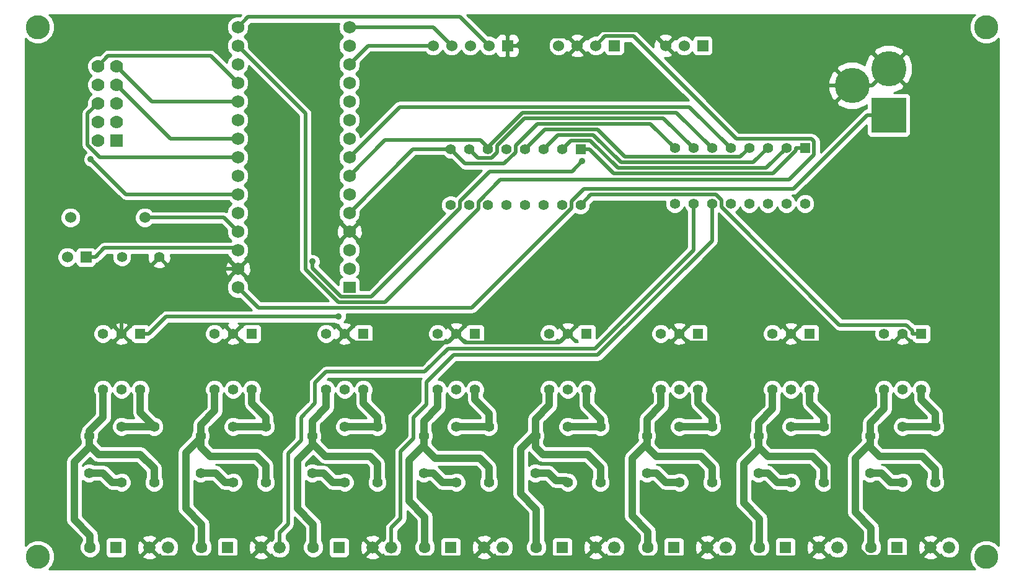
<source format=gtl>
G04 (created by PCBNEW (2013-jul-07)-stable) date Mon 06 Apr 2015 09:25:55 PM PDT*
%MOIN*%
G04 Gerber Fmt 3.4, Leading zero omitted, Abs format*
%FSLAX34Y34*%
G01*
G70*
G90*
G04 APERTURE LIST*
%ADD10C,0.00590551*%
%ADD11R,0.069X0.06*%
%ADD12C,0.069*%
%ADD13C,0.055*%
%ADD14R,0.055X0.055*%
%ADD15R,0.06X0.06*%
%ADD16C,0.06*%
%ADD17R,0.07X0.07*%
%ADD18C,0.07*%
%ADD19C,0.13*%
%ADD20R,0.063X0.063*%
%ADD21C,0.063*%
%ADD22C,0.189*%
%ADD23R,0.189X0.189*%
%ADD24C,0.066*%
%ADD25C,0.035*%
%ADD26C,0.02*%
%ADD27C,0.04*%
%ADD28C,0.01*%
G04 APERTURE END LIST*
G54D10*
G54D11*
X47500Y-34500D03*
G54D12*
X47500Y-33500D03*
X47500Y-32500D03*
X47500Y-31500D03*
X47500Y-30500D03*
X47500Y-29500D03*
X47500Y-28500D03*
X47500Y-27500D03*
X47500Y-26500D03*
X47500Y-25500D03*
X47500Y-24500D03*
X47500Y-23500D03*
X47500Y-22500D03*
X47500Y-21500D03*
X47500Y-20500D03*
X41500Y-20500D03*
X41500Y-21500D03*
X41500Y-22500D03*
X41500Y-23500D03*
X41500Y-24500D03*
X41500Y-25500D03*
X41500Y-26500D03*
X41500Y-27500D03*
X41500Y-28500D03*
X41500Y-29500D03*
X41500Y-30500D03*
X41500Y-31500D03*
X41500Y-32500D03*
X41500Y-33500D03*
X41500Y-34500D03*
G54D13*
X35270Y-32875D03*
X37270Y-32875D03*
G54D14*
X59935Y-27070D03*
G54D13*
X58935Y-27070D03*
X57935Y-27070D03*
X56935Y-27070D03*
X55935Y-27070D03*
X54935Y-27070D03*
X53935Y-27070D03*
X52935Y-27070D03*
X52935Y-30070D03*
X53935Y-30070D03*
X54935Y-30070D03*
X55935Y-30070D03*
X56935Y-30070D03*
X57935Y-30070D03*
X58935Y-30070D03*
X59935Y-30070D03*
G54D14*
X72000Y-27000D03*
G54D13*
X71000Y-27000D03*
X70000Y-27000D03*
X69000Y-27000D03*
X68000Y-27000D03*
X67000Y-27000D03*
X66000Y-27000D03*
X65000Y-27000D03*
X65000Y-30000D03*
X66000Y-30000D03*
X67000Y-30000D03*
X68000Y-30000D03*
X69000Y-30000D03*
X70000Y-30000D03*
X71000Y-30000D03*
X72000Y-30000D03*
G54D15*
X33335Y-32875D03*
G54D16*
X32335Y-32875D03*
G54D15*
X66500Y-21500D03*
G54D16*
X65500Y-21500D03*
X64500Y-21500D03*
G54D15*
X61750Y-21500D03*
G54D16*
X60750Y-21500D03*
X59750Y-21500D03*
X58750Y-21500D03*
X36500Y-30750D03*
X32500Y-30750D03*
G54D17*
X34975Y-26600D03*
G54D18*
X33975Y-26600D03*
X34975Y-25600D03*
X33975Y-25600D03*
X34975Y-24600D03*
X33975Y-24600D03*
X34975Y-23600D03*
X33975Y-23600D03*
X34975Y-22600D03*
X33975Y-22600D03*
G54D19*
X30750Y-49000D03*
X81750Y-20500D03*
X81750Y-49000D03*
X30750Y-20500D03*
G54D14*
X36250Y-37000D03*
G54D13*
X35250Y-37000D03*
X34250Y-37000D03*
X34250Y-40000D03*
X35250Y-40000D03*
X36250Y-40000D03*
G54D14*
X42250Y-37000D03*
G54D13*
X41250Y-37000D03*
X40250Y-37000D03*
X40250Y-40000D03*
X41250Y-40000D03*
X42250Y-40000D03*
G54D14*
X48250Y-37000D03*
G54D13*
X47250Y-37000D03*
X46250Y-37000D03*
X46250Y-40000D03*
X47250Y-40000D03*
X48250Y-40000D03*
G54D14*
X54250Y-37000D03*
G54D13*
X53250Y-37000D03*
X52250Y-37000D03*
X52250Y-40000D03*
X53250Y-40000D03*
X54250Y-40000D03*
G54D14*
X60250Y-37000D03*
G54D13*
X59250Y-37000D03*
X58250Y-37000D03*
X58250Y-40000D03*
X59250Y-40000D03*
X60250Y-40000D03*
G54D14*
X66250Y-37000D03*
G54D13*
X65250Y-37000D03*
X64250Y-37000D03*
X64250Y-40000D03*
X65250Y-40000D03*
X66250Y-40000D03*
G54D14*
X72250Y-37000D03*
G54D13*
X71250Y-37000D03*
X70250Y-37000D03*
X70250Y-40000D03*
X71250Y-40000D03*
X72250Y-40000D03*
G54D14*
X78250Y-37000D03*
G54D13*
X77250Y-37000D03*
X76250Y-37000D03*
X76250Y-40000D03*
X77250Y-40000D03*
X78250Y-40000D03*
G54D20*
X34939Y-48500D03*
G54D21*
X33561Y-48500D03*
G54D20*
X40939Y-48500D03*
G54D21*
X39561Y-48500D03*
G54D20*
X46939Y-48500D03*
G54D21*
X45561Y-48500D03*
G54D20*
X52939Y-48500D03*
G54D21*
X51561Y-48500D03*
G54D20*
X58939Y-48500D03*
G54D21*
X57561Y-48500D03*
G54D20*
X64939Y-48500D03*
G54D21*
X63561Y-48500D03*
G54D20*
X70939Y-48500D03*
G54D21*
X69561Y-48500D03*
G54D20*
X76939Y-48500D03*
G54D21*
X75561Y-48500D03*
G54D15*
X56000Y-21500D03*
G54D16*
X55000Y-21500D03*
X54000Y-21500D03*
X53000Y-21500D03*
X52000Y-21500D03*
G54D22*
X76500Y-22750D03*
G54D23*
X76500Y-25230D03*
G54D22*
X74531Y-23650D03*
G54D13*
X33500Y-44500D03*
X33500Y-42500D03*
X39500Y-44500D03*
X39500Y-42500D03*
X45500Y-44500D03*
X45500Y-42500D03*
X51500Y-44500D03*
X51500Y-42500D03*
X57500Y-44500D03*
X57500Y-42500D03*
X63500Y-44500D03*
X63500Y-42500D03*
X69500Y-44500D03*
X69500Y-42500D03*
X75500Y-44500D03*
X75500Y-42500D03*
X35250Y-42000D03*
X35250Y-45000D03*
X41250Y-42000D03*
X41250Y-45000D03*
X47250Y-42000D03*
X47250Y-45000D03*
X53250Y-42000D03*
X53250Y-45000D03*
X59250Y-42000D03*
X59250Y-45000D03*
X65250Y-42000D03*
X65250Y-45000D03*
X71250Y-42000D03*
X71250Y-45000D03*
X77250Y-42000D03*
X77250Y-45000D03*
X43000Y-45000D03*
X43000Y-42000D03*
X49000Y-45000D03*
X49000Y-42000D03*
X55000Y-45000D03*
X55000Y-42000D03*
X61000Y-45000D03*
X61000Y-42000D03*
X67000Y-45000D03*
X67000Y-42000D03*
X73000Y-45000D03*
X73000Y-42000D03*
X79000Y-45000D03*
X79000Y-42000D03*
X37000Y-45000D03*
X37000Y-42000D03*
G54D24*
X49750Y-48500D03*
X48750Y-48500D03*
X55750Y-48500D03*
X54750Y-48500D03*
X37750Y-48500D03*
X36750Y-48500D03*
X43750Y-48500D03*
X42750Y-48500D03*
X61750Y-48500D03*
X60750Y-48500D03*
X73750Y-48500D03*
X72750Y-48500D03*
X67750Y-48500D03*
X66750Y-48500D03*
X79750Y-48500D03*
X78750Y-48500D03*
G54D25*
X45520Y-33122D03*
X60025Y-27712D03*
X33592Y-27609D03*
X46927Y-36077D03*
G54D26*
X40750Y-30750D02*
X41500Y-31500D01*
X36500Y-30750D02*
X40750Y-30750D01*
X59478Y-28259D02*
X60025Y-27712D01*
X55053Y-28259D02*
X59478Y-28259D01*
X53435Y-29878D02*
X55053Y-28259D01*
X53435Y-30242D02*
X53435Y-29878D01*
X48677Y-35000D02*
X53435Y-30242D01*
X47040Y-35000D02*
X48677Y-35000D01*
X45520Y-33479D02*
X47040Y-35000D01*
X45520Y-33122D02*
X45520Y-33479D01*
G54D27*
X35250Y-42000D02*
X37000Y-42000D01*
X36250Y-41250D02*
X37000Y-42000D01*
X36250Y-40000D02*
X36250Y-41250D01*
X33560Y-47861D02*
X33560Y-48500D01*
X32700Y-47000D02*
X33560Y-47861D01*
X32700Y-43900D02*
X32700Y-47000D01*
X33500Y-43100D02*
X32700Y-43900D01*
X33500Y-43000D02*
X33500Y-43100D01*
X33500Y-42500D02*
X33500Y-43000D01*
X37000Y-44250D02*
X37000Y-45000D01*
X36250Y-43500D02*
X37000Y-44250D01*
X34000Y-43500D02*
X36250Y-43500D01*
X33500Y-43000D02*
X34000Y-43500D01*
X34250Y-41500D02*
X34250Y-40000D01*
X33500Y-42250D02*
X34250Y-41500D01*
X33500Y-42500D02*
X33500Y-42250D01*
X33500Y-42500D02*
X33500Y-43000D01*
X43000Y-42000D02*
X41250Y-42000D01*
X43000Y-41500D02*
X43000Y-42000D01*
X42250Y-40750D02*
X43000Y-41500D01*
X42250Y-40000D02*
X42250Y-40750D01*
X39500Y-42500D02*
X39500Y-42600D01*
X39500Y-41900D02*
X39500Y-42500D01*
X40250Y-41150D02*
X39500Y-41900D01*
X40250Y-40000D02*
X40250Y-41150D01*
X39500Y-42500D02*
X39500Y-42600D01*
X43000Y-44100D02*
X43000Y-45000D01*
X42500Y-43600D02*
X43000Y-44100D01*
X40000Y-43600D02*
X42500Y-43600D01*
X39500Y-43100D02*
X40000Y-43600D01*
X39500Y-42600D02*
X39500Y-43100D01*
X39561Y-47261D02*
X39561Y-47880D01*
X38700Y-46400D02*
X39561Y-47261D01*
X38700Y-43400D02*
X38700Y-46400D01*
X39500Y-42600D02*
X38700Y-43400D01*
X39561Y-47880D02*
X39561Y-48500D01*
G54D26*
X39560Y-47880D02*
X39560Y-48500D01*
X39561Y-47880D02*
X39560Y-47880D01*
G54D27*
X49000Y-42000D02*
X47250Y-42000D01*
X49000Y-41500D02*
X49000Y-42000D01*
X48250Y-40750D02*
X49000Y-41500D01*
X48250Y-40000D02*
X48250Y-40750D01*
X45500Y-42500D02*
X45500Y-42900D01*
X49000Y-44000D02*
X49000Y-45000D01*
X48600Y-43600D02*
X49000Y-44000D01*
X46200Y-43600D02*
X48600Y-43600D01*
X45500Y-42900D02*
X46200Y-43600D01*
X45500Y-41700D02*
X45500Y-42500D01*
X46250Y-40950D02*
X45500Y-41700D01*
X46250Y-40000D02*
X46250Y-40950D01*
X45500Y-42500D02*
X45500Y-42900D01*
X45561Y-47261D02*
X45561Y-47880D01*
X44700Y-46400D02*
X45561Y-47261D01*
X44700Y-43800D02*
X44700Y-46400D01*
X45500Y-43000D02*
X44700Y-43800D01*
X45500Y-42900D02*
X45500Y-43000D01*
X45561Y-47880D02*
X45561Y-48500D01*
G54D26*
X45560Y-47880D02*
X45560Y-48500D01*
X45561Y-47880D02*
X45560Y-47880D01*
X61261Y-20988D02*
X60750Y-21500D01*
X62773Y-20988D02*
X61261Y-20988D01*
X68301Y-26516D02*
X62773Y-20988D01*
X72360Y-26516D02*
X68301Y-26516D01*
X72491Y-26648D02*
X72360Y-26516D01*
X72491Y-27363D02*
X72491Y-26648D01*
X71151Y-28703D02*
X72491Y-27363D01*
X55629Y-28703D02*
X71151Y-28703D01*
X54435Y-29897D02*
X55629Y-28703D01*
X54435Y-30275D02*
X54435Y-29897D01*
X49410Y-35300D02*
X54435Y-30275D01*
X46916Y-35300D02*
X49410Y-35300D01*
X45145Y-33528D02*
X46916Y-35300D01*
X45145Y-25145D02*
X45145Y-33528D01*
X41500Y-21500D02*
X45145Y-25145D01*
G54D27*
X55000Y-42000D02*
X53250Y-42000D01*
X55000Y-41300D02*
X55000Y-42000D01*
X54250Y-40550D02*
X55000Y-41300D01*
X54250Y-40000D02*
X54250Y-40550D01*
X51500Y-42500D02*
X51500Y-43000D01*
X51500Y-41700D02*
X51500Y-42500D01*
X52250Y-40950D02*
X51500Y-41700D01*
X52250Y-40000D02*
X52250Y-40950D01*
X51500Y-42500D02*
X51500Y-43000D01*
X55000Y-44200D02*
X55000Y-45000D01*
X54500Y-43700D02*
X55000Y-44200D01*
X52100Y-43700D02*
X54500Y-43700D01*
X51500Y-43100D02*
X52100Y-43700D01*
X51500Y-43000D02*
X51500Y-43100D01*
X51561Y-46861D02*
X51561Y-47680D01*
X50700Y-46000D02*
X51561Y-46861D01*
X50700Y-43800D02*
X50700Y-46000D01*
X51500Y-43000D02*
X50700Y-43800D01*
X51561Y-47680D02*
X51561Y-48500D01*
G54D26*
X51560Y-47680D02*
X51560Y-48500D01*
X51561Y-47680D02*
X51560Y-47680D01*
G54D27*
X61000Y-42000D02*
X59250Y-42000D01*
X61000Y-41600D02*
X61000Y-42000D01*
X60250Y-40850D02*
X61000Y-41600D01*
X60250Y-40000D02*
X60250Y-40850D01*
X61000Y-44200D02*
X61000Y-45000D01*
X60300Y-43500D02*
X61000Y-44200D01*
X57900Y-43500D02*
X60300Y-43500D01*
X57500Y-43100D02*
X57900Y-43500D01*
X57500Y-42500D02*
X57500Y-43100D01*
X57500Y-41600D02*
X57500Y-42500D01*
X58250Y-40850D02*
X57500Y-41600D01*
X58250Y-40000D02*
X58250Y-40850D01*
X57561Y-46461D02*
X57561Y-47480D01*
X56700Y-45600D02*
X57561Y-46461D01*
X56700Y-43200D02*
X56700Y-45600D01*
X57400Y-42500D02*
X56700Y-43200D01*
X57500Y-42500D02*
X57400Y-42500D01*
X57561Y-47480D02*
X57561Y-48500D01*
G54D26*
X57560Y-47480D02*
X57560Y-48500D01*
X57561Y-47480D02*
X57560Y-47480D01*
G54D27*
X67000Y-42000D02*
X65250Y-42000D01*
X67000Y-41500D02*
X67000Y-42000D01*
X66250Y-40750D02*
X67000Y-41500D01*
X66250Y-40000D02*
X66250Y-40750D01*
X63500Y-42500D02*
X63500Y-42900D01*
X63500Y-41600D02*
X63500Y-42500D01*
X64250Y-40850D02*
X63500Y-41600D01*
X64250Y-40000D02*
X64250Y-40850D01*
X63500Y-42500D02*
X63500Y-42900D01*
X67000Y-44200D02*
X67000Y-45000D01*
X66400Y-43600D02*
X67000Y-44200D01*
X64000Y-43600D02*
X66400Y-43600D01*
X63500Y-43100D02*
X64000Y-43600D01*
X63500Y-42900D02*
X63500Y-43100D01*
X63561Y-47661D02*
X63561Y-48080D01*
X62700Y-46800D02*
X63561Y-47661D01*
X62700Y-43700D02*
X62700Y-46800D01*
X63500Y-42900D02*
X62700Y-43700D01*
X63561Y-48080D02*
X63561Y-48500D01*
G54D26*
X63560Y-48080D02*
X63560Y-48500D01*
X63561Y-48080D02*
X63560Y-48080D01*
G54D27*
X73000Y-42000D02*
X71250Y-42000D01*
X73000Y-41500D02*
X73000Y-42000D01*
X72250Y-40750D02*
X73000Y-41500D01*
X72250Y-40000D02*
X72250Y-40750D01*
X69500Y-42500D02*
X69500Y-43100D01*
X73000Y-44200D02*
X73000Y-45000D01*
X72400Y-43600D02*
X73000Y-44200D01*
X70000Y-43600D02*
X72400Y-43600D01*
X69500Y-43100D02*
X70000Y-43600D01*
X69500Y-41800D02*
X69500Y-42500D01*
X70250Y-41050D02*
X69500Y-41800D01*
X70250Y-40000D02*
X70250Y-41050D01*
X69500Y-42500D02*
X69500Y-43100D01*
X69561Y-46961D02*
X69561Y-47730D01*
X68700Y-46100D02*
X69561Y-46961D01*
X68700Y-44000D02*
X68700Y-46100D01*
X69500Y-43200D02*
X68700Y-44000D01*
X69500Y-43100D02*
X69500Y-43200D01*
X69561Y-47730D02*
X69561Y-48500D01*
G54D26*
X69560Y-47730D02*
X69560Y-48500D01*
X69561Y-47730D02*
X69560Y-47730D01*
G54D27*
X79000Y-42000D02*
X77250Y-42000D01*
X79000Y-41300D02*
X79000Y-42000D01*
X78250Y-40550D02*
X79000Y-41300D01*
X78250Y-40000D02*
X78250Y-40550D01*
X75500Y-42500D02*
X75500Y-42900D01*
X75500Y-41800D02*
X75500Y-42500D01*
X76250Y-41050D02*
X75500Y-41800D01*
X76250Y-40000D02*
X76250Y-41050D01*
X75500Y-42500D02*
X75500Y-42900D01*
X79000Y-44300D02*
X79000Y-45000D01*
X78300Y-43600D02*
X79000Y-44300D01*
X76000Y-43600D02*
X78300Y-43600D01*
X75500Y-43100D02*
X76000Y-43600D01*
X75500Y-42900D02*
X75500Y-43100D01*
X75561Y-47461D02*
X75561Y-47980D01*
X74700Y-46600D02*
X75561Y-47461D01*
X74700Y-43700D02*
X74700Y-46600D01*
X75500Y-42900D02*
X74700Y-43700D01*
X75561Y-47980D02*
X75561Y-48500D01*
G54D26*
X75560Y-47980D02*
X75560Y-48500D01*
X75561Y-47980D02*
X75560Y-47980D01*
X40044Y-22044D02*
X41500Y-23500D01*
X34530Y-22044D02*
X40044Y-22044D01*
X33975Y-22600D02*
X34530Y-22044D01*
X36875Y-24500D02*
X34975Y-22600D01*
X41500Y-24500D02*
X36875Y-24500D01*
X37875Y-26500D02*
X41500Y-26500D01*
X34975Y-23600D02*
X37875Y-26500D01*
X34090Y-27500D02*
X41500Y-27500D01*
X33423Y-26833D02*
X34090Y-27500D01*
X33423Y-25151D02*
X33423Y-26833D01*
X33975Y-24600D02*
X33423Y-25151D01*
X35482Y-29500D02*
X41500Y-29500D01*
X33592Y-27609D02*
X35482Y-29500D01*
X48500Y-21500D02*
X47500Y-22500D01*
X52000Y-21500D02*
X48500Y-21500D01*
X52000Y-20500D02*
X47500Y-20500D01*
X53000Y-21500D02*
X52000Y-20500D01*
X42054Y-19945D02*
X41500Y-20500D01*
X53445Y-19945D02*
X42054Y-19945D01*
X55000Y-21500D02*
X53445Y-19945D01*
X50930Y-27070D02*
X47500Y-30500D01*
X52935Y-27070D02*
X50930Y-27070D01*
X53718Y-27853D02*
X52935Y-27070D01*
X55826Y-27853D02*
X53718Y-27853D01*
X56435Y-27245D02*
X55826Y-27853D01*
X56435Y-26881D02*
X56435Y-27245D01*
X57622Y-25694D02*
X56435Y-26881D01*
X63694Y-25694D02*
X57622Y-25694D01*
X65000Y-27000D02*
X63694Y-25694D01*
X54410Y-27545D02*
X53935Y-27070D01*
X55135Y-27545D02*
X54410Y-27545D01*
X55435Y-27245D02*
X55135Y-27545D01*
X55435Y-26883D02*
X55435Y-27245D01*
X56923Y-25394D02*
X55435Y-26883D01*
X64394Y-25394D02*
X56923Y-25394D01*
X66000Y-27000D02*
X64394Y-25394D01*
X49420Y-26579D02*
X47500Y-28500D01*
X54555Y-26579D02*
X49420Y-26579D01*
X54935Y-26958D02*
X54555Y-26579D01*
X54935Y-26958D02*
X54935Y-27070D01*
X56799Y-25094D02*
X54935Y-26958D01*
X65094Y-25094D02*
X56799Y-25094D01*
X67000Y-27000D02*
X65094Y-25094D01*
X50205Y-24794D02*
X47500Y-27500D01*
X65794Y-24794D02*
X50205Y-24794D01*
X68000Y-27000D02*
X65794Y-24794D01*
X58010Y-25994D02*
X56935Y-27070D01*
X60843Y-25994D02*
X58010Y-25994D01*
X62330Y-27480D02*
X60843Y-25994D01*
X68519Y-27480D02*
X62330Y-27480D01*
X69000Y-27000D02*
X68519Y-27480D01*
X58710Y-26294D02*
X57935Y-27070D01*
X60628Y-26294D02*
X58710Y-26294D01*
X62114Y-27781D02*
X60628Y-26294D01*
X69218Y-27781D02*
X62114Y-27781D01*
X70000Y-27000D02*
X69218Y-27781D01*
X59410Y-26594D02*
X58935Y-27070D01*
X60448Y-26594D02*
X59410Y-26594D01*
X61934Y-28081D02*
X60448Y-26594D01*
X69918Y-28081D02*
X61934Y-28081D01*
X71000Y-27000D02*
X69918Y-28081D01*
X72000Y-27000D02*
X71524Y-27000D01*
X59935Y-27070D02*
X60410Y-27070D01*
X71524Y-27148D02*
X71524Y-27000D01*
X70292Y-28381D02*
X71524Y-27148D01*
X61721Y-28381D02*
X70292Y-28381D01*
X60410Y-27070D02*
X61721Y-28381D01*
X41386Y-32386D02*
X41500Y-32500D01*
X34323Y-32386D02*
X41386Y-32386D01*
X33835Y-32875D02*
X34323Y-32386D01*
X33335Y-32875D02*
X33835Y-32875D01*
X76500Y-25230D02*
X75354Y-25230D01*
X71377Y-29206D02*
X75354Y-25230D01*
X60113Y-29206D02*
X71377Y-29206D01*
X59435Y-29885D02*
X60113Y-29206D01*
X59435Y-30256D02*
X59435Y-29885D01*
X54091Y-35600D02*
X59435Y-30256D01*
X42600Y-35600D02*
X54091Y-35600D01*
X41500Y-34500D02*
X42600Y-35600D01*
X75600Y-23650D02*
X74530Y-23650D01*
X76500Y-22750D02*
X75600Y-23650D01*
X42219Y-49030D02*
X42750Y-48500D01*
X37280Y-49030D02*
X42219Y-49030D01*
X36750Y-48500D02*
X37280Y-49030D01*
X66650Y-23650D02*
X64500Y-21500D01*
X74530Y-23650D02*
X66650Y-23650D01*
X56000Y-21500D02*
X56500Y-21500D01*
X57000Y-20999D02*
X56500Y-21500D01*
X59249Y-20999D02*
X57000Y-20999D01*
X59750Y-21500D02*
X59249Y-20999D01*
X60561Y-20688D02*
X59750Y-21500D01*
X63688Y-20688D02*
X60561Y-20688D01*
X64500Y-21500D02*
X63688Y-20688D01*
X70774Y-37475D02*
X71250Y-37000D01*
X65725Y-37475D02*
X70774Y-37475D01*
X65250Y-37000D02*
X65725Y-37475D01*
X72219Y-49030D02*
X72750Y-48500D01*
X67280Y-49030D02*
X72219Y-49030D01*
X66750Y-48500D02*
X67280Y-49030D01*
X76774Y-37475D02*
X73496Y-37475D01*
X77250Y-37000D02*
X76774Y-37475D01*
X71725Y-37475D02*
X71250Y-37000D01*
X73496Y-37475D02*
X71725Y-37475D01*
X78234Y-49015D02*
X78750Y-48500D01*
X75330Y-49015D02*
X78234Y-49015D01*
X74068Y-47753D02*
X75330Y-49015D01*
X73496Y-47753D02*
X74068Y-47753D01*
X73496Y-37475D02*
X73496Y-47753D01*
X73496Y-47753D02*
X72750Y-48500D01*
X53725Y-37475D02*
X53250Y-37000D01*
X58774Y-37475D02*
X53725Y-37475D01*
X59250Y-37000D02*
X58774Y-37475D01*
X52774Y-37475D02*
X53250Y-37000D01*
X47725Y-37475D02*
X52774Y-37475D01*
X47250Y-37000D02*
X47725Y-37475D01*
X61280Y-49030D02*
X60750Y-48500D01*
X66219Y-49030D02*
X61280Y-49030D01*
X66750Y-48500D02*
X66219Y-49030D01*
X54219Y-49030D02*
X54750Y-48500D01*
X49280Y-49030D02*
X54219Y-49030D01*
X48750Y-48500D02*
X49280Y-49030D01*
X55280Y-49030D02*
X54750Y-48500D01*
X60219Y-49030D02*
X55280Y-49030D01*
X60750Y-48500D02*
X60219Y-49030D01*
X35250Y-36145D02*
X37895Y-33500D01*
X35250Y-37000D02*
X35250Y-36145D01*
X41500Y-33500D02*
X37895Y-33500D01*
X37895Y-33500D02*
X37270Y-32875D01*
G54D27*
X34750Y-45000D02*
X35250Y-45000D01*
X34250Y-44500D02*
X34750Y-45000D01*
X33500Y-44500D02*
X34250Y-44500D01*
X40800Y-45000D02*
X41250Y-45000D01*
X40300Y-44500D02*
X40800Y-45000D01*
X39500Y-44500D02*
X40300Y-44500D01*
G54D26*
X37647Y-36077D02*
X46927Y-36077D01*
X36725Y-37000D02*
X37647Y-36077D01*
X36250Y-37000D02*
X36725Y-37000D01*
X60489Y-29515D02*
X59935Y-30070D01*
X67208Y-29515D02*
X60489Y-29515D01*
X67500Y-29807D02*
X67208Y-29515D01*
X67500Y-30171D02*
X67500Y-29807D01*
X73852Y-36524D02*
X67500Y-30171D01*
X77448Y-36524D02*
X73852Y-36524D01*
X77774Y-36851D02*
X77448Y-36524D01*
X77774Y-37000D02*
X77774Y-36851D01*
X78250Y-37000D02*
X77774Y-37000D01*
G54D27*
X59150Y-44900D02*
X59250Y-45000D01*
X58600Y-44900D02*
X59150Y-44900D01*
X58200Y-44500D02*
X58600Y-44900D01*
X57500Y-44500D02*
X58200Y-44500D01*
X64500Y-45000D02*
X65250Y-45000D01*
X64000Y-44500D02*
X64500Y-45000D01*
X63500Y-44500D02*
X64000Y-44500D01*
X76600Y-45000D02*
X77250Y-45000D01*
X76100Y-44500D02*
X76600Y-45000D01*
X75500Y-44500D02*
X76100Y-44500D01*
X70500Y-45000D02*
X71250Y-45000D01*
X70000Y-44500D02*
X70500Y-45000D01*
X69500Y-44500D02*
X70000Y-44500D01*
X52500Y-45000D02*
X53250Y-45000D01*
X52000Y-44500D02*
X52500Y-45000D01*
X51500Y-44500D02*
X52000Y-44500D01*
X46600Y-45000D02*
X47250Y-45000D01*
X46100Y-44500D02*
X46600Y-45000D01*
X45500Y-44500D02*
X46100Y-44500D01*
G54D26*
X49750Y-48500D02*
X49750Y-47450D01*
X67000Y-32000D02*
X67000Y-30000D01*
X60850Y-38150D02*
X67000Y-32000D01*
X53100Y-38150D02*
X60850Y-38150D01*
X51650Y-39600D02*
X53100Y-38150D01*
X51650Y-40800D02*
X51650Y-39600D01*
X50950Y-41500D02*
X51650Y-40800D01*
X50950Y-42650D02*
X50950Y-41500D01*
X50250Y-43350D02*
X50950Y-42650D01*
X50250Y-46950D02*
X50250Y-43350D01*
X49750Y-47450D02*
X50250Y-46950D01*
X66000Y-30000D02*
X66000Y-32500D01*
X43750Y-47700D02*
X43750Y-48500D01*
X44200Y-47250D02*
X43750Y-47700D01*
X44200Y-43450D02*
X44200Y-47250D01*
X44900Y-42750D02*
X44200Y-43450D01*
X44900Y-41500D02*
X44900Y-42750D01*
X45650Y-40750D02*
X44900Y-41500D01*
X45650Y-39650D02*
X45650Y-40750D01*
X46250Y-39050D02*
X45650Y-39650D01*
X51550Y-39050D02*
X46250Y-39050D01*
X52800Y-37800D02*
X51550Y-39050D01*
X60700Y-37800D02*
X52800Y-37800D01*
X66000Y-32500D02*
X60700Y-37800D01*
G54D10*
G36*
X34051Y-26605D02*
X33980Y-26676D01*
X33975Y-26670D01*
X33969Y-26676D01*
X33898Y-26605D01*
X33904Y-26600D01*
X33898Y-26594D01*
X33969Y-26523D01*
X33975Y-26529D01*
X33980Y-26523D01*
X34051Y-26594D01*
X34045Y-26600D01*
X34051Y-26605D01*
X34051Y-26605D01*
G37*
G54D28*
X34051Y-26605D02*
X33980Y-26676D01*
X33975Y-26670D01*
X33969Y-26676D01*
X33898Y-26605D01*
X33904Y-26600D01*
X33898Y-26594D01*
X33969Y-26523D01*
X33975Y-26529D01*
X33980Y-26523D01*
X34051Y-26594D01*
X34045Y-26600D01*
X34051Y-26605D01*
G54D10*
G36*
X54614Y-28203D02*
X53204Y-29613D01*
X53039Y-29545D01*
X52831Y-29544D01*
X52638Y-29624D01*
X52490Y-29772D01*
X52410Y-29965D01*
X52409Y-30173D01*
X52489Y-30367D01*
X52637Y-30514D01*
X52658Y-30523D01*
X48532Y-34650D01*
X48198Y-34650D01*
X48198Y-31616D01*
X48190Y-31340D01*
X48101Y-31124D01*
X47973Y-31097D01*
X47570Y-31500D01*
X47973Y-31902D01*
X48101Y-31875D01*
X48198Y-31616D01*
X48198Y-34650D01*
X48095Y-34650D01*
X48095Y-34150D01*
X48057Y-34058D01*
X47986Y-33988D01*
X47894Y-33950D01*
X47891Y-33950D01*
X48004Y-33837D01*
X48094Y-33618D01*
X48095Y-33382D01*
X48004Y-33163D01*
X47841Y-32999D01*
X48004Y-32837D01*
X48094Y-32618D01*
X48095Y-32382D01*
X48004Y-32163D01*
X47886Y-32045D01*
X47902Y-31973D01*
X47500Y-31570D01*
X47429Y-31641D01*
X47429Y-31500D01*
X47026Y-31097D01*
X46898Y-31124D01*
X46801Y-31383D01*
X46809Y-31659D01*
X46898Y-31875D01*
X47026Y-31902D01*
X47429Y-31500D01*
X47429Y-31641D01*
X47097Y-31973D01*
X47113Y-32045D01*
X46995Y-32162D01*
X46905Y-32381D01*
X46904Y-32617D01*
X46995Y-32836D01*
X47158Y-33000D01*
X46995Y-33162D01*
X46905Y-33381D01*
X46904Y-33617D01*
X46995Y-33836D01*
X47108Y-33949D01*
X47105Y-33949D01*
X47013Y-33987D01*
X46943Y-34058D01*
X46905Y-34150D01*
X46904Y-34249D01*
X46904Y-34369D01*
X45886Y-33350D01*
X45945Y-33207D01*
X45945Y-33038D01*
X45880Y-32882D01*
X45761Y-32762D01*
X45605Y-32697D01*
X45495Y-32697D01*
X45495Y-25145D01*
X45495Y-25145D01*
X45468Y-25011D01*
X45392Y-24897D01*
X45392Y-24897D01*
X42094Y-21599D01*
X42095Y-21382D01*
X42004Y-21163D01*
X41841Y-20999D01*
X42004Y-20837D01*
X42094Y-20618D01*
X42095Y-20399D01*
X42199Y-20295D01*
X46940Y-20295D01*
X46905Y-20381D01*
X46904Y-20617D01*
X46995Y-20836D01*
X47158Y-21000D01*
X46995Y-21162D01*
X46905Y-21381D01*
X46904Y-21617D01*
X46995Y-21836D01*
X47158Y-22000D01*
X46995Y-22162D01*
X46905Y-22381D01*
X46904Y-22617D01*
X46995Y-22836D01*
X47158Y-23000D01*
X46995Y-23162D01*
X46905Y-23381D01*
X46904Y-23617D01*
X46995Y-23836D01*
X47158Y-24000D01*
X46995Y-24162D01*
X46905Y-24381D01*
X46904Y-24617D01*
X46995Y-24836D01*
X47158Y-25000D01*
X46995Y-25162D01*
X46905Y-25381D01*
X46904Y-25617D01*
X46995Y-25836D01*
X47158Y-26000D01*
X46995Y-26162D01*
X46905Y-26381D01*
X46904Y-26617D01*
X46995Y-26836D01*
X47158Y-27000D01*
X46995Y-27162D01*
X46905Y-27381D01*
X46904Y-27617D01*
X46995Y-27836D01*
X47158Y-28000D01*
X46995Y-28162D01*
X46905Y-28381D01*
X46904Y-28617D01*
X46995Y-28836D01*
X47158Y-29000D01*
X46995Y-29162D01*
X46905Y-29381D01*
X46904Y-29617D01*
X46995Y-29836D01*
X47158Y-30000D01*
X46995Y-30162D01*
X46905Y-30381D01*
X46904Y-30617D01*
X46995Y-30836D01*
X47113Y-30954D01*
X47097Y-31026D01*
X47500Y-31429D01*
X47902Y-31026D01*
X47886Y-30954D01*
X48004Y-30837D01*
X48094Y-30618D01*
X48095Y-30399D01*
X51074Y-27420D01*
X52542Y-27420D01*
X52637Y-27514D01*
X52830Y-27594D01*
X52965Y-27595D01*
X53471Y-28100D01*
X53584Y-28176D01*
X53718Y-28203D01*
X54614Y-28203D01*
X54614Y-28203D01*
G37*
G54D28*
X54614Y-28203D02*
X53204Y-29613D01*
X53039Y-29545D01*
X52831Y-29544D01*
X52638Y-29624D01*
X52490Y-29772D01*
X52410Y-29965D01*
X52409Y-30173D01*
X52489Y-30367D01*
X52637Y-30514D01*
X52658Y-30523D01*
X48532Y-34650D01*
X48198Y-34650D01*
X48198Y-31616D01*
X48190Y-31340D01*
X48101Y-31124D01*
X47973Y-31097D01*
X47570Y-31500D01*
X47973Y-31902D01*
X48101Y-31875D01*
X48198Y-31616D01*
X48198Y-34650D01*
X48095Y-34650D01*
X48095Y-34150D01*
X48057Y-34058D01*
X47986Y-33988D01*
X47894Y-33950D01*
X47891Y-33950D01*
X48004Y-33837D01*
X48094Y-33618D01*
X48095Y-33382D01*
X48004Y-33163D01*
X47841Y-32999D01*
X48004Y-32837D01*
X48094Y-32618D01*
X48095Y-32382D01*
X48004Y-32163D01*
X47886Y-32045D01*
X47902Y-31973D01*
X47500Y-31570D01*
X47429Y-31641D01*
X47429Y-31500D01*
X47026Y-31097D01*
X46898Y-31124D01*
X46801Y-31383D01*
X46809Y-31659D01*
X46898Y-31875D01*
X47026Y-31902D01*
X47429Y-31500D01*
X47429Y-31641D01*
X47097Y-31973D01*
X47113Y-32045D01*
X46995Y-32162D01*
X46905Y-32381D01*
X46904Y-32617D01*
X46995Y-32836D01*
X47158Y-33000D01*
X46995Y-33162D01*
X46905Y-33381D01*
X46904Y-33617D01*
X46995Y-33836D01*
X47108Y-33949D01*
X47105Y-33949D01*
X47013Y-33987D01*
X46943Y-34058D01*
X46905Y-34150D01*
X46904Y-34249D01*
X46904Y-34369D01*
X45886Y-33350D01*
X45945Y-33207D01*
X45945Y-33038D01*
X45880Y-32882D01*
X45761Y-32762D01*
X45605Y-32697D01*
X45495Y-32697D01*
X45495Y-25145D01*
X45495Y-25145D01*
X45468Y-25011D01*
X45392Y-24897D01*
X45392Y-24897D01*
X42094Y-21599D01*
X42095Y-21382D01*
X42004Y-21163D01*
X41841Y-20999D01*
X42004Y-20837D01*
X42094Y-20618D01*
X42095Y-20399D01*
X42199Y-20295D01*
X46940Y-20295D01*
X46905Y-20381D01*
X46904Y-20617D01*
X46995Y-20836D01*
X47158Y-21000D01*
X46995Y-21162D01*
X46905Y-21381D01*
X46904Y-21617D01*
X46995Y-21836D01*
X47158Y-22000D01*
X46995Y-22162D01*
X46905Y-22381D01*
X46904Y-22617D01*
X46995Y-22836D01*
X47158Y-23000D01*
X46995Y-23162D01*
X46905Y-23381D01*
X46904Y-23617D01*
X46995Y-23836D01*
X47158Y-24000D01*
X46995Y-24162D01*
X46905Y-24381D01*
X46904Y-24617D01*
X46995Y-24836D01*
X47158Y-25000D01*
X46995Y-25162D01*
X46905Y-25381D01*
X46904Y-25617D01*
X46995Y-25836D01*
X47158Y-26000D01*
X46995Y-26162D01*
X46905Y-26381D01*
X46904Y-26617D01*
X46995Y-26836D01*
X47158Y-27000D01*
X46995Y-27162D01*
X46905Y-27381D01*
X46904Y-27617D01*
X46995Y-27836D01*
X47158Y-28000D01*
X46995Y-28162D01*
X46905Y-28381D01*
X46904Y-28617D01*
X46995Y-28836D01*
X47158Y-29000D01*
X46995Y-29162D01*
X46905Y-29381D01*
X46904Y-29617D01*
X46995Y-29836D01*
X47158Y-30000D01*
X46995Y-30162D01*
X46905Y-30381D01*
X46904Y-30617D01*
X46995Y-30836D01*
X47113Y-30954D01*
X47097Y-31026D01*
X47500Y-31429D01*
X47902Y-31026D01*
X47886Y-30954D01*
X48004Y-30837D01*
X48094Y-30618D01*
X48095Y-30399D01*
X51074Y-27420D01*
X52542Y-27420D01*
X52637Y-27514D01*
X52830Y-27594D01*
X52965Y-27595D01*
X53471Y-28100D01*
X53584Y-28176D01*
X53718Y-28203D01*
X54614Y-28203D01*
G54D10*
G36*
X82425Y-48402D02*
X82260Y-48237D01*
X81929Y-48100D01*
X81571Y-48099D01*
X81240Y-48236D01*
X80987Y-48489D01*
X80850Y-48820D01*
X80849Y-49178D01*
X80986Y-49509D01*
X81152Y-49675D01*
X80330Y-49675D01*
X80330Y-48385D01*
X80241Y-48171D01*
X80078Y-48008D01*
X79865Y-47920D01*
X79635Y-47919D01*
X79525Y-47965D01*
X79525Y-44896D01*
X79450Y-44714D01*
X79450Y-44300D01*
X79449Y-44299D01*
X79415Y-44127D01*
X79415Y-44127D01*
X79383Y-44079D01*
X79318Y-43981D01*
X79318Y-43981D01*
X78618Y-43281D01*
X78472Y-43184D01*
X78300Y-43150D01*
X76186Y-43150D01*
X75950Y-42913D01*
X75950Y-42900D01*
X75950Y-42785D01*
X76024Y-42604D01*
X76025Y-42396D01*
X75950Y-42214D01*
X75950Y-41986D01*
X76568Y-41368D01*
X76568Y-41368D01*
X76568Y-41368D01*
X76665Y-41222D01*
X76665Y-41222D01*
X76699Y-41050D01*
X76700Y-41050D01*
X76700Y-40285D01*
X76750Y-40164D01*
X76804Y-40297D01*
X76952Y-40444D01*
X77145Y-40524D01*
X77353Y-40525D01*
X77547Y-40445D01*
X77694Y-40297D01*
X77750Y-40164D01*
X77800Y-40285D01*
X77800Y-40550D01*
X77834Y-40722D01*
X77931Y-40868D01*
X78550Y-41486D01*
X78550Y-41550D01*
X77535Y-41550D01*
X77354Y-41475D01*
X77146Y-41474D01*
X76953Y-41554D01*
X76805Y-41702D01*
X76725Y-41895D01*
X76724Y-42103D01*
X76804Y-42297D01*
X76952Y-42444D01*
X77145Y-42524D01*
X77353Y-42525D01*
X77535Y-42450D01*
X78714Y-42450D01*
X78895Y-42524D01*
X79103Y-42525D01*
X79297Y-42445D01*
X79444Y-42297D01*
X79524Y-42104D01*
X79525Y-41896D01*
X79450Y-41714D01*
X79450Y-41300D01*
X79449Y-41299D01*
X79415Y-41127D01*
X79415Y-41127D01*
X79318Y-40981D01*
X79318Y-40981D01*
X78700Y-40363D01*
X78700Y-40285D01*
X78774Y-40104D01*
X78775Y-39896D01*
X78695Y-39703D01*
X78547Y-39555D01*
X78354Y-39475D01*
X78146Y-39474D01*
X77953Y-39554D01*
X77805Y-39702D01*
X77749Y-39835D01*
X77695Y-39703D01*
X77601Y-39609D01*
X77601Y-37422D01*
X77250Y-37070D01*
X76898Y-37422D01*
X76917Y-37543D01*
X77150Y-37629D01*
X77398Y-37619D01*
X77582Y-37543D01*
X77601Y-37422D01*
X77601Y-39609D01*
X77547Y-39555D01*
X77354Y-39475D01*
X77146Y-39474D01*
X76953Y-39554D01*
X76805Y-39702D01*
X76749Y-39835D01*
X76695Y-39703D01*
X76547Y-39555D01*
X76354Y-39475D01*
X76146Y-39474D01*
X75953Y-39554D01*
X75805Y-39702D01*
X75725Y-39895D01*
X75724Y-40103D01*
X75800Y-40285D01*
X75800Y-40863D01*
X75181Y-41481D01*
X75084Y-41627D01*
X75050Y-41800D01*
X75050Y-42214D01*
X74975Y-42395D01*
X74974Y-42603D01*
X75028Y-42734D01*
X74381Y-43381D01*
X74284Y-43527D01*
X74250Y-43700D01*
X74250Y-46600D01*
X74284Y-46772D01*
X74381Y-46918D01*
X75111Y-47647D01*
X75111Y-47980D01*
X75111Y-48150D01*
X75082Y-48179D01*
X74996Y-48387D01*
X74995Y-48611D01*
X75081Y-48819D01*
X75240Y-48978D01*
X75448Y-49064D01*
X75672Y-49065D01*
X75880Y-48979D01*
X76039Y-48820D01*
X76125Y-48612D01*
X76126Y-48388D01*
X76040Y-48180D01*
X76011Y-48151D01*
X76011Y-47980D01*
X76011Y-47461D01*
X75976Y-47288D01*
X75879Y-47142D01*
X75150Y-46413D01*
X75150Y-44892D01*
X75202Y-44944D01*
X75395Y-45024D01*
X75603Y-45025D01*
X75785Y-44950D01*
X75913Y-44950D01*
X76281Y-45318D01*
X76427Y-45415D01*
X76600Y-45450D01*
X76964Y-45450D01*
X77145Y-45524D01*
X77353Y-45525D01*
X77547Y-45445D01*
X77694Y-45297D01*
X77774Y-45104D01*
X77775Y-44896D01*
X77695Y-44703D01*
X77547Y-44555D01*
X77354Y-44475D01*
X77146Y-44474D01*
X76964Y-44550D01*
X76786Y-44550D01*
X76418Y-44181D01*
X76272Y-44084D01*
X76100Y-44050D01*
X78113Y-44050D01*
X78550Y-44486D01*
X78550Y-44714D01*
X78475Y-44895D01*
X78474Y-45103D01*
X78554Y-45297D01*
X78702Y-45444D01*
X78895Y-45524D01*
X79103Y-45525D01*
X79297Y-45445D01*
X79444Y-45297D01*
X79524Y-45104D01*
X79525Y-44896D01*
X79525Y-47965D01*
X79421Y-48008D01*
X79302Y-48126D01*
X79212Y-48108D01*
X79141Y-48179D01*
X79141Y-48037D01*
X79116Y-47911D01*
X78862Y-47815D01*
X78592Y-47824D01*
X78383Y-47911D01*
X78358Y-48037D01*
X78750Y-48429D01*
X79141Y-48037D01*
X79141Y-48179D01*
X78820Y-48500D01*
X79212Y-48891D01*
X79303Y-48873D01*
X79421Y-48991D01*
X79634Y-49079D01*
X79864Y-49080D01*
X80078Y-48991D01*
X80241Y-48828D01*
X80329Y-48615D01*
X80330Y-48385D01*
X80330Y-49675D01*
X79141Y-49675D01*
X79141Y-48962D01*
X78750Y-48570D01*
X78679Y-48641D01*
X78679Y-48500D01*
X78287Y-48108D01*
X78161Y-48133D01*
X78065Y-48387D01*
X78074Y-48657D01*
X78161Y-48866D01*
X78287Y-48891D01*
X78679Y-48500D01*
X78679Y-48641D01*
X78358Y-48962D01*
X78383Y-49088D01*
X78637Y-49184D01*
X78907Y-49175D01*
X79116Y-49088D01*
X79141Y-48962D01*
X79141Y-49675D01*
X77504Y-49675D01*
X77504Y-48765D01*
X77504Y-48135D01*
X77466Y-48043D01*
X77395Y-47973D01*
X77303Y-47935D01*
X77204Y-47934D01*
X76574Y-47934D01*
X76482Y-47972D01*
X76412Y-48043D01*
X76374Y-48135D01*
X76373Y-48234D01*
X76373Y-48864D01*
X76411Y-48956D01*
X76482Y-49026D01*
X76574Y-49064D01*
X76673Y-49065D01*
X77303Y-49065D01*
X77395Y-49027D01*
X77465Y-48956D01*
X77503Y-48864D01*
X77504Y-48765D01*
X77504Y-49675D01*
X74330Y-49675D01*
X74330Y-48385D01*
X74241Y-48171D01*
X74078Y-48008D01*
X73865Y-47920D01*
X73635Y-47919D01*
X73525Y-47965D01*
X73525Y-44896D01*
X73450Y-44714D01*
X73450Y-44200D01*
X73415Y-44027D01*
X73318Y-43881D01*
X72718Y-43281D01*
X72572Y-43184D01*
X72400Y-43150D01*
X70186Y-43150D01*
X69950Y-42913D01*
X69950Y-42785D01*
X70024Y-42604D01*
X70025Y-42396D01*
X69950Y-42214D01*
X69950Y-41986D01*
X70568Y-41368D01*
X70568Y-41368D01*
X70568Y-41368D01*
X70665Y-41222D01*
X70665Y-41222D01*
X70699Y-41050D01*
X70700Y-41050D01*
X70700Y-40285D01*
X70750Y-40164D01*
X70804Y-40297D01*
X70952Y-40444D01*
X71145Y-40524D01*
X71353Y-40525D01*
X71547Y-40445D01*
X71694Y-40297D01*
X71750Y-40164D01*
X71800Y-40285D01*
X71800Y-40750D01*
X71834Y-40922D01*
X71931Y-41068D01*
X72413Y-41550D01*
X71535Y-41550D01*
X71354Y-41475D01*
X71146Y-41474D01*
X70953Y-41554D01*
X70805Y-41702D01*
X70725Y-41895D01*
X70724Y-42103D01*
X70804Y-42297D01*
X70952Y-42444D01*
X71145Y-42524D01*
X71353Y-42525D01*
X71535Y-42450D01*
X72714Y-42450D01*
X72895Y-42524D01*
X73103Y-42525D01*
X73297Y-42445D01*
X73444Y-42297D01*
X73524Y-42104D01*
X73525Y-41896D01*
X73450Y-41714D01*
X73450Y-41500D01*
X73449Y-41499D01*
X73415Y-41327D01*
X73415Y-41327D01*
X73318Y-41181D01*
X73318Y-41181D01*
X72700Y-40563D01*
X72700Y-40285D01*
X72774Y-40104D01*
X72775Y-39896D01*
X72775Y-39895D01*
X72775Y-37225D01*
X72775Y-36675D01*
X72737Y-36583D01*
X72666Y-36513D01*
X72574Y-36475D01*
X72475Y-36474D01*
X71925Y-36474D01*
X71833Y-36512D01*
X71763Y-36583D01*
X71732Y-36657D01*
X71672Y-36648D01*
X71601Y-36718D01*
X71601Y-36577D01*
X71582Y-36456D01*
X71349Y-36370D01*
X71101Y-36380D01*
X70917Y-36456D01*
X70898Y-36577D01*
X71250Y-36929D01*
X71601Y-36577D01*
X71601Y-36718D01*
X71320Y-37000D01*
X71672Y-37351D01*
X71732Y-37342D01*
X71762Y-37416D01*
X71833Y-37486D01*
X71925Y-37524D01*
X72024Y-37525D01*
X72574Y-37525D01*
X72666Y-37487D01*
X72736Y-37416D01*
X72774Y-37324D01*
X72775Y-37225D01*
X72775Y-39895D01*
X72695Y-39703D01*
X72547Y-39555D01*
X72354Y-39475D01*
X72146Y-39474D01*
X71953Y-39554D01*
X71805Y-39702D01*
X71749Y-39835D01*
X71695Y-39703D01*
X71601Y-39609D01*
X71601Y-37422D01*
X71250Y-37070D01*
X71179Y-37141D01*
X71179Y-37000D01*
X70827Y-36648D01*
X70706Y-36667D01*
X70693Y-36701D01*
X70547Y-36555D01*
X70354Y-36475D01*
X70146Y-36474D01*
X69953Y-36554D01*
X69805Y-36702D01*
X69725Y-36895D01*
X69724Y-37103D01*
X69804Y-37297D01*
X69952Y-37444D01*
X70145Y-37524D01*
X70353Y-37525D01*
X70547Y-37445D01*
X70692Y-37299D01*
X70706Y-37332D01*
X70827Y-37351D01*
X71179Y-37000D01*
X71179Y-37141D01*
X70898Y-37422D01*
X70917Y-37543D01*
X71150Y-37629D01*
X71398Y-37619D01*
X71582Y-37543D01*
X71601Y-37422D01*
X71601Y-39609D01*
X71547Y-39555D01*
X71354Y-39475D01*
X71146Y-39474D01*
X70953Y-39554D01*
X70805Y-39702D01*
X70749Y-39835D01*
X70695Y-39703D01*
X70547Y-39555D01*
X70354Y-39475D01*
X70146Y-39474D01*
X69953Y-39554D01*
X69805Y-39702D01*
X69725Y-39895D01*
X69724Y-40103D01*
X69800Y-40285D01*
X69800Y-40863D01*
X69181Y-41481D01*
X69084Y-41627D01*
X69050Y-41800D01*
X69050Y-42214D01*
X68975Y-42395D01*
X68974Y-42603D01*
X69050Y-42785D01*
X69050Y-43013D01*
X68381Y-43681D01*
X68284Y-43827D01*
X68250Y-44000D01*
X68250Y-46100D01*
X68284Y-46272D01*
X68381Y-46418D01*
X69111Y-47147D01*
X69111Y-47730D01*
X69111Y-48150D01*
X69082Y-48179D01*
X68996Y-48387D01*
X68995Y-48611D01*
X69081Y-48819D01*
X69240Y-48978D01*
X69448Y-49064D01*
X69672Y-49065D01*
X69880Y-48979D01*
X70039Y-48820D01*
X70125Y-48612D01*
X70126Y-48388D01*
X70040Y-48180D01*
X70011Y-48151D01*
X70011Y-47730D01*
X70011Y-46961D01*
X69976Y-46788D01*
X69879Y-46642D01*
X69150Y-45913D01*
X69150Y-44892D01*
X69202Y-44944D01*
X69395Y-45024D01*
X69603Y-45025D01*
X69785Y-44950D01*
X69813Y-44950D01*
X70181Y-45318D01*
X70327Y-45415D01*
X70500Y-45450D01*
X70964Y-45450D01*
X71145Y-45524D01*
X71353Y-45525D01*
X71547Y-45445D01*
X71694Y-45297D01*
X71774Y-45104D01*
X71775Y-44896D01*
X71695Y-44703D01*
X71547Y-44555D01*
X71354Y-44475D01*
X71146Y-44474D01*
X70964Y-44550D01*
X70686Y-44550D01*
X70318Y-44181D01*
X70172Y-44084D01*
X70000Y-44050D01*
X72213Y-44050D01*
X72550Y-44386D01*
X72550Y-44714D01*
X72475Y-44895D01*
X72474Y-45103D01*
X72554Y-45297D01*
X72702Y-45444D01*
X72895Y-45524D01*
X73103Y-45525D01*
X73297Y-45445D01*
X73444Y-45297D01*
X73524Y-45104D01*
X73525Y-44896D01*
X73525Y-47965D01*
X73421Y-48008D01*
X73302Y-48126D01*
X73212Y-48108D01*
X73141Y-48179D01*
X73141Y-48037D01*
X73116Y-47911D01*
X72862Y-47815D01*
X72592Y-47824D01*
X72383Y-47911D01*
X72358Y-48037D01*
X72750Y-48429D01*
X73141Y-48037D01*
X73141Y-48179D01*
X72820Y-48500D01*
X73212Y-48891D01*
X73303Y-48873D01*
X73421Y-48991D01*
X73634Y-49079D01*
X73864Y-49080D01*
X74078Y-48991D01*
X74241Y-48828D01*
X74329Y-48615D01*
X74330Y-48385D01*
X74330Y-49675D01*
X73141Y-49675D01*
X73141Y-48962D01*
X72750Y-48570D01*
X72679Y-48641D01*
X72679Y-48500D01*
X72287Y-48108D01*
X72161Y-48133D01*
X72065Y-48387D01*
X72074Y-48657D01*
X72161Y-48866D01*
X72287Y-48891D01*
X72679Y-48500D01*
X72679Y-48641D01*
X72358Y-48962D01*
X72383Y-49088D01*
X72637Y-49184D01*
X72907Y-49175D01*
X73116Y-49088D01*
X73141Y-48962D01*
X73141Y-49675D01*
X71504Y-49675D01*
X71504Y-48765D01*
X71504Y-48135D01*
X71466Y-48043D01*
X71395Y-47973D01*
X71303Y-47935D01*
X71204Y-47934D01*
X70574Y-47934D01*
X70482Y-47972D01*
X70412Y-48043D01*
X70374Y-48135D01*
X70373Y-48234D01*
X70373Y-48864D01*
X70411Y-48956D01*
X70482Y-49026D01*
X70574Y-49064D01*
X70673Y-49065D01*
X71303Y-49065D01*
X71395Y-49027D01*
X71465Y-48956D01*
X71503Y-48864D01*
X71504Y-48765D01*
X71504Y-49675D01*
X68330Y-49675D01*
X68330Y-48385D01*
X68241Y-48171D01*
X68078Y-48008D01*
X67865Y-47920D01*
X67635Y-47919D01*
X67525Y-47965D01*
X67525Y-44896D01*
X67450Y-44714D01*
X67450Y-44200D01*
X67415Y-44027D01*
X67318Y-43881D01*
X66718Y-43281D01*
X66572Y-43184D01*
X66400Y-43150D01*
X64186Y-43150D01*
X63950Y-42913D01*
X63950Y-42900D01*
X63950Y-42785D01*
X64024Y-42604D01*
X64025Y-42396D01*
X63950Y-42214D01*
X63950Y-41786D01*
X64568Y-41168D01*
X64568Y-41168D01*
X64568Y-41168D01*
X64665Y-41022D01*
X64665Y-41022D01*
X64699Y-40850D01*
X64700Y-40850D01*
X64700Y-40285D01*
X64750Y-40164D01*
X64804Y-40297D01*
X64952Y-40444D01*
X65145Y-40524D01*
X65353Y-40525D01*
X65547Y-40445D01*
X65694Y-40297D01*
X65750Y-40164D01*
X65800Y-40285D01*
X65800Y-40750D01*
X65834Y-40922D01*
X65931Y-41068D01*
X66413Y-41550D01*
X65535Y-41550D01*
X65354Y-41475D01*
X65146Y-41474D01*
X64953Y-41554D01*
X64805Y-41702D01*
X64725Y-41895D01*
X64724Y-42103D01*
X64804Y-42297D01*
X64952Y-42444D01*
X65145Y-42524D01*
X65353Y-42525D01*
X65535Y-42450D01*
X66714Y-42450D01*
X66895Y-42524D01*
X67103Y-42525D01*
X67297Y-42445D01*
X67444Y-42297D01*
X67524Y-42104D01*
X67525Y-41896D01*
X67450Y-41714D01*
X67450Y-41500D01*
X67449Y-41499D01*
X67415Y-41327D01*
X67415Y-41327D01*
X67318Y-41181D01*
X67318Y-41181D01*
X66700Y-40563D01*
X66700Y-40285D01*
X66774Y-40104D01*
X66775Y-39896D01*
X66775Y-39895D01*
X66775Y-37225D01*
X66775Y-36675D01*
X66737Y-36583D01*
X66666Y-36513D01*
X66574Y-36475D01*
X66475Y-36474D01*
X65925Y-36474D01*
X65833Y-36512D01*
X65763Y-36583D01*
X65732Y-36657D01*
X65672Y-36648D01*
X65601Y-36718D01*
X65601Y-36577D01*
X65582Y-36456D01*
X65349Y-36370D01*
X65101Y-36380D01*
X64917Y-36456D01*
X64898Y-36577D01*
X65250Y-36929D01*
X65601Y-36577D01*
X65601Y-36718D01*
X65320Y-37000D01*
X65672Y-37351D01*
X65732Y-37342D01*
X65762Y-37416D01*
X65833Y-37486D01*
X65925Y-37524D01*
X66024Y-37525D01*
X66574Y-37525D01*
X66666Y-37487D01*
X66736Y-37416D01*
X66774Y-37324D01*
X66775Y-37225D01*
X66775Y-39895D01*
X66695Y-39703D01*
X66547Y-39555D01*
X66354Y-39475D01*
X66146Y-39474D01*
X65953Y-39554D01*
X65805Y-39702D01*
X65749Y-39835D01*
X65695Y-39703D01*
X65601Y-39609D01*
X65601Y-37422D01*
X65250Y-37070D01*
X65179Y-37141D01*
X65179Y-37000D01*
X64827Y-36648D01*
X64706Y-36667D01*
X64693Y-36701D01*
X64547Y-36555D01*
X64354Y-36475D01*
X64146Y-36474D01*
X63953Y-36554D01*
X63805Y-36702D01*
X63725Y-36895D01*
X63724Y-37103D01*
X63804Y-37297D01*
X63952Y-37444D01*
X64145Y-37524D01*
X64353Y-37525D01*
X64547Y-37445D01*
X64692Y-37299D01*
X64706Y-37332D01*
X64827Y-37351D01*
X65179Y-37000D01*
X65179Y-37141D01*
X64898Y-37422D01*
X64917Y-37543D01*
X65150Y-37629D01*
X65398Y-37619D01*
X65582Y-37543D01*
X65601Y-37422D01*
X65601Y-39609D01*
X65547Y-39555D01*
X65354Y-39475D01*
X65146Y-39474D01*
X64953Y-39554D01*
X64805Y-39702D01*
X64749Y-39835D01*
X64695Y-39703D01*
X64547Y-39555D01*
X64354Y-39475D01*
X64146Y-39474D01*
X63953Y-39554D01*
X63805Y-39702D01*
X63725Y-39895D01*
X63724Y-40103D01*
X63800Y-40285D01*
X63800Y-40663D01*
X63181Y-41281D01*
X63084Y-41427D01*
X63050Y-41600D01*
X63050Y-42214D01*
X62975Y-42395D01*
X62974Y-42603D01*
X63028Y-42734D01*
X62381Y-43381D01*
X62284Y-43527D01*
X62250Y-43700D01*
X62250Y-46800D01*
X62284Y-46972D01*
X62381Y-47118D01*
X63111Y-47847D01*
X63111Y-48080D01*
X63111Y-48150D01*
X63082Y-48179D01*
X62996Y-48387D01*
X62995Y-48611D01*
X63081Y-48819D01*
X63240Y-48978D01*
X63448Y-49064D01*
X63672Y-49065D01*
X63880Y-48979D01*
X64039Y-48820D01*
X64125Y-48612D01*
X64126Y-48388D01*
X64040Y-48180D01*
X64011Y-48151D01*
X64011Y-48080D01*
X64011Y-47661D01*
X63976Y-47488D01*
X63879Y-47342D01*
X63150Y-46613D01*
X63150Y-44892D01*
X63202Y-44944D01*
X63395Y-45024D01*
X63603Y-45025D01*
X63785Y-44950D01*
X63813Y-44950D01*
X64181Y-45318D01*
X64327Y-45415D01*
X64500Y-45450D01*
X64964Y-45450D01*
X65145Y-45524D01*
X65353Y-45525D01*
X65547Y-45445D01*
X65694Y-45297D01*
X65774Y-45104D01*
X65775Y-44896D01*
X65695Y-44703D01*
X65547Y-44555D01*
X65354Y-44475D01*
X65146Y-44474D01*
X64964Y-44550D01*
X64686Y-44550D01*
X64318Y-44181D01*
X64172Y-44084D01*
X64000Y-44050D01*
X66213Y-44050D01*
X66550Y-44386D01*
X66550Y-44714D01*
X66475Y-44895D01*
X66474Y-45103D01*
X66554Y-45297D01*
X66702Y-45444D01*
X66895Y-45524D01*
X67103Y-45525D01*
X67297Y-45445D01*
X67444Y-45297D01*
X67524Y-45104D01*
X67525Y-44896D01*
X67525Y-47965D01*
X67421Y-48008D01*
X67302Y-48126D01*
X67212Y-48108D01*
X67141Y-48179D01*
X67141Y-48037D01*
X67116Y-47911D01*
X66862Y-47815D01*
X66592Y-47824D01*
X66383Y-47911D01*
X66358Y-48037D01*
X66750Y-48429D01*
X67141Y-48037D01*
X67141Y-48179D01*
X66820Y-48500D01*
X67212Y-48891D01*
X67303Y-48873D01*
X67421Y-48991D01*
X67634Y-49079D01*
X67864Y-49080D01*
X68078Y-48991D01*
X68241Y-48828D01*
X68329Y-48615D01*
X68330Y-48385D01*
X68330Y-49675D01*
X67141Y-49675D01*
X67141Y-48962D01*
X66750Y-48570D01*
X66679Y-48641D01*
X66679Y-48500D01*
X66287Y-48108D01*
X66161Y-48133D01*
X66065Y-48387D01*
X66074Y-48657D01*
X66161Y-48866D01*
X66287Y-48891D01*
X66679Y-48500D01*
X66679Y-48641D01*
X66358Y-48962D01*
X66383Y-49088D01*
X66637Y-49184D01*
X66907Y-49175D01*
X67116Y-49088D01*
X67141Y-48962D01*
X67141Y-49675D01*
X65504Y-49675D01*
X65504Y-48765D01*
X65504Y-48135D01*
X65466Y-48043D01*
X65395Y-47973D01*
X65303Y-47935D01*
X65204Y-47934D01*
X64574Y-47934D01*
X64482Y-47972D01*
X64412Y-48043D01*
X64374Y-48135D01*
X64373Y-48234D01*
X64373Y-48864D01*
X64411Y-48956D01*
X64482Y-49026D01*
X64574Y-49064D01*
X64673Y-49065D01*
X65303Y-49065D01*
X65395Y-49027D01*
X65465Y-48956D01*
X65503Y-48864D01*
X65504Y-48765D01*
X65504Y-49675D01*
X62330Y-49675D01*
X62330Y-48385D01*
X62241Y-48171D01*
X62078Y-48008D01*
X61865Y-47920D01*
X61635Y-47919D01*
X61525Y-47965D01*
X61525Y-44896D01*
X61450Y-44714D01*
X61450Y-44200D01*
X61449Y-44199D01*
X61415Y-44027D01*
X61415Y-44027D01*
X61383Y-43979D01*
X61318Y-43881D01*
X61318Y-43881D01*
X60618Y-43181D01*
X60472Y-43084D01*
X60300Y-43050D01*
X58086Y-43050D01*
X57950Y-42913D01*
X57950Y-42785D01*
X58024Y-42604D01*
X58025Y-42396D01*
X57950Y-42214D01*
X57950Y-41786D01*
X58568Y-41168D01*
X58568Y-41168D01*
X58568Y-41168D01*
X58665Y-41022D01*
X58665Y-41022D01*
X58699Y-40850D01*
X58700Y-40850D01*
X58700Y-40285D01*
X58750Y-40164D01*
X58804Y-40297D01*
X58952Y-40444D01*
X59145Y-40524D01*
X59353Y-40525D01*
X59547Y-40445D01*
X59694Y-40297D01*
X59750Y-40164D01*
X59800Y-40285D01*
X59800Y-40850D01*
X59834Y-41022D01*
X59931Y-41168D01*
X60313Y-41550D01*
X59535Y-41550D01*
X59354Y-41475D01*
X59146Y-41474D01*
X58953Y-41554D01*
X58805Y-41702D01*
X58725Y-41895D01*
X58724Y-42103D01*
X58804Y-42297D01*
X58952Y-42444D01*
X59145Y-42524D01*
X59353Y-42525D01*
X59535Y-42450D01*
X60714Y-42450D01*
X60895Y-42524D01*
X61103Y-42525D01*
X61297Y-42445D01*
X61444Y-42297D01*
X61524Y-42104D01*
X61525Y-41896D01*
X61450Y-41714D01*
X61450Y-41600D01*
X61449Y-41599D01*
X61415Y-41427D01*
X61415Y-41427D01*
X61318Y-41281D01*
X61318Y-41281D01*
X60700Y-40663D01*
X60700Y-40285D01*
X60774Y-40104D01*
X60775Y-39896D01*
X60695Y-39703D01*
X60547Y-39555D01*
X60354Y-39475D01*
X60146Y-39474D01*
X59953Y-39554D01*
X59805Y-39702D01*
X59749Y-39835D01*
X59695Y-39703D01*
X59547Y-39555D01*
X59354Y-39475D01*
X59146Y-39474D01*
X58953Y-39554D01*
X58805Y-39702D01*
X58749Y-39835D01*
X58695Y-39703D01*
X58547Y-39555D01*
X58354Y-39475D01*
X58146Y-39474D01*
X57953Y-39554D01*
X57805Y-39702D01*
X57725Y-39895D01*
X57724Y-40103D01*
X57800Y-40285D01*
X57800Y-40663D01*
X57181Y-41281D01*
X57084Y-41427D01*
X57050Y-41600D01*
X57050Y-42213D01*
X56381Y-42881D01*
X56284Y-43027D01*
X56250Y-43200D01*
X56250Y-45600D01*
X56284Y-45772D01*
X56381Y-45918D01*
X57111Y-46647D01*
X57111Y-47480D01*
X57111Y-48150D01*
X57082Y-48179D01*
X56996Y-48387D01*
X56995Y-48611D01*
X57081Y-48819D01*
X57240Y-48978D01*
X57448Y-49064D01*
X57672Y-49065D01*
X57880Y-48979D01*
X58039Y-48820D01*
X58125Y-48612D01*
X58126Y-48388D01*
X58040Y-48180D01*
X58011Y-48151D01*
X58011Y-47480D01*
X58011Y-46461D01*
X57976Y-46288D01*
X57879Y-46142D01*
X57150Y-45413D01*
X57150Y-44892D01*
X57202Y-44944D01*
X57395Y-45024D01*
X57603Y-45025D01*
X57785Y-44950D01*
X58013Y-44950D01*
X58281Y-45218D01*
X58281Y-45218D01*
X58427Y-45315D01*
X58427Y-45315D01*
X58599Y-45349D01*
X58600Y-45350D01*
X58857Y-45350D01*
X58952Y-45444D01*
X59145Y-45524D01*
X59353Y-45525D01*
X59547Y-45445D01*
X59694Y-45297D01*
X59774Y-45104D01*
X59775Y-44896D01*
X59695Y-44703D01*
X59547Y-44555D01*
X59354Y-44475D01*
X59275Y-44475D01*
X59150Y-44450D01*
X58786Y-44450D01*
X58518Y-44181D01*
X58372Y-44084D01*
X58200Y-44050D01*
X57785Y-44050D01*
X57604Y-43975D01*
X57396Y-43974D01*
X57203Y-44054D01*
X57150Y-44107D01*
X57150Y-43386D01*
X57156Y-43380D01*
X57181Y-43418D01*
X57581Y-43818D01*
X57581Y-43818D01*
X57727Y-43915D01*
X57727Y-43915D01*
X57899Y-43949D01*
X57900Y-43950D01*
X60113Y-43950D01*
X60550Y-44386D01*
X60550Y-44714D01*
X60475Y-44895D01*
X60474Y-45103D01*
X60554Y-45297D01*
X60702Y-45444D01*
X60895Y-45524D01*
X61103Y-45525D01*
X61297Y-45445D01*
X61444Y-45297D01*
X61524Y-45104D01*
X61525Y-44896D01*
X61525Y-47965D01*
X61421Y-48008D01*
X61302Y-48126D01*
X61212Y-48108D01*
X61141Y-48179D01*
X61141Y-48037D01*
X61116Y-47911D01*
X60862Y-47815D01*
X60592Y-47824D01*
X60383Y-47911D01*
X60358Y-48037D01*
X60750Y-48429D01*
X61141Y-48037D01*
X61141Y-48179D01*
X60820Y-48500D01*
X61212Y-48891D01*
X61303Y-48873D01*
X61421Y-48991D01*
X61634Y-49079D01*
X61864Y-49080D01*
X62078Y-48991D01*
X62241Y-48828D01*
X62329Y-48615D01*
X62330Y-48385D01*
X62330Y-49675D01*
X61141Y-49675D01*
X61141Y-48962D01*
X60750Y-48570D01*
X60679Y-48641D01*
X60679Y-48500D01*
X60287Y-48108D01*
X60161Y-48133D01*
X60065Y-48387D01*
X60074Y-48657D01*
X60161Y-48866D01*
X60287Y-48891D01*
X60679Y-48500D01*
X60679Y-48641D01*
X60358Y-48962D01*
X60383Y-49088D01*
X60637Y-49184D01*
X60907Y-49175D01*
X61116Y-49088D01*
X61141Y-48962D01*
X61141Y-49675D01*
X59504Y-49675D01*
X59504Y-48765D01*
X59504Y-48135D01*
X59466Y-48043D01*
X59395Y-47973D01*
X59303Y-47935D01*
X59204Y-47934D01*
X58574Y-47934D01*
X58482Y-47972D01*
X58412Y-48043D01*
X58374Y-48135D01*
X58373Y-48234D01*
X58373Y-48864D01*
X58411Y-48956D01*
X58482Y-49026D01*
X58574Y-49064D01*
X58673Y-49065D01*
X59303Y-49065D01*
X59395Y-49027D01*
X59465Y-48956D01*
X59503Y-48864D01*
X59504Y-48765D01*
X59504Y-49675D01*
X56330Y-49675D01*
X56330Y-48385D01*
X56241Y-48171D01*
X56078Y-48008D01*
X55865Y-47920D01*
X55635Y-47919D01*
X55421Y-48008D01*
X55302Y-48126D01*
X55212Y-48108D01*
X55141Y-48179D01*
X55141Y-48037D01*
X55116Y-47911D01*
X54862Y-47815D01*
X54592Y-47824D01*
X54383Y-47911D01*
X54358Y-48037D01*
X54750Y-48429D01*
X55141Y-48037D01*
X55141Y-48179D01*
X54820Y-48500D01*
X55212Y-48891D01*
X55303Y-48873D01*
X55421Y-48991D01*
X55634Y-49079D01*
X55864Y-49080D01*
X56078Y-48991D01*
X56241Y-48828D01*
X56329Y-48615D01*
X56330Y-48385D01*
X56330Y-49675D01*
X55141Y-49675D01*
X55141Y-48962D01*
X54750Y-48570D01*
X54679Y-48641D01*
X54679Y-48500D01*
X54287Y-48108D01*
X54161Y-48133D01*
X54065Y-48387D01*
X54074Y-48657D01*
X54161Y-48866D01*
X54287Y-48891D01*
X54679Y-48500D01*
X54679Y-48641D01*
X54358Y-48962D01*
X54383Y-49088D01*
X54637Y-49184D01*
X54907Y-49175D01*
X55116Y-49088D01*
X55141Y-48962D01*
X55141Y-49675D01*
X53504Y-49675D01*
X53504Y-48765D01*
X53504Y-48135D01*
X53466Y-48043D01*
X53395Y-47973D01*
X53303Y-47935D01*
X53204Y-47934D01*
X52574Y-47934D01*
X52482Y-47972D01*
X52412Y-48043D01*
X52374Y-48135D01*
X52373Y-48234D01*
X52373Y-48864D01*
X52411Y-48956D01*
X52482Y-49026D01*
X52574Y-49064D01*
X52673Y-49065D01*
X53303Y-49065D01*
X53395Y-49027D01*
X53465Y-48956D01*
X53503Y-48864D01*
X53504Y-48765D01*
X53504Y-49675D01*
X49141Y-49675D01*
X49141Y-48962D01*
X48750Y-48570D01*
X48679Y-48641D01*
X48679Y-48500D01*
X48287Y-48108D01*
X48161Y-48133D01*
X48065Y-48387D01*
X48074Y-48657D01*
X48161Y-48866D01*
X48287Y-48891D01*
X48679Y-48500D01*
X48679Y-48641D01*
X48358Y-48962D01*
X48383Y-49088D01*
X48637Y-49184D01*
X48907Y-49175D01*
X49116Y-49088D01*
X49141Y-48962D01*
X49141Y-49675D01*
X47504Y-49675D01*
X47504Y-48765D01*
X47504Y-48135D01*
X47466Y-48043D01*
X47395Y-47973D01*
X47303Y-47935D01*
X47204Y-47934D01*
X46574Y-47934D01*
X46482Y-47972D01*
X46412Y-48043D01*
X46374Y-48135D01*
X46373Y-48234D01*
X46373Y-48864D01*
X46411Y-48956D01*
X46482Y-49026D01*
X46574Y-49064D01*
X46673Y-49065D01*
X47303Y-49065D01*
X47395Y-49027D01*
X47465Y-48956D01*
X47503Y-48864D01*
X47504Y-48765D01*
X47504Y-49675D01*
X43141Y-49675D01*
X43141Y-48962D01*
X42750Y-48570D01*
X42679Y-48641D01*
X42679Y-48500D01*
X42287Y-48108D01*
X42161Y-48133D01*
X42065Y-48387D01*
X42074Y-48657D01*
X42161Y-48866D01*
X42287Y-48891D01*
X42679Y-48500D01*
X42679Y-48641D01*
X42358Y-48962D01*
X42383Y-49088D01*
X42637Y-49184D01*
X42907Y-49175D01*
X43116Y-49088D01*
X43141Y-48962D01*
X43141Y-49675D01*
X41504Y-49675D01*
X41504Y-48765D01*
X41504Y-48135D01*
X41466Y-48043D01*
X41395Y-47973D01*
X41303Y-47935D01*
X41204Y-47934D01*
X40574Y-47934D01*
X40482Y-47972D01*
X40412Y-48043D01*
X40374Y-48135D01*
X40373Y-48234D01*
X40373Y-48864D01*
X40411Y-48956D01*
X40482Y-49026D01*
X40574Y-49064D01*
X40673Y-49065D01*
X41303Y-49065D01*
X41395Y-49027D01*
X41465Y-48956D01*
X41503Y-48864D01*
X41504Y-48765D01*
X41504Y-49675D01*
X38330Y-49675D01*
X38330Y-48385D01*
X38241Y-48171D01*
X38078Y-48008D01*
X37865Y-47920D01*
X37635Y-47919D01*
X37525Y-47965D01*
X37525Y-44896D01*
X37450Y-44714D01*
X37450Y-44250D01*
X37449Y-44249D01*
X37415Y-44077D01*
X37415Y-44077D01*
X37318Y-43931D01*
X37318Y-43931D01*
X36568Y-43181D01*
X36422Y-43084D01*
X36250Y-43050D01*
X34186Y-43050D01*
X33950Y-42813D01*
X33950Y-42785D01*
X34024Y-42604D01*
X34025Y-42396D01*
X34014Y-42371D01*
X34568Y-41818D01*
X34568Y-41818D01*
X34568Y-41818D01*
X34665Y-41672D01*
X34665Y-41672D01*
X34699Y-41500D01*
X34700Y-41500D01*
X34700Y-40285D01*
X34750Y-40164D01*
X34804Y-40297D01*
X34952Y-40444D01*
X35145Y-40524D01*
X35353Y-40525D01*
X35547Y-40445D01*
X35694Y-40297D01*
X35750Y-40164D01*
X35800Y-40285D01*
X35800Y-41250D01*
X35834Y-41422D01*
X35919Y-41550D01*
X35535Y-41550D01*
X35354Y-41475D01*
X35146Y-41474D01*
X34953Y-41554D01*
X34805Y-41702D01*
X34725Y-41895D01*
X34724Y-42103D01*
X34804Y-42297D01*
X34952Y-42444D01*
X35145Y-42524D01*
X35353Y-42525D01*
X35535Y-42450D01*
X36714Y-42450D01*
X36895Y-42524D01*
X37103Y-42525D01*
X37297Y-42445D01*
X37444Y-42297D01*
X37524Y-42104D01*
X37525Y-41896D01*
X37445Y-41703D01*
X37297Y-41555D01*
X37116Y-41479D01*
X36700Y-41063D01*
X36700Y-40285D01*
X36774Y-40104D01*
X36775Y-39896D01*
X36695Y-39703D01*
X36547Y-39555D01*
X36354Y-39475D01*
X36146Y-39474D01*
X35953Y-39554D01*
X35805Y-39702D01*
X35749Y-39835D01*
X35695Y-39703D01*
X35601Y-39609D01*
X35601Y-37422D01*
X35250Y-37070D01*
X35179Y-37141D01*
X35179Y-37000D01*
X34827Y-36648D01*
X34706Y-36667D01*
X34693Y-36701D01*
X34547Y-36555D01*
X34354Y-36475D01*
X34146Y-36474D01*
X33953Y-36554D01*
X33805Y-36702D01*
X33725Y-36895D01*
X33724Y-37103D01*
X33804Y-37297D01*
X33952Y-37444D01*
X34145Y-37524D01*
X34353Y-37525D01*
X34547Y-37445D01*
X34692Y-37299D01*
X34706Y-37332D01*
X34827Y-37351D01*
X35179Y-37000D01*
X35179Y-37141D01*
X34898Y-37422D01*
X34917Y-37543D01*
X35150Y-37629D01*
X35398Y-37619D01*
X35582Y-37543D01*
X35601Y-37422D01*
X35601Y-39609D01*
X35547Y-39555D01*
X35354Y-39475D01*
X35146Y-39474D01*
X34953Y-39554D01*
X34805Y-39702D01*
X34749Y-39835D01*
X34695Y-39703D01*
X34547Y-39555D01*
X34354Y-39475D01*
X34146Y-39474D01*
X33953Y-39554D01*
X33805Y-39702D01*
X33725Y-39895D01*
X33724Y-40103D01*
X33800Y-40285D01*
X33800Y-41313D01*
X33181Y-41931D01*
X33084Y-42077D01*
X33060Y-42196D01*
X33055Y-42202D01*
X32975Y-42395D01*
X32974Y-42603D01*
X33050Y-42785D01*
X33050Y-42913D01*
X32381Y-43581D01*
X32284Y-43727D01*
X32250Y-43900D01*
X32250Y-47000D01*
X32284Y-47172D01*
X32381Y-47318D01*
X33110Y-48047D01*
X33110Y-48150D01*
X33082Y-48179D01*
X32996Y-48387D01*
X32995Y-48611D01*
X33081Y-48819D01*
X33240Y-48978D01*
X33448Y-49064D01*
X33672Y-49065D01*
X33880Y-48979D01*
X34039Y-48820D01*
X34125Y-48612D01*
X34126Y-48388D01*
X34040Y-48180D01*
X34010Y-48151D01*
X34010Y-47861D01*
X34011Y-47861D01*
X33976Y-47688D01*
X33879Y-47542D01*
X33150Y-46813D01*
X33150Y-44892D01*
X33202Y-44944D01*
X33395Y-45024D01*
X33603Y-45025D01*
X33785Y-44950D01*
X34063Y-44950D01*
X34431Y-45318D01*
X34577Y-45415D01*
X34750Y-45450D01*
X34964Y-45450D01*
X35145Y-45524D01*
X35353Y-45525D01*
X35547Y-45445D01*
X35694Y-45297D01*
X35774Y-45104D01*
X35775Y-44896D01*
X35695Y-44703D01*
X35547Y-44555D01*
X35354Y-44475D01*
X35146Y-44474D01*
X34964Y-44550D01*
X34936Y-44550D01*
X34568Y-44181D01*
X34422Y-44084D01*
X34250Y-44050D01*
X33785Y-44050D01*
X33604Y-43975D01*
X33396Y-43974D01*
X33203Y-44054D01*
X33150Y-44107D01*
X33150Y-44086D01*
X33550Y-43686D01*
X33681Y-43818D01*
X33827Y-43915D01*
X34000Y-43950D01*
X36063Y-43950D01*
X36550Y-44436D01*
X36550Y-44714D01*
X36475Y-44895D01*
X36474Y-45103D01*
X36554Y-45297D01*
X36702Y-45444D01*
X36895Y-45524D01*
X37103Y-45525D01*
X37297Y-45445D01*
X37444Y-45297D01*
X37524Y-45104D01*
X37525Y-44896D01*
X37525Y-47965D01*
X37421Y-48008D01*
X37302Y-48126D01*
X37212Y-48108D01*
X37141Y-48179D01*
X37141Y-48037D01*
X37116Y-47911D01*
X36862Y-47815D01*
X36592Y-47824D01*
X36383Y-47911D01*
X36358Y-48037D01*
X36750Y-48429D01*
X37141Y-48037D01*
X37141Y-48179D01*
X36820Y-48500D01*
X37212Y-48891D01*
X37303Y-48873D01*
X37421Y-48991D01*
X37634Y-49079D01*
X37864Y-49080D01*
X38078Y-48991D01*
X38241Y-48828D01*
X38329Y-48615D01*
X38330Y-48385D01*
X38330Y-49675D01*
X37141Y-49675D01*
X37141Y-48962D01*
X36750Y-48570D01*
X36679Y-48641D01*
X36679Y-48500D01*
X36287Y-48108D01*
X36161Y-48133D01*
X36065Y-48387D01*
X36074Y-48657D01*
X36161Y-48866D01*
X36287Y-48891D01*
X36679Y-48500D01*
X36679Y-48641D01*
X36358Y-48962D01*
X36383Y-49088D01*
X36637Y-49184D01*
X36907Y-49175D01*
X37116Y-49088D01*
X37141Y-48962D01*
X37141Y-49675D01*
X35504Y-49675D01*
X35504Y-48765D01*
X35504Y-48135D01*
X35466Y-48043D01*
X35395Y-47973D01*
X35303Y-47935D01*
X35204Y-47934D01*
X34574Y-47934D01*
X34482Y-47972D01*
X34412Y-48043D01*
X34374Y-48135D01*
X34373Y-48234D01*
X34373Y-48864D01*
X34411Y-48956D01*
X34482Y-49026D01*
X34574Y-49064D01*
X34673Y-49065D01*
X35303Y-49065D01*
X35395Y-49027D01*
X35465Y-48956D01*
X35503Y-48864D01*
X35504Y-48765D01*
X35504Y-49675D01*
X31347Y-49675D01*
X31512Y-49510D01*
X31649Y-49179D01*
X31650Y-48821D01*
X31513Y-48490D01*
X31260Y-48237D01*
X30929Y-48100D01*
X30571Y-48099D01*
X30240Y-48236D01*
X30075Y-48402D01*
X30075Y-21097D01*
X30239Y-21262D01*
X30570Y-21399D01*
X30928Y-21400D01*
X31259Y-21263D01*
X31512Y-21010D01*
X31649Y-20679D01*
X31650Y-20321D01*
X31513Y-19990D01*
X31347Y-19825D01*
X41680Y-19825D01*
X41599Y-19905D01*
X41382Y-19904D01*
X41163Y-19995D01*
X40995Y-20162D01*
X40905Y-20381D01*
X40904Y-20617D01*
X40995Y-20836D01*
X41158Y-21000D01*
X40995Y-21162D01*
X40905Y-21381D01*
X40904Y-21617D01*
X40995Y-21836D01*
X41158Y-22000D01*
X40995Y-22162D01*
X40905Y-22381D01*
X40905Y-22410D01*
X40292Y-21797D01*
X40178Y-21721D01*
X40044Y-21694D01*
X34530Y-21694D01*
X34396Y-21721D01*
X34282Y-21797D01*
X34079Y-22000D01*
X33856Y-21999D01*
X33635Y-22091D01*
X33466Y-22259D01*
X33375Y-22480D01*
X33374Y-22718D01*
X33466Y-22939D01*
X33626Y-23100D01*
X33466Y-23259D01*
X33375Y-23480D01*
X33374Y-23718D01*
X33466Y-23939D01*
X33626Y-24100D01*
X33466Y-24259D01*
X33375Y-24480D01*
X33374Y-24705D01*
X33176Y-24903D01*
X33100Y-25017D01*
X33073Y-25151D01*
X33073Y-26833D01*
X33100Y-26967D01*
X33176Y-27081D01*
X33347Y-27252D01*
X33231Y-27368D01*
X33167Y-27524D01*
X33166Y-27693D01*
X33231Y-27849D01*
X33350Y-27969D01*
X33507Y-28034D01*
X33521Y-28034D01*
X35235Y-29747D01*
X35348Y-29823D01*
X35482Y-29850D01*
X41008Y-29850D01*
X41158Y-30000D01*
X40995Y-30162D01*
X40905Y-30381D01*
X40905Y-30440D01*
X40883Y-30426D01*
X40750Y-30400D01*
X36927Y-30400D01*
X36811Y-30284D01*
X36609Y-30200D01*
X36391Y-30199D01*
X36188Y-30283D01*
X36034Y-30438D01*
X35950Y-30640D01*
X35949Y-30858D01*
X36033Y-31061D01*
X36188Y-31215D01*
X36390Y-31299D01*
X36608Y-31300D01*
X36811Y-31216D01*
X36927Y-31100D01*
X40605Y-31100D01*
X40905Y-31400D01*
X40904Y-31617D01*
X40995Y-31836D01*
X41158Y-32000D01*
X41122Y-32036D01*
X34323Y-32036D01*
X34189Y-32062D01*
X34076Y-32138D01*
X33814Y-32400D01*
X33776Y-32363D01*
X33684Y-32325D01*
X33585Y-32324D01*
X33050Y-32324D01*
X33050Y-30641D01*
X32966Y-30438D01*
X32811Y-30284D01*
X32609Y-30200D01*
X32391Y-30199D01*
X32188Y-30283D01*
X32034Y-30438D01*
X31950Y-30640D01*
X31949Y-30858D01*
X32033Y-31061D01*
X32188Y-31215D01*
X32390Y-31299D01*
X32608Y-31300D01*
X32811Y-31216D01*
X32965Y-31061D01*
X33049Y-30859D01*
X33050Y-30641D01*
X33050Y-32324D01*
X32985Y-32324D01*
X32893Y-32362D01*
X32823Y-32433D01*
X32785Y-32525D01*
X32785Y-32547D01*
X32646Y-32409D01*
X32444Y-32325D01*
X32226Y-32324D01*
X32023Y-32408D01*
X31869Y-32563D01*
X31785Y-32765D01*
X31784Y-32983D01*
X31868Y-33186D01*
X32023Y-33340D01*
X32225Y-33424D01*
X32443Y-33425D01*
X32646Y-33341D01*
X32784Y-33202D01*
X32784Y-33224D01*
X32822Y-33316D01*
X32893Y-33386D01*
X32985Y-33424D01*
X33084Y-33425D01*
X33684Y-33425D01*
X33776Y-33387D01*
X33846Y-33316D01*
X33884Y-33224D01*
X33884Y-33215D01*
X33969Y-33198D01*
X33969Y-33198D01*
X34082Y-33122D01*
X34468Y-32736D01*
X34759Y-32736D01*
X34745Y-32770D01*
X34744Y-32978D01*
X34824Y-33172D01*
X34972Y-33319D01*
X35165Y-33399D01*
X35373Y-33400D01*
X35567Y-33320D01*
X35714Y-33172D01*
X35794Y-32979D01*
X35795Y-32771D01*
X35780Y-32736D01*
X36654Y-32736D01*
X36640Y-32775D01*
X36650Y-33023D01*
X36726Y-33207D01*
X36847Y-33226D01*
X37199Y-32875D01*
X37193Y-32869D01*
X37264Y-32798D01*
X37270Y-32804D01*
X37275Y-32798D01*
X37346Y-32869D01*
X37340Y-32875D01*
X37692Y-33226D01*
X37813Y-33207D01*
X37899Y-32974D01*
X37890Y-32736D01*
X40953Y-32736D01*
X40995Y-32836D01*
X41113Y-32954D01*
X41097Y-33026D01*
X41500Y-33429D01*
X41902Y-33026D01*
X41886Y-32954D01*
X42004Y-32837D01*
X42094Y-32618D01*
X42095Y-32382D01*
X42004Y-32163D01*
X41841Y-31999D01*
X42004Y-31837D01*
X42094Y-31618D01*
X42095Y-31382D01*
X42004Y-31163D01*
X41841Y-30999D01*
X42004Y-30837D01*
X42094Y-30618D01*
X42095Y-30382D01*
X42004Y-30163D01*
X41841Y-29999D01*
X42004Y-29837D01*
X42094Y-29618D01*
X42095Y-29382D01*
X42004Y-29163D01*
X41841Y-28999D01*
X42004Y-28837D01*
X42094Y-28618D01*
X42095Y-28382D01*
X42004Y-28163D01*
X41841Y-27999D01*
X42004Y-27837D01*
X42094Y-27618D01*
X42095Y-27382D01*
X42004Y-27163D01*
X41841Y-26999D01*
X42004Y-26837D01*
X42094Y-26618D01*
X42095Y-26382D01*
X42004Y-26163D01*
X41841Y-25999D01*
X42004Y-25837D01*
X42094Y-25618D01*
X42095Y-25382D01*
X42004Y-25163D01*
X41841Y-24999D01*
X42004Y-24837D01*
X42094Y-24618D01*
X42095Y-24382D01*
X42004Y-24163D01*
X41841Y-23999D01*
X42004Y-23837D01*
X42094Y-23618D01*
X42095Y-23382D01*
X42004Y-23163D01*
X41841Y-22999D01*
X42004Y-22837D01*
X42094Y-22618D01*
X42094Y-22589D01*
X44795Y-25290D01*
X44795Y-33528D01*
X44821Y-33662D01*
X44897Y-33776D01*
X46371Y-35250D01*
X42745Y-35250D01*
X42198Y-34704D01*
X42198Y-33616D01*
X42190Y-33340D01*
X42101Y-33124D01*
X41973Y-33097D01*
X41570Y-33500D01*
X41973Y-33902D01*
X42101Y-33875D01*
X42198Y-33616D01*
X42198Y-34704D01*
X42094Y-34599D01*
X42095Y-34382D01*
X42004Y-34163D01*
X41886Y-34045D01*
X41902Y-33973D01*
X41500Y-33570D01*
X41429Y-33641D01*
X41429Y-33500D01*
X41026Y-33097D01*
X40898Y-33124D01*
X40801Y-33383D01*
X40809Y-33659D01*
X40898Y-33875D01*
X41026Y-33902D01*
X41429Y-33500D01*
X41429Y-33641D01*
X41097Y-33973D01*
X41113Y-34045D01*
X40995Y-34162D01*
X40905Y-34381D01*
X40904Y-34617D01*
X40995Y-34836D01*
X41162Y-35004D01*
X41381Y-35094D01*
X41600Y-35095D01*
X42232Y-35727D01*
X37647Y-35727D01*
X37621Y-35732D01*
X37621Y-33297D01*
X37270Y-32945D01*
X36918Y-33297D01*
X36937Y-33418D01*
X37170Y-33504D01*
X37418Y-33494D01*
X37602Y-33418D01*
X37621Y-33297D01*
X37621Y-35732D01*
X37513Y-35754D01*
X37399Y-35830D01*
X36691Y-36538D01*
X36666Y-36513D01*
X36574Y-36475D01*
X36475Y-36474D01*
X35925Y-36474D01*
X35833Y-36512D01*
X35763Y-36583D01*
X35732Y-36657D01*
X35672Y-36648D01*
X35601Y-36718D01*
X35601Y-36577D01*
X35582Y-36456D01*
X35349Y-36370D01*
X35101Y-36380D01*
X34917Y-36456D01*
X34898Y-36577D01*
X35250Y-36929D01*
X35601Y-36577D01*
X35601Y-36718D01*
X35320Y-37000D01*
X35672Y-37351D01*
X35732Y-37342D01*
X35762Y-37416D01*
X35833Y-37486D01*
X35925Y-37524D01*
X36024Y-37525D01*
X36574Y-37525D01*
X36666Y-37487D01*
X36736Y-37416D01*
X36768Y-37341D01*
X36859Y-37323D01*
X36859Y-37323D01*
X36972Y-37247D01*
X37792Y-36427D01*
X40987Y-36427D01*
X40917Y-36456D01*
X40898Y-36577D01*
X41250Y-36929D01*
X41601Y-36577D01*
X41582Y-36456D01*
X41504Y-36427D01*
X46676Y-36427D01*
X46686Y-36437D01*
X46842Y-36502D01*
X46909Y-36502D01*
X46898Y-36577D01*
X47250Y-36929D01*
X47601Y-36577D01*
X47582Y-36456D01*
X47349Y-36370D01*
X47230Y-36375D01*
X47287Y-36318D01*
X47352Y-36162D01*
X47352Y-35993D01*
X47334Y-35950D01*
X54091Y-35950D01*
X54225Y-35923D01*
X54225Y-35923D01*
X54338Y-35847D01*
X59661Y-30524D01*
X59830Y-30594D01*
X60039Y-30595D01*
X60232Y-30515D01*
X60379Y-30367D01*
X60459Y-30174D01*
X60460Y-30039D01*
X60634Y-29865D01*
X64487Y-29865D01*
X64475Y-29895D01*
X64474Y-30103D01*
X64554Y-30297D01*
X64702Y-30444D01*
X64895Y-30524D01*
X65103Y-30525D01*
X65297Y-30445D01*
X65444Y-30297D01*
X65500Y-30164D01*
X65554Y-30297D01*
X65650Y-30392D01*
X65650Y-32355D01*
X60775Y-37229D01*
X60775Y-37225D01*
X60775Y-36675D01*
X60737Y-36583D01*
X60666Y-36513D01*
X60574Y-36475D01*
X60475Y-36474D01*
X59925Y-36474D01*
X59833Y-36512D01*
X59763Y-36583D01*
X59732Y-36657D01*
X59672Y-36648D01*
X59601Y-36718D01*
X59601Y-36577D01*
X59582Y-36456D01*
X59349Y-36370D01*
X59101Y-36380D01*
X58917Y-36456D01*
X58898Y-36577D01*
X59250Y-36929D01*
X59601Y-36577D01*
X59601Y-36718D01*
X59320Y-37000D01*
X59672Y-37351D01*
X59732Y-37342D01*
X59762Y-37416D01*
X59796Y-37450D01*
X59597Y-37450D01*
X59601Y-37422D01*
X59250Y-37070D01*
X58898Y-37422D01*
X58902Y-37450D01*
X58535Y-37450D01*
X58547Y-37445D01*
X58692Y-37299D01*
X58706Y-37332D01*
X58827Y-37351D01*
X59179Y-37000D01*
X58827Y-36648D01*
X58706Y-36667D01*
X58693Y-36701D01*
X58547Y-36555D01*
X58354Y-36475D01*
X58146Y-36474D01*
X57953Y-36554D01*
X57805Y-36702D01*
X57725Y-36895D01*
X57724Y-37103D01*
X57804Y-37297D01*
X57952Y-37444D01*
X57964Y-37450D01*
X54703Y-37450D01*
X54736Y-37416D01*
X54774Y-37324D01*
X54775Y-37225D01*
X54775Y-36675D01*
X54737Y-36583D01*
X54666Y-36513D01*
X54574Y-36475D01*
X54475Y-36474D01*
X53925Y-36474D01*
X53833Y-36512D01*
X53763Y-36583D01*
X53732Y-36657D01*
X53672Y-36648D01*
X53601Y-36718D01*
X53601Y-36577D01*
X53582Y-36456D01*
X53349Y-36370D01*
X53101Y-36380D01*
X52917Y-36456D01*
X52898Y-36577D01*
X53250Y-36929D01*
X53601Y-36577D01*
X53601Y-36718D01*
X53320Y-37000D01*
X53672Y-37351D01*
X53732Y-37342D01*
X53762Y-37416D01*
X53796Y-37450D01*
X53597Y-37450D01*
X53601Y-37422D01*
X53250Y-37070D01*
X53179Y-37141D01*
X53179Y-37000D01*
X52827Y-36648D01*
X52706Y-36667D01*
X52693Y-36701D01*
X52547Y-36555D01*
X52354Y-36475D01*
X52146Y-36474D01*
X51953Y-36554D01*
X51805Y-36702D01*
X51725Y-36895D01*
X51724Y-37103D01*
X51804Y-37297D01*
X51952Y-37444D01*
X52145Y-37524D01*
X52353Y-37525D01*
X52547Y-37445D01*
X52692Y-37299D01*
X52706Y-37332D01*
X52827Y-37351D01*
X53179Y-37000D01*
X53179Y-37141D01*
X52898Y-37422D01*
X52902Y-37450D01*
X52800Y-37450D01*
X52666Y-37476D01*
X52552Y-37552D01*
X51405Y-38700D01*
X48775Y-38700D01*
X48775Y-37225D01*
X48775Y-36675D01*
X48737Y-36583D01*
X48666Y-36513D01*
X48574Y-36475D01*
X48475Y-36474D01*
X47925Y-36474D01*
X47833Y-36512D01*
X47763Y-36583D01*
X47732Y-36657D01*
X47672Y-36648D01*
X47320Y-37000D01*
X47672Y-37351D01*
X47732Y-37342D01*
X47762Y-37416D01*
X47833Y-37486D01*
X47925Y-37524D01*
X48024Y-37525D01*
X48574Y-37525D01*
X48666Y-37487D01*
X48736Y-37416D01*
X48774Y-37324D01*
X48775Y-37225D01*
X48775Y-38700D01*
X47601Y-38700D01*
X47601Y-37422D01*
X47250Y-37070D01*
X47179Y-37141D01*
X47179Y-37000D01*
X46827Y-36648D01*
X46706Y-36667D01*
X46693Y-36701D01*
X46547Y-36555D01*
X46354Y-36475D01*
X46146Y-36474D01*
X45953Y-36554D01*
X45805Y-36702D01*
X45725Y-36895D01*
X45724Y-37103D01*
X45804Y-37297D01*
X45952Y-37444D01*
X46145Y-37524D01*
X46353Y-37525D01*
X46547Y-37445D01*
X46692Y-37299D01*
X46706Y-37332D01*
X46827Y-37351D01*
X47179Y-37000D01*
X47179Y-37141D01*
X46898Y-37422D01*
X46917Y-37543D01*
X47150Y-37629D01*
X47398Y-37619D01*
X47582Y-37543D01*
X47601Y-37422D01*
X47601Y-38700D01*
X46250Y-38700D01*
X46116Y-38726D01*
X46002Y-38802D01*
X45402Y-39402D01*
X45326Y-39516D01*
X45300Y-39650D01*
X45300Y-40605D01*
X44652Y-41252D01*
X44576Y-41366D01*
X44550Y-41500D01*
X44550Y-42605D01*
X43952Y-43202D01*
X43876Y-43316D01*
X43850Y-43450D01*
X43850Y-47105D01*
X43525Y-47429D01*
X43525Y-44896D01*
X43450Y-44714D01*
X43450Y-44100D01*
X43415Y-43927D01*
X43318Y-43781D01*
X42818Y-43281D01*
X42672Y-43184D01*
X42500Y-43150D01*
X40186Y-43150D01*
X39950Y-42913D01*
X39950Y-42785D01*
X40024Y-42604D01*
X40025Y-42396D01*
X39950Y-42214D01*
X39950Y-42086D01*
X40568Y-41468D01*
X40568Y-41468D01*
X40568Y-41468D01*
X40665Y-41322D01*
X40665Y-41322D01*
X40699Y-41150D01*
X40700Y-41150D01*
X40700Y-40285D01*
X40750Y-40164D01*
X40804Y-40297D01*
X40952Y-40444D01*
X41145Y-40524D01*
X41353Y-40525D01*
X41547Y-40445D01*
X41694Y-40297D01*
X41750Y-40164D01*
X41800Y-40285D01*
X41800Y-40750D01*
X41834Y-40922D01*
X41931Y-41068D01*
X42413Y-41550D01*
X41535Y-41550D01*
X41354Y-41475D01*
X41146Y-41474D01*
X40953Y-41554D01*
X40805Y-41702D01*
X40725Y-41895D01*
X40724Y-42103D01*
X40804Y-42297D01*
X40952Y-42444D01*
X41145Y-42524D01*
X41353Y-42525D01*
X41535Y-42450D01*
X42714Y-42450D01*
X42895Y-42524D01*
X43103Y-42525D01*
X43297Y-42445D01*
X43444Y-42297D01*
X43524Y-42104D01*
X43525Y-41896D01*
X43450Y-41714D01*
X43450Y-41500D01*
X43449Y-41499D01*
X43415Y-41327D01*
X43415Y-41327D01*
X43318Y-41181D01*
X43318Y-41181D01*
X42700Y-40563D01*
X42700Y-40285D01*
X42774Y-40104D01*
X42775Y-39896D01*
X42775Y-39895D01*
X42775Y-37225D01*
X42775Y-36675D01*
X42737Y-36583D01*
X42666Y-36513D01*
X42574Y-36475D01*
X42475Y-36474D01*
X41925Y-36474D01*
X41833Y-36512D01*
X41763Y-36583D01*
X41732Y-36657D01*
X41672Y-36648D01*
X41320Y-37000D01*
X41672Y-37351D01*
X41732Y-37342D01*
X41762Y-37416D01*
X41833Y-37486D01*
X41925Y-37524D01*
X42024Y-37525D01*
X42574Y-37525D01*
X42666Y-37487D01*
X42736Y-37416D01*
X42774Y-37324D01*
X42775Y-37225D01*
X42775Y-39895D01*
X42695Y-39703D01*
X42547Y-39555D01*
X42354Y-39475D01*
X42146Y-39474D01*
X41953Y-39554D01*
X41805Y-39702D01*
X41749Y-39835D01*
X41695Y-39703D01*
X41601Y-39609D01*
X41601Y-37422D01*
X41250Y-37070D01*
X41179Y-37141D01*
X41179Y-37000D01*
X40827Y-36648D01*
X40706Y-36667D01*
X40693Y-36701D01*
X40547Y-36555D01*
X40354Y-36475D01*
X40146Y-36474D01*
X39953Y-36554D01*
X39805Y-36702D01*
X39725Y-36895D01*
X39724Y-37103D01*
X39804Y-37297D01*
X39952Y-37444D01*
X40145Y-37524D01*
X40353Y-37525D01*
X40547Y-37445D01*
X40692Y-37299D01*
X40706Y-37332D01*
X40827Y-37351D01*
X41179Y-37000D01*
X41179Y-37141D01*
X40898Y-37422D01*
X40917Y-37543D01*
X41150Y-37629D01*
X41398Y-37619D01*
X41582Y-37543D01*
X41601Y-37422D01*
X41601Y-39609D01*
X41547Y-39555D01*
X41354Y-39475D01*
X41146Y-39474D01*
X40953Y-39554D01*
X40805Y-39702D01*
X40749Y-39835D01*
X40695Y-39703D01*
X40547Y-39555D01*
X40354Y-39475D01*
X40146Y-39474D01*
X39953Y-39554D01*
X39805Y-39702D01*
X39725Y-39895D01*
X39724Y-40103D01*
X39800Y-40285D01*
X39800Y-40963D01*
X39181Y-41581D01*
X39084Y-41727D01*
X39050Y-41900D01*
X39050Y-42214D01*
X38975Y-42395D01*
X38975Y-42488D01*
X38381Y-43081D01*
X38284Y-43227D01*
X38250Y-43400D01*
X38250Y-46400D01*
X38284Y-46572D01*
X38381Y-46718D01*
X39111Y-47447D01*
X39111Y-47880D01*
X39111Y-48150D01*
X39082Y-48179D01*
X38996Y-48387D01*
X38995Y-48611D01*
X39081Y-48819D01*
X39240Y-48978D01*
X39448Y-49064D01*
X39672Y-49065D01*
X39880Y-48979D01*
X40039Y-48820D01*
X40125Y-48612D01*
X40126Y-48388D01*
X40040Y-48180D01*
X40011Y-48151D01*
X40011Y-47880D01*
X40011Y-47261D01*
X39976Y-47088D01*
X39879Y-46942D01*
X39150Y-46213D01*
X39150Y-44892D01*
X39202Y-44944D01*
X39395Y-45024D01*
X39603Y-45025D01*
X39785Y-44950D01*
X40113Y-44950D01*
X40481Y-45318D01*
X40627Y-45415D01*
X40800Y-45450D01*
X40964Y-45450D01*
X41145Y-45524D01*
X41353Y-45525D01*
X41547Y-45445D01*
X41694Y-45297D01*
X41774Y-45104D01*
X41775Y-44896D01*
X41695Y-44703D01*
X41547Y-44555D01*
X41354Y-44475D01*
X41146Y-44474D01*
X40979Y-44543D01*
X40618Y-44181D01*
X40472Y-44084D01*
X40300Y-44050D01*
X42313Y-44050D01*
X42550Y-44286D01*
X42550Y-44714D01*
X42475Y-44895D01*
X42474Y-45103D01*
X42554Y-45297D01*
X42702Y-45444D01*
X42895Y-45524D01*
X43103Y-45525D01*
X43297Y-45445D01*
X43444Y-45297D01*
X43524Y-45104D01*
X43525Y-44896D01*
X43525Y-47429D01*
X43502Y-47452D01*
X43426Y-47566D01*
X43400Y-47700D01*
X43400Y-48029D01*
X43302Y-48126D01*
X43212Y-48108D01*
X43141Y-48179D01*
X43141Y-48037D01*
X43116Y-47911D01*
X42862Y-47815D01*
X42592Y-47824D01*
X42383Y-47911D01*
X42358Y-48037D01*
X42750Y-48429D01*
X43141Y-48037D01*
X43141Y-48179D01*
X42820Y-48500D01*
X43212Y-48891D01*
X43303Y-48873D01*
X43421Y-48991D01*
X43634Y-49079D01*
X43864Y-49080D01*
X44078Y-48991D01*
X44241Y-48828D01*
X44329Y-48615D01*
X44330Y-48385D01*
X44241Y-48171D01*
X44100Y-48029D01*
X44100Y-47844D01*
X44447Y-47497D01*
X44523Y-47383D01*
X44523Y-47383D01*
X44550Y-47250D01*
X44550Y-46886D01*
X45111Y-47447D01*
X45111Y-47880D01*
X45111Y-48150D01*
X45082Y-48179D01*
X44996Y-48387D01*
X44995Y-48611D01*
X45081Y-48819D01*
X45240Y-48978D01*
X45448Y-49064D01*
X45672Y-49065D01*
X45880Y-48979D01*
X46039Y-48820D01*
X46125Y-48612D01*
X46126Y-48388D01*
X46040Y-48180D01*
X46011Y-48151D01*
X46011Y-47880D01*
X46011Y-47261D01*
X45976Y-47088D01*
X45879Y-46942D01*
X45150Y-46213D01*
X45150Y-44892D01*
X45202Y-44944D01*
X45395Y-45024D01*
X45603Y-45025D01*
X45785Y-44950D01*
X45913Y-44950D01*
X46281Y-45318D01*
X46427Y-45415D01*
X46600Y-45450D01*
X46964Y-45450D01*
X47145Y-45524D01*
X47353Y-45525D01*
X47547Y-45445D01*
X47694Y-45297D01*
X47774Y-45104D01*
X47775Y-44896D01*
X47695Y-44703D01*
X47547Y-44555D01*
X47354Y-44475D01*
X47146Y-44474D01*
X46964Y-44550D01*
X46786Y-44550D01*
X46418Y-44181D01*
X46272Y-44084D01*
X46100Y-44050D01*
X45785Y-44050D01*
X45604Y-43975D01*
X45396Y-43974D01*
X45203Y-44054D01*
X45150Y-44107D01*
X45150Y-43986D01*
X45549Y-43586D01*
X45881Y-43918D01*
X45881Y-43918D01*
X45979Y-43983D01*
X46027Y-44015D01*
X46027Y-44015D01*
X46199Y-44049D01*
X46200Y-44050D01*
X48413Y-44050D01*
X48550Y-44186D01*
X48550Y-44714D01*
X48475Y-44895D01*
X48474Y-45103D01*
X48554Y-45297D01*
X48702Y-45444D01*
X48895Y-45524D01*
X49103Y-45525D01*
X49297Y-45445D01*
X49444Y-45297D01*
X49524Y-45104D01*
X49525Y-44896D01*
X49450Y-44714D01*
X49450Y-44000D01*
X49449Y-43999D01*
X49415Y-43827D01*
X49415Y-43827D01*
X49318Y-43681D01*
X49318Y-43681D01*
X48918Y-43281D01*
X48772Y-43184D01*
X48600Y-43150D01*
X46386Y-43150D01*
X45971Y-42734D01*
X46024Y-42604D01*
X46025Y-42396D01*
X45950Y-42214D01*
X45950Y-41886D01*
X46568Y-41268D01*
X46568Y-41268D01*
X46568Y-41268D01*
X46665Y-41122D01*
X46665Y-41122D01*
X46699Y-40950D01*
X46700Y-40950D01*
X46700Y-40285D01*
X46750Y-40164D01*
X46804Y-40297D01*
X46952Y-40444D01*
X47145Y-40524D01*
X47353Y-40525D01*
X47547Y-40445D01*
X47694Y-40297D01*
X47750Y-40164D01*
X47800Y-40285D01*
X47800Y-40750D01*
X47834Y-40922D01*
X47931Y-41068D01*
X48413Y-41550D01*
X47535Y-41550D01*
X47354Y-41475D01*
X47146Y-41474D01*
X46953Y-41554D01*
X46805Y-41702D01*
X46725Y-41895D01*
X46724Y-42103D01*
X46804Y-42297D01*
X46952Y-42444D01*
X47145Y-42524D01*
X47353Y-42525D01*
X47535Y-42450D01*
X48714Y-42450D01*
X48895Y-42524D01*
X49103Y-42525D01*
X49297Y-42445D01*
X49444Y-42297D01*
X49524Y-42104D01*
X49525Y-41896D01*
X49450Y-41714D01*
X49450Y-41500D01*
X49449Y-41499D01*
X49415Y-41327D01*
X49415Y-41327D01*
X49318Y-41181D01*
X49318Y-41181D01*
X48700Y-40563D01*
X48700Y-40285D01*
X48774Y-40104D01*
X48775Y-39896D01*
X48695Y-39703D01*
X48547Y-39555D01*
X48354Y-39475D01*
X48146Y-39474D01*
X47953Y-39554D01*
X47805Y-39702D01*
X47749Y-39835D01*
X47695Y-39703D01*
X47547Y-39555D01*
X47354Y-39475D01*
X47146Y-39474D01*
X46953Y-39554D01*
X46805Y-39702D01*
X46749Y-39835D01*
X46695Y-39703D01*
X46547Y-39555D01*
X46354Y-39475D01*
X46319Y-39475D01*
X46394Y-39400D01*
X51370Y-39400D01*
X51326Y-39466D01*
X51300Y-39600D01*
X51300Y-40655D01*
X50702Y-41252D01*
X50626Y-41366D01*
X50600Y-41500D01*
X50600Y-42505D01*
X50002Y-43102D01*
X49926Y-43216D01*
X49900Y-43350D01*
X49900Y-46805D01*
X49502Y-47202D01*
X49426Y-47316D01*
X49400Y-47450D01*
X49400Y-48029D01*
X49302Y-48126D01*
X49212Y-48108D01*
X49141Y-48179D01*
X49141Y-48037D01*
X49116Y-47911D01*
X48862Y-47815D01*
X48592Y-47824D01*
X48383Y-47911D01*
X48358Y-48037D01*
X48750Y-48429D01*
X49141Y-48037D01*
X49141Y-48179D01*
X48820Y-48500D01*
X49212Y-48891D01*
X49303Y-48873D01*
X49421Y-48991D01*
X49634Y-49079D01*
X49864Y-49080D01*
X50078Y-48991D01*
X50241Y-48828D01*
X50329Y-48615D01*
X50330Y-48385D01*
X50241Y-48171D01*
X50100Y-48029D01*
X50100Y-47594D01*
X50497Y-47197D01*
X50573Y-47083D01*
X50573Y-47083D01*
X50600Y-46950D01*
X50600Y-46536D01*
X51111Y-47047D01*
X51111Y-47680D01*
X51111Y-48150D01*
X51082Y-48179D01*
X50996Y-48387D01*
X50995Y-48611D01*
X51081Y-48819D01*
X51240Y-48978D01*
X51448Y-49064D01*
X51672Y-49065D01*
X51880Y-48979D01*
X52039Y-48820D01*
X52125Y-48612D01*
X52126Y-48388D01*
X52040Y-48180D01*
X52011Y-48151D01*
X52011Y-47680D01*
X52011Y-46861D01*
X51976Y-46688D01*
X51879Y-46542D01*
X51150Y-45813D01*
X51150Y-44892D01*
X51202Y-44944D01*
X51395Y-45024D01*
X51603Y-45025D01*
X51785Y-44950D01*
X51813Y-44950D01*
X52181Y-45318D01*
X52327Y-45415D01*
X52500Y-45450D01*
X52964Y-45450D01*
X53145Y-45524D01*
X53353Y-45525D01*
X53547Y-45445D01*
X53694Y-45297D01*
X53774Y-45104D01*
X53775Y-44896D01*
X53695Y-44703D01*
X53547Y-44555D01*
X53354Y-44475D01*
X53146Y-44474D01*
X52964Y-44550D01*
X52686Y-44550D01*
X52318Y-44181D01*
X52270Y-44150D01*
X54313Y-44150D01*
X54550Y-44386D01*
X54550Y-44714D01*
X54475Y-44895D01*
X54474Y-45103D01*
X54554Y-45297D01*
X54702Y-45444D01*
X54895Y-45524D01*
X55103Y-45525D01*
X55297Y-45445D01*
X55444Y-45297D01*
X55524Y-45104D01*
X55525Y-44896D01*
X55450Y-44714D01*
X55450Y-44200D01*
X55415Y-44027D01*
X55318Y-43881D01*
X54818Y-43381D01*
X54672Y-43284D01*
X54500Y-43250D01*
X52286Y-43250D01*
X51950Y-42913D01*
X51950Y-42785D01*
X52024Y-42604D01*
X52025Y-42396D01*
X51950Y-42214D01*
X51950Y-41886D01*
X52568Y-41268D01*
X52568Y-41268D01*
X52568Y-41268D01*
X52665Y-41122D01*
X52665Y-41122D01*
X52699Y-40950D01*
X52700Y-40950D01*
X52700Y-40285D01*
X52750Y-40164D01*
X52804Y-40297D01*
X52952Y-40444D01*
X53145Y-40524D01*
X53353Y-40525D01*
X53547Y-40445D01*
X53694Y-40297D01*
X53750Y-40164D01*
X53800Y-40285D01*
X53800Y-40550D01*
X53834Y-40722D01*
X53931Y-40868D01*
X54550Y-41486D01*
X54550Y-41550D01*
X53535Y-41550D01*
X53354Y-41475D01*
X53146Y-41474D01*
X52953Y-41554D01*
X52805Y-41702D01*
X52725Y-41895D01*
X52724Y-42103D01*
X52804Y-42297D01*
X52952Y-42444D01*
X53145Y-42524D01*
X53353Y-42525D01*
X53535Y-42450D01*
X54714Y-42450D01*
X54895Y-42524D01*
X55103Y-42525D01*
X55297Y-42445D01*
X55444Y-42297D01*
X55524Y-42104D01*
X55525Y-41896D01*
X55450Y-41714D01*
X55450Y-41300D01*
X55449Y-41299D01*
X55415Y-41127D01*
X55415Y-41127D01*
X55318Y-40981D01*
X55318Y-40981D01*
X54700Y-40363D01*
X54700Y-40285D01*
X54774Y-40104D01*
X54775Y-39896D01*
X54695Y-39703D01*
X54547Y-39555D01*
X54354Y-39475D01*
X54146Y-39474D01*
X53953Y-39554D01*
X53805Y-39702D01*
X53749Y-39835D01*
X53695Y-39703D01*
X53547Y-39555D01*
X53354Y-39475D01*
X53146Y-39474D01*
X52953Y-39554D01*
X52805Y-39702D01*
X52749Y-39835D01*
X52695Y-39703D01*
X52547Y-39555D01*
X52354Y-39475D01*
X52269Y-39475D01*
X53244Y-38500D01*
X60850Y-38500D01*
X60983Y-38473D01*
X60983Y-38473D01*
X61097Y-38397D01*
X67247Y-32247D01*
X67323Y-32133D01*
X67323Y-32133D01*
X67350Y-32000D01*
X67350Y-30516D01*
X73605Y-36772D01*
X73719Y-36848D01*
X73852Y-36874D01*
X75733Y-36874D01*
X75725Y-36895D01*
X75724Y-37103D01*
X75804Y-37297D01*
X75952Y-37444D01*
X76145Y-37524D01*
X76353Y-37525D01*
X76547Y-37445D01*
X76692Y-37299D01*
X76706Y-37332D01*
X76827Y-37351D01*
X77179Y-37000D01*
X77173Y-36994D01*
X77244Y-36923D01*
X77250Y-36929D01*
X77255Y-36923D01*
X77326Y-36994D01*
X77320Y-37000D01*
X77450Y-37130D01*
X77451Y-37133D01*
X77527Y-37247D01*
X77640Y-37323D01*
X77644Y-37324D01*
X77672Y-37351D01*
X77732Y-37342D01*
X77762Y-37416D01*
X77833Y-37486D01*
X77925Y-37524D01*
X78024Y-37525D01*
X78574Y-37525D01*
X78666Y-37487D01*
X78736Y-37416D01*
X78774Y-37324D01*
X78775Y-37225D01*
X78775Y-36675D01*
X78737Y-36583D01*
X78666Y-36513D01*
X78574Y-36475D01*
X78475Y-36474D01*
X77925Y-36474D01*
X77902Y-36484D01*
X77795Y-36376D01*
X77795Y-22494D01*
X77598Y-22017D01*
X77596Y-22014D01*
X77406Y-21914D01*
X77335Y-21985D01*
X77335Y-21843D01*
X77235Y-21653D01*
X76759Y-21455D01*
X76244Y-21454D01*
X75767Y-21651D01*
X75764Y-21653D01*
X75664Y-21843D01*
X76500Y-22679D01*
X77335Y-21843D01*
X77335Y-21985D01*
X76570Y-22750D01*
X77406Y-23585D01*
X77596Y-23485D01*
X77794Y-23009D01*
X77795Y-22494D01*
X77795Y-36376D01*
X77695Y-36277D01*
X77582Y-36201D01*
X77448Y-36174D01*
X73997Y-36174D01*
X68276Y-30453D01*
X68297Y-30445D01*
X68444Y-30297D01*
X68500Y-30164D01*
X68554Y-30297D01*
X68702Y-30444D01*
X68895Y-30524D01*
X69103Y-30525D01*
X69297Y-30445D01*
X69444Y-30297D01*
X69500Y-30164D01*
X69554Y-30297D01*
X69702Y-30444D01*
X69895Y-30524D01*
X70103Y-30525D01*
X70297Y-30445D01*
X70444Y-30297D01*
X70500Y-30164D01*
X70554Y-30297D01*
X70702Y-30444D01*
X70895Y-30524D01*
X71103Y-30525D01*
X71297Y-30445D01*
X71444Y-30297D01*
X71500Y-30164D01*
X71554Y-30297D01*
X71702Y-30444D01*
X71895Y-30524D01*
X72103Y-30525D01*
X72297Y-30445D01*
X72444Y-30297D01*
X72524Y-30104D01*
X72525Y-29896D01*
X72445Y-29703D01*
X72297Y-29555D01*
X72104Y-29475D01*
X71896Y-29474D01*
X71703Y-29554D01*
X71555Y-29702D01*
X71499Y-29835D01*
X71445Y-29703D01*
X71299Y-29556D01*
X71377Y-29556D01*
X71511Y-29530D01*
X71511Y-29530D01*
X71625Y-29454D01*
X75304Y-25774D01*
X75304Y-26224D01*
X75342Y-26316D01*
X75413Y-26386D01*
X75505Y-26424D01*
X75604Y-26425D01*
X77494Y-26425D01*
X77586Y-26387D01*
X77656Y-26316D01*
X77694Y-26224D01*
X77695Y-26125D01*
X77695Y-24235D01*
X77657Y-24143D01*
X77586Y-24073D01*
X77494Y-24035D01*
X77395Y-24034D01*
X76780Y-24034D01*
X77232Y-23848D01*
X77235Y-23846D01*
X77335Y-23656D01*
X76500Y-22820D01*
X76494Y-22826D01*
X76423Y-22755D01*
X76429Y-22750D01*
X75593Y-21914D01*
X75403Y-22014D01*
X75205Y-22490D01*
X75205Y-22527D01*
X74790Y-22355D01*
X74275Y-22354D01*
X73798Y-22551D01*
X73795Y-22553D01*
X73695Y-22743D01*
X74531Y-23579D01*
X74536Y-23573D01*
X74607Y-23644D01*
X74601Y-23650D01*
X74607Y-23655D01*
X74536Y-23726D01*
X74531Y-23720D01*
X74460Y-23791D01*
X74460Y-23650D01*
X73624Y-22814D01*
X73434Y-22914D01*
X73236Y-23390D01*
X73235Y-23905D01*
X73432Y-24382D01*
X73434Y-24385D01*
X73624Y-24485D01*
X74460Y-23650D01*
X74460Y-23791D01*
X73695Y-24556D01*
X73795Y-24746D01*
X74271Y-24944D01*
X74786Y-24945D01*
X75263Y-24748D01*
X75266Y-24746D01*
X75304Y-24673D01*
X75304Y-24889D01*
X75220Y-24906D01*
X75107Y-24982D01*
X72841Y-27248D01*
X72841Y-26648D01*
X72815Y-26514D01*
X72739Y-26400D01*
X72607Y-26268D01*
X72493Y-26192D01*
X72360Y-26166D01*
X68446Y-26166D01*
X67050Y-24770D01*
X67050Y-21750D01*
X67050Y-21150D01*
X67012Y-21058D01*
X66941Y-20988D01*
X66849Y-20950D01*
X66750Y-20949D01*
X66150Y-20949D01*
X66058Y-20987D01*
X65988Y-21058D01*
X65950Y-21150D01*
X65950Y-21172D01*
X65811Y-21034D01*
X65609Y-20950D01*
X65391Y-20949D01*
X65188Y-21033D01*
X65065Y-21156D01*
X65064Y-21152D01*
X64940Y-21130D01*
X64869Y-21200D01*
X64869Y-21059D01*
X64847Y-20935D01*
X64605Y-20845D01*
X64347Y-20855D01*
X64152Y-20935D01*
X64130Y-21059D01*
X64500Y-21429D01*
X64869Y-21059D01*
X64869Y-21200D01*
X64570Y-21500D01*
X64940Y-21869D01*
X65064Y-21847D01*
X65065Y-21843D01*
X65188Y-21965D01*
X65390Y-22049D01*
X65608Y-22050D01*
X65811Y-21966D01*
X65949Y-21827D01*
X65949Y-21849D01*
X65987Y-21941D01*
X66058Y-22011D01*
X66150Y-22049D01*
X66249Y-22050D01*
X66849Y-22050D01*
X66941Y-22012D01*
X67011Y-21941D01*
X67049Y-21849D01*
X67050Y-21750D01*
X67050Y-24770D01*
X64432Y-22152D01*
X64652Y-22144D01*
X64847Y-22064D01*
X64869Y-21940D01*
X64500Y-21570D01*
X64494Y-21576D01*
X64423Y-21505D01*
X64429Y-21500D01*
X64059Y-21130D01*
X63935Y-21152D01*
X63845Y-21394D01*
X63852Y-21572D01*
X63021Y-20741D01*
X62907Y-20665D01*
X62773Y-20638D01*
X61261Y-20638D01*
X61127Y-20665D01*
X61013Y-20741D01*
X61013Y-20741D01*
X61013Y-20741D01*
X60804Y-20950D01*
X60641Y-20949D01*
X60438Y-21033D01*
X60315Y-21156D01*
X60314Y-21152D01*
X60190Y-21130D01*
X60119Y-21200D01*
X60119Y-21059D01*
X60097Y-20935D01*
X59855Y-20845D01*
X59597Y-20855D01*
X59402Y-20935D01*
X59380Y-21059D01*
X59750Y-21429D01*
X60119Y-21059D01*
X60119Y-21200D01*
X59820Y-21500D01*
X60190Y-21869D01*
X60314Y-21847D01*
X60315Y-21843D01*
X60438Y-21965D01*
X60640Y-22049D01*
X60858Y-22050D01*
X61061Y-21966D01*
X61199Y-21827D01*
X61199Y-21849D01*
X61237Y-21941D01*
X61308Y-22011D01*
X61400Y-22049D01*
X61499Y-22050D01*
X62099Y-22050D01*
X62191Y-22012D01*
X62261Y-21941D01*
X62299Y-21849D01*
X62300Y-21750D01*
X62300Y-21338D01*
X62628Y-21338D01*
X65734Y-24444D01*
X60119Y-24444D01*
X60119Y-21940D01*
X59750Y-21570D01*
X59679Y-21641D01*
X59679Y-21500D01*
X59309Y-21130D01*
X59185Y-21152D01*
X59184Y-21156D01*
X59061Y-21034D01*
X58859Y-20950D01*
X58641Y-20949D01*
X58438Y-21033D01*
X58284Y-21188D01*
X58200Y-21390D01*
X58199Y-21608D01*
X58283Y-21811D01*
X58438Y-21965D01*
X58640Y-22049D01*
X58858Y-22050D01*
X59061Y-21966D01*
X59184Y-21843D01*
X59185Y-21847D01*
X59309Y-21869D01*
X59679Y-21500D01*
X59679Y-21641D01*
X59380Y-21940D01*
X59402Y-22064D01*
X59644Y-22154D01*
X59902Y-22144D01*
X60097Y-22064D01*
X60119Y-21940D01*
X60119Y-24444D01*
X56650Y-24444D01*
X56650Y-21730D01*
X56650Y-21269D01*
X56649Y-21130D01*
X56596Y-21001D01*
X56498Y-20903D01*
X56369Y-20849D01*
X56137Y-20850D01*
X56050Y-20937D01*
X56050Y-21450D01*
X56562Y-21450D01*
X56650Y-21362D01*
X56650Y-21269D01*
X56650Y-21730D01*
X56650Y-21637D01*
X56562Y-21550D01*
X56050Y-21550D01*
X56050Y-22062D01*
X56137Y-22150D01*
X56369Y-22150D01*
X56498Y-22096D01*
X56596Y-21998D01*
X56649Y-21869D01*
X56650Y-21730D01*
X56650Y-24444D01*
X50205Y-24444D01*
X50071Y-24470D01*
X49958Y-24546D01*
X49958Y-24546D01*
X49958Y-24546D01*
X48095Y-26409D01*
X48095Y-26382D01*
X48004Y-26163D01*
X47841Y-25999D01*
X48004Y-25837D01*
X48094Y-25618D01*
X48095Y-25382D01*
X48004Y-25163D01*
X47841Y-24999D01*
X48004Y-24837D01*
X48094Y-24618D01*
X48095Y-24382D01*
X48004Y-24163D01*
X47841Y-23999D01*
X48004Y-23837D01*
X48094Y-23618D01*
X48095Y-23382D01*
X48004Y-23163D01*
X47841Y-22999D01*
X48004Y-22837D01*
X48094Y-22618D01*
X48095Y-22399D01*
X48644Y-21850D01*
X51572Y-21850D01*
X51688Y-21965D01*
X51890Y-22049D01*
X52108Y-22050D01*
X52311Y-21966D01*
X52465Y-21811D01*
X52499Y-21730D01*
X52533Y-21811D01*
X52688Y-21965D01*
X52890Y-22049D01*
X53108Y-22050D01*
X53311Y-21966D01*
X53465Y-21811D01*
X53499Y-21730D01*
X53533Y-21811D01*
X53688Y-21965D01*
X53890Y-22049D01*
X54108Y-22050D01*
X54311Y-21966D01*
X54465Y-21811D01*
X54499Y-21730D01*
X54533Y-21811D01*
X54688Y-21965D01*
X54890Y-22049D01*
X55108Y-22050D01*
X55311Y-21966D01*
X55367Y-21910D01*
X55403Y-21998D01*
X55502Y-22096D01*
X55630Y-22150D01*
X55862Y-22150D01*
X55950Y-22062D01*
X55950Y-21550D01*
X55942Y-21550D01*
X55942Y-21450D01*
X55950Y-21450D01*
X55950Y-20937D01*
X55862Y-20850D01*
X55630Y-20849D01*
X55502Y-20903D01*
X55403Y-21001D01*
X55367Y-21089D01*
X55311Y-21034D01*
X55109Y-20950D01*
X54944Y-20949D01*
X53819Y-19825D01*
X81152Y-19825D01*
X80987Y-19989D01*
X80850Y-20320D01*
X80849Y-20678D01*
X80986Y-21009D01*
X81239Y-21262D01*
X81570Y-21399D01*
X81928Y-21400D01*
X82259Y-21263D01*
X82425Y-21097D01*
X82425Y-48402D01*
X82425Y-48402D01*
G37*
G54D28*
X82425Y-48402D02*
X82260Y-48237D01*
X81929Y-48100D01*
X81571Y-48099D01*
X81240Y-48236D01*
X80987Y-48489D01*
X80850Y-48820D01*
X80849Y-49178D01*
X80986Y-49509D01*
X81152Y-49675D01*
X80330Y-49675D01*
X80330Y-48385D01*
X80241Y-48171D01*
X80078Y-48008D01*
X79865Y-47920D01*
X79635Y-47919D01*
X79525Y-47965D01*
X79525Y-44896D01*
X79450Y-44714D01*
X79450Y-44300D01*
X79449Y-44299D01*
X79415Y-44127D01*
X79415Y-44127D01*
X79383Y-44079D01*
X79318Y-43981D01*
X79318Y-43981D01*
X78618Y-43281D01*
X78472Y-43184D01*
X78300Y-43150D01*
X76186Y-43150D01*
X75950Y-42913D01*
X75950Y-42900D01*
X75950Y-42785D01*
X76024Y-42604D01*
X76025Y-42396D01*
X75950Y-42214D01*
X75950Y-41986D01*
X76568Y-41368D01*
X76568Y-41368D01*
X76568Y-41368D01*
X76665Y-41222D01*
X76665Y-41222D01*
X76699Y-41050D01*
X76700Y-41050D01*
X76700Y-40285D01*
X76750Y-40164D01*
X76804Y-40297D01*
X76952Y-40444D01*
X77145Y-40524D01*
X77353Y-40525D01*
X77547Y-40445D01*
X77694Y-40297D01*
X77750Y-40164D01*
X77800Y-40285D01*
X77800Y-40550D01*
X77834Y-40722D01*
X77931Y-40868D01*
X78550Y-41486D01*
X78550Y-41550D01*
X77535Y-41550D01*
X77354Y-41475D01*
X77146Y-41474D01*
X76953Y-41554D01*
X76805Y-41702D01*
X76725Y-41895D01*
X76724Y-42103D01*
X76804Y-42297D01*
X76952Y-42444D01*
X77145Y-42524D01*
X77353Y-42525D01*
X77535Y-42450D01*
X78714Y-42450D01*
X78895Y-42524D01*
X79103Y-42525D01*
X79297Y-42445D01*
X79444Y-42297D01*
X79524Y-42104D01*
X79525Y-41896D01*
X79450Y-41714D01*
X79450Y-41300D01*
X79449Y-41299D01*
X79415Y-41127D01*
X79415Y-41127D01*
X79318Y-40981D01*
X79318Y-40981D01*
X78700Y-40363D01*
X78700Y-40285D01*
X78774Y-40104D01*
X78775Y-39896D01*
X78695Y-39703D01*
X78547Y-39555D01*
X78354Y-39475D01*
X78146Y-39474D01*
X77953Y-39554D01*
X77805Y-39702D01*
X77749Y-39835D01*
X77695Y-39703D01*
X77601Y-39609D01*
X77601Y-37422D01*
X77250Y-37070D01*
X76898Y-37422D01*
X76917Y-37543D01*
X77150Y-37629D01*
X77398Y-37619D01*
X77582Y-37543D01*
X77601Y-37422D01*
X77601Y-39609D01*
X77547Y-39555D01*
X77354Y-39475D01*
X77146Y-39474D01*
X76953Y-39554D01*
X76805Y-39702D01*
X76749Y-39835D01*
X76695Y-39703D01*
X76547Y-39555D01*
X76354Y-39475D01*
X76146Y-39474D01*
X75953Y-39554D01*
X75805Y-39702D01*
X75725Y-39895D01*
X75724Y-40103D01*
X75800Y-40285D01*
X75800Y-40863D01*
X75181Y-41481D01*
X75084Y-41627D01*
X75050Y-41800D01*
X75050Y-42214D01*
X74975Y-42395D01*
X74974Y-42603D01*
X75028Y-42734D01*
X74381Y-43381D01*
X74284Y-43527D01*
X74250Y-43700D01*
X74250Y-46600D01*
X74284Y-46772D01*
X74381Y-46918D01*
X75111Y-47647D01*
X75111Y-47980D01*
X75111Y-48150D01*
X75082Y-48179D01*
X74996Y-48387D01*
X74995Y-48611D01*
X75081Y-48819D01*
X75240Y-48978D01*
X75448Y-49064D01*
X75672Y-49065D01*
X75880Y-48979D01*
X76039Y-48820D01*
X76125Y-48612D01*
X76126Y-48388D01*
X76040Y-48180D01*
X76011Y-48151D01*
X76011Y-47980D01*
X76011Y-47461D01*
X75976Y-47288D01*
X75879Y-47142D01*
X75150Y-46413D01*
X75150Y-44892D01*
X75202Y-44944D01*
X75395Y-45024D01*
X75603Y-45025D01*
X75785Y-44950D01*
X75913Y-44950D01*
X76281Y-45318D01*
X76427Y-45415D01*
X76600Y-45450D01*
X76964Y-45450D01*
X77145Y-45524D01*
X77353Y-45525D01*
X77547Y-45445D01*
X77694Y-45297D01*
X77774Y-45104D01*
X77775Y-44896D01*
X77695Y-44703D01*
X77547Y-44555D01*
X77354Y-44475D01*
X77146Y-44474D01*
X76964Y-44550D01*
X76786Y-44550D01*
X76418Y-44181D01*
X76272Y-44084D01*
X76100Y-44050D01*
X78113Y-44050D01*
X78550Y-44486D01*
X78550Y-44714D01*
X78475Y-44895D01*
X78474Y-45103D01*
X78554Y-45297D01*
X78702Y-45444D01*
X78895Y-45524D01*
X79103Y-45525D01*
X79297Y-45445D01*
X79444Y-45297D01*
X79524Y-45104D01*
X79525Y-44896D01*
X79525Y-47965D01*
X79421Y-48008D01*
X79302Y-48126D01*
X79212Y-48108D01*
X79141Y-48179D01*
X79141Y-48037D01*
X79116Y-47911D01*
X78862Y-47815D01*
X78592Y-47824D01*
X78383Y-47911D01*
X78358Y-48037D01*
X78750Y-48429D01*
X79141Y-48037D01*
X79141Y-48179D01*
X78820Y-48500D01*
X79212Y-48891D01*
X79303Y-48873D01*
X79421Y-48991D01*
X79634Y-49079D01*
X79864Y-49080D01*
X80078Y-48991D01*
X80241Y-48828D01*
X80329Y-48615D01*
X80330Y-48385D01*
X80330Y-49675D01*
X79141Y-49675D01*
X79141Y-48962D01*
X78750Y-48570D01*
X78679Y-48641D01*
X78679Y-48500D01*
X78287Y-48108D01*
X78161Y-48133D01*
X78065Y-48387D01*
X78074Y-48657D01*
X78161Y-48866D01*
X78287Y-48891D01*
X78679Y-48500D01*
X78679Y-48641D01*
X78358Y-48962D01*
X78383Y-49088D01*
X78637Y-49184D01*
X78907Y-49175D01*
X79116Y-49088D01*
X79141Y-48962D01*
X79141Y-49675D01*
X77504Y-49675D01*
X77504Y-48765D01*
X77504Y-48135D01*
X77466Y-48043D01*
X77395Y-47973D01*
X77303Y-47935D01*
X77204Y-47934D01*
X76574Y-47934D01*
X76482Y-47972D01*
X76412Y-48043D01*
X76374Y-48135D01*
X76373Y-48234D01*
X76373Y-48864D01*
X76411Y-48956D01*
X76482Y-49026D01*
X76574Y-49064D01*
X76673Y-49065D01*
X77303Y-49065D01*
X77395Y-49027D01*
X77465Y-48956D01*
X77503Y-48864D01*
X77504Y-48765D01*
X77504Y-49675D01*
X74330Y-49675D01*
X74330Y-48385D01*
X74241Y-48171D01*
X74078Y-48008D01*
X73865Y-47920D01*
X73635Y-47919D01*
X73525Y-47965D01*
X73525Y-44896D01*
X73450Y-44714D01*
X73450Y-44200D01*
X73415Y-44027D01*
X73318Y-43881D01*
X72718Y-43281D01*
X72572Y-43184D01*
X72400Y-43150D01*
X70186Y-43150D01*
X69950Y-42913D01*
X69950Y-42785D01*
X70024Y-42604D01*
X70025Y-42396D01*
X69950Y-42214D01*
X69950Y-41986D01*
X70568Y-41368D01*
X70568Y-41368D01*
X70568Y-41368D01*
X70665Y-41222D01*
X70665Y-41222D01*
X70699Y-41050D01*
X70700Y-41050D01*
X70700Y-40285D01*
X70750Y-40164D01*
X70804Y-40297D01*
X70952Y-40444D01*
X71145Y-40524D01*
X71353Y-40525D01*
X71547Y-40445D01*
X71694Y-40297D01*
X71750Y-40164D01*
X71800Y-40285D01*
X71800Y-40750D01*
X71834Y-40922D01*
X71931Y-41068D01*
X72413Y-41550D01*
X71535Y-41550D01*
X71354Y-41475D01*
X71146Y-41474D01*
X70953Y-41554D01*
X70805Y-41702D01*
X70725Y-41895D01*
X70724Y-42103D01*
X70804Y-42297D01*
X70952Y-42444D01*
X71145Y-42524D01*
X71353Y-42525D01*
X71535Y-42450D01*
X72714Y-42450D01*
X72895Y-42524D01*
X73103Y-42525D01*
X73297Y-42445D01*
X73444Y-42297D01*
X73524Y-42104D01*
X73525Y-41896D01*
X73450Y-41714D01*
X73450Y-41500D01*
X73449Y-41499D01*
X73415Y-41327D01*
X73415Y-41327D01*
X73318Y-41181D01*
X73318Y-41181D01*
X72700Y-40563D01*
X72700Y-40285D01*
X72774Y-40104D01*
X72775Y-39896D01*
X72775Y-39895D01*
X72775Y-37225D01*
X72775Y-36675D01*
X72737Y-36583D01*
X72666Y-36513D01*
X72574Y-36475D01*
X72475Y-36474D01*
X71925Y-36474D01*
X71833Y-36512D01*
X71763Y-36583D01*
X71732Y-36657D01*
X71672Y-36648D01*
X71601Y-36718D01*
X71601Y-36577D01*
X71582Y-36456D01*
X71349Y-36370D01*
X71101Y-36380D01*
X70917Y-36456D01*
X70898Y-36577D01*
X71250Y-36929D01*
X71601Y-36577D01*
X71601Y-36718D01*
X71320Y-37000D01*
X71672Y-37351D01*
X71732Y-37342D01*
X71762Y-37416D01*
X71833Y-37486D01*
X71925Y-37524D01*
X72024Y-37525D01*
X72574Y-37525D01*
X72666Y-37487D01*
X72736Y-37416D01*
X72774Y-37324D01*
X72775Y-37225D01*
X72775Y-39895D01*
X72695Y-39703D01*
X72547Y-39555D01*
X72354Y-39475D01*
X72146Y-39474D01*
X71953Y-39554D01*
X71805Y-39702D01*
X71749Y-39835D01*
X71695Y-39703D01*
X71601Y-39609D01*
X71601Y-37422D01*
X71250Y-37070D01*
X71179Y-37141D01*
X71179Y-37000D01*
X70827Y-36648D01*
X70706Y-36667D01*
X70693Y-36701D01*
X70547Y-36555D01*
X70354Y-36475D01*
X70146Y-36474D01*
X69953Y-36554D01*
X69805Y-36702D01*
X69725Y-36895D01*
X69724Y-37103D01*
X69804Y-37297D01*
X69952Y-37444D01*
X70145Y-37524D01*
X70353Y-37525D01*
X70547Y-37445D01*
X70692Y-37299D01*
X70706Y-37332D01*
X70827Y-37351D01*
X71179Y-37000D01*
X71179Y-37141D01*
X70898Y-37422D01*
X70917Y-37543D01*
X71150Y-37629D01*
X71398Y-37619D01*
X71582Y-37543D01*
X71601Y-37422D01*
X71601Y-39609D01*
X71547Y-39555D01*
X71354Y-39475D01*
X71146Y-39474D01*
X70953Y-39554D01*
X70805Y-39702D01*
X70749Y-39835D01*
X70695Y-39703D01*
X70547Y-39555D01*
X70354Y-39475D01*
X70146Y-39474D01*
X69953Y-39554D01*
X69805Y-39702D01*
X69725Y-39895D01*
X69724Y-40103D01*
X69800Y-40285D01*
X69800Y-40863D01*
X69181Y-41481D01*
X69084Y-41627D01*
X69050Y-41800D01*
X69050Y-42214D01*
X68975Y-42395D01*
X68974Y-42603D01*
X69050Y-42785D01*
X69050Y-43013D01*
X68381Y-43681D01*
X68284Y-43827D01*
X68250Y-44000D01*
X68250Y-46100D01*
X68284Y-46272D01*
X68381Y-46418D01*
X69111Y-47147D01*
X69111Y-47730D01*
X69111Y-48150D01*
X69082Y-48179D01*
X68996Y-48387D01*
X68995Y-48611D01*
X69081Y-48819D01*
X69240Y-48978D01*
X69448Y-49064D01*
X69672Y-49065D01*
X69880Y-48979D01*
X70039Y-48820D01*
X70125Y-48612D01*
X70126Y-48388D01*
X70040Y-48180D01*
X70011Y-48151D01*
X70011Y-47730D01*
X70011Y-46961D01*
X69976Y-46788D01*
X69879Y-46642D01*
X69150Y-45913D01*
X69150Y-44892D01*
X69202Y-44944D01*
X69395Y-45024D01*
X69603Y-45025D01*
X69785Y-44950D01*
X69813Y-44950D01*
X70181Y-45318D01*
X70327Y-45415D01*
X70500Y-45450D01*
X70964Y-45450D01*
X71145Y-45524D01*
X71353Y-45525D01*
X71547Y-45445D01*
X71694Y-45297D01*
X71774Y-45104D01*
X71775Y-44896D01*
X71695Y-44703D01*
X71547Y-44555D01*
X71354Y-44475D01*
X71146Y-44474D01*
X70964Y-44550D01*
X70686Y-44550D01*
X70318Y-44181D01*
X70172Y-44084D01*
X70000Y-44050D01*
X72213Y-44050D01*
X72550Y-44386D01*
X72550Y-44714D01*
X72475Y-44895D01*
X72474Y-45103D01*
X72554Y-45297D01*
X72702Y-45444D01*
X72895Y-45524D01*
X73103Y-45525D01*
X73297Y-45445D01*
X73444Y-45297D01*
X73524Y-45104D01*
X73525Y-44896D01*
X73525Y-47965D01*
X73421Y-48008D01*
X73302Y-48126D01*
X73212Y-48108D01*
X73141Y-48179D01*
X73141Y-48037D01*
X73116Y-47911D01*
X72862Y-47815D01*
X72592Y-47824D01*
X72383Y-47911D01*
X72358Y-48037D01*
X72750Y-48429D01*
X73141Y-48037D01*
X73141Y-48179D01*
X72820Y-48500D01*
X73212Y-48891D01*
X73303Y-48873D01*
X73421Y-48991D01*
X73634Y-49079D01*
X73864Y-49080D01*
X74078Y-48991D01*
X74241Y-48828D01*
X74329Y-48615D01*
X74330Y-48385D01*
X74330Y-49675D01*
X73141Y-49675D01*
X73141Y-48962D01*
X72750Y-48570D01*
X72679Y-48641D01*
X72679Y-48500D01*
X72287Y-48108D01*
X72161Y-48133D01*
X72065Y-48387D01*
X72074Y-48657D01*
X72161Y-48866D01*
X72287Y-48891D01*
X72679Y-48500D01*
X72679Y-48641D01*
X72358Y-48962D01*
X72383Y-49088D01*
X72637Y-49184D01*
X72907Y-49175D01*
X73116Y-49088D01*
X73141Y-48962D01*
X73141Y-49675D01*
X71504Y-49675D01*
X71504Y-48765D01*
X71504Y-48135D01*
X71466Y-48043D01*
X71395Y-47973D01*
X71303Y-47935D01*
X71204Y-47934D01*
X70574Y-47934D01*
X70482Y-47972D01*
X70412Y-48043D01*
X70374Y-48135D01*
X70373Y-48234D01*
X70373Y-48864D01*
X70411Y-48956D01*
X70482Y-49026D01*
X70574Y-49064D01*
X70673Y-49065D01*
X71303Y-49065D01*
X71395Y-49027D01*
X71465Y-48956D01*
X71503Y-48864D01*
X71504Y-48765D01*
X71504Y-49675D01*
X68330Y-49675D01*
X68330Y-48385D01*
X68241Y-48171D01*
X68078Y-48008D01*
X67865Y-47920D01*
X67635Y-47919D01*
X67525Y-47965D01*
X67525Y-44896D01*
X67450Y-44714D01*
X67450Y-44200D01*
X67415Y-44027D01*
X67318Y-43881D01*
X66718Y-43281D01*
X66572Y-43184D01*
X66400Y-43150D01*
X64186Y-43150D01*
X63950Y-42913D01*
X63950Y-42900D01*
X63950Y-42785D01*
X64024Y-42604D01*
X64025Y-42396D01*
X63950Y-42214D01*
X63950Y-41786D01*
X64568Y-41168D01*
X64568Y-41168D01*
X64568Y-41168D01*
X64665Y-41022D01*
X64665Y-41022D01*
X64699Y-40850D01*
X64700Y-40850D01*
X64700Y-40285D01*
X64750Y-40164D01*
X64804Y-40297D01*
X64952Y-40444D01*
X65145Y-40524D01*
X65353Y-40525D01*
X65547Y-40445D01*
X65694Y-40297D01*
X65750Y-40164D01*
X65800Y-40285D01*
X65800Y-40750D01*
X65834Y-40922D01*
X65931Y-41068D01*
X66413Y-41550D01*
X65535Y-41550D01*
X65354Y-41475D01*
X65146Y-41474D01*
X64953Y-41554D01*
X64805Y-41702D01*
X64725Y-41895D01*
X64724Y-42103D01*
X64804Y-42297D01*
X64952Y-42444D01*
X65145Y-42524D01*
X65353Y-42525D01*
X65535Y-42450D01*
X66714Y-42450D01*
X66895Y-42524D01*
X67103Y-42525D01*
X67297Y-42445D01*
X67444Y-42297D01*
X67524Y-42104D01*
X67525Y-41896D01*
X67450Y-41714D01*
X67450Y-41500D01*
X67449Y-41499D01*
X67415Y-41327D01*
X67415Y-41327D01*
X67318Y-41181D01*
X67318Y-41181D01*
X66700Y-40563D01*
X66700Y-40285D01*
X66774Y-40104D01*
X66775Y-39896D01*
X66775Y-39895D01*
X66775Y-37225D01*
X66775Y-36675D01*
X66737Y-36583D01*
X66666Y-36513D01*
X66574Y-36475D01*
X66475Y-36474D01*
X65925Y-36474D01*
X65833Y-36512D01*
X65763Y-36583D01*
X65732Y-36657D01*
X65672Y-36648D01*
X65601Y-36718D01*
X65601Y-36577D01*
X65582Y-36456D01*
X65349Y-36370D01*
X65101Y-36380D01*
X64917Y-36456D01*
X64898Y-36577D01*
X65250Y-36929D01*
X65601Y-36577D01*
X65601Y-36718D01*
X65320Y-37000D01*
X65672Y-37351D01*
X65732Y-37342D01*
X65762Y-37416D01*
X65833Y-37486D01*
X65925Y-37524D01*
X66024Y-37525D01*
X66574Y-37525D01*
X66666Y-37487D01*
X66736Y-37416D01*
X66774Y-37324D01*
X66775Y-37225D01*
X66775Y-39895D01*
X66695Y-39703D01*
X66547Y-39555D01*
X66354Y-39475D01*
X66146Y-39474D01*
X65953Y-39554D01*
X65805Y-39702D01*
X65749Y-39835D01*
X65695Y-39703D01*
X65601Y-39609D01*
X65601Y-37422D01*
X65250Y-37070D01*
X65179Y-37141D01*
X65179Y-37000D01*
X64827Y-36648D01*
X64706Y-36667D01*
X64693Y-36701D01*
X64547Y-36555D01*
X64354Y-36475D01*
X64146Y-36474D01*
X63953Y-36554D01*
X63805Y-36702D01*
X63725Y-36895D01*
X63724Y-37103D01*
X63804Y-37297D01*
X63952Y-37444D01*
X64145Y-37524D01*
X64353Y-37525D01*
X64547Y-37445D01*
X64692Y-37299D01*
X64706Y-37332D01*
X64827Y-37351D01*
X65179Y-37000D01*
X65179Y-37141D01*
X64898Y-37422D01*
X64917Y-37543D01*
X65150Y-37629D01*
X65398Y-37619D01*
X65582Y-37543D01*
X65601Y-37422D01*
X65601Y-39609D01*
X65547Y-39555D01*
X65354Y-39475D01*
X65146Y-39474D01*
X64953Y-39554D01*
X64805Y-39702D01*
X64749Y-39835D01*
X64695Y-39703D01*
X64547Y-39555D01*
X64354Y-39475D01*
X64146Y-39474D01*
X63953Y-39554D01*
X63805Y-39702D01*
X63725Y-39895D01*
X63724Y-40103D01*
X63800Y-40285D01*
X63800Y-40663D01*
X63181Y-41281D01*
X63084Y-41427D01*
X63050Y-41600D01*
X63050Y-42214D01*
X62975Y-42395D01*
X62974Y-42603D01*
X63028Y-42734D01*
X62381Y-43381D01*
X62284Y-43527D01*
X62250Y-43700D01*
X62250Y-46800D01*
X62284Y-46972D01*
X62381Y-47118D01*
X63111Y-47847D01*
X63111Y-48080D01*
X63111Y-48150D01*
X63082Y-48179D01*
X62996Y-48387D01*
X62995Y-48611D01*
X63081Y-48819D01*
X63240Y-48978D01*
X63448Y-49064D01*
X63672Y-49065D01*
X63880Y-48979D01*
X64039Y-48820D01*
X64125Y-48612D01*
X64126Y-48388D01*
X64040Y-48180D01*
X64011Y-48151D01*
X64011Y-48080D01*
X64011Y-47661D01*
X63976Y-47488D01*
X63879Y-47342D01*
X63150Y-46613D01*
X63150Y-44892D01*
X63202Y-44944D01*
X63395Y-45024D01*
X63603Y-45025D01*
X63785Y-44950D01*
X63813Y-44950D01*
X64181Y-45318D01*
X64327Y-45415D01*
X64500Y-45450D01*
X64964Y-45450D01*
X65145Y-45524D01*
X65353Y-45525D01*
X65547Y-45445D01*
X65694Y-45297D01*
X65774Y-45104D01*
X65775Y-44896D01*
X65695Y-44703D01*
X65547Y-44555D01*
X65354Y-44475D01*
X65146Y-44474D01*
X64964Y-44550D01*
X64686Y-44550D01*
X64318Y-44181D01*
X64172Y-44084D01*
X64000Y-44050D01*
X66213Y-44050D01*
X66550Y-44386D01*
X66550Y-44714D01*
X66475Y-44895D01*
X66474Y-45103D01*
X66554Y-45297D01*
X66702Y-45444D01*
X66895Y-45524D01*
X67103Y-45525D01*
X67297Y-45445D01*
X67444Y-45297D01*
X67524Y-45104D01*
X67525Y-44896D01*
X67525Y-47965D01*
X67421Y-48008D01*
X67302Y-48126D01*
X67212Y-48108D01*
X67141Y-48179D01*
X67141Y-48037D01*
X67116Y-47911D01*
X66862Y-47815D01*
X66592Y-47824D01*
X66383Y-47911D01*
X66358Y-48037D01*
X66750Y-48429D01*
X67141Y-48037D01*
X67141Y-48179D01*
X66820Y-48500D01*
X67212Y-48891D01*
X67303Y-48873D01*
X67421Y-48991D01*
X67634Y-49079D01*
X67864Y-49080D01*
X68078Y-48991D01*
X68241Y-48828D01*
X68329Y-48615D01*
X68330Y-48385D01*
X68330Y-49675D01*
X67141Y-49675D01*
X67141Y-48962D01*
X66750Y-48570D01*
X66679Y-48641D01*
X66679Y-48500D01*
X66287Y-48108D01*
X66161Y-48133D01*
X66065Y-48387D01*
X66074Y-48657D01*
X66161Y-48866D01*
X66287Y-48891D01*
X66679Y-48500D01*
X66679Y-48641D01*
X66358Y-48962D01*
X66383Y-49088D01*
X66637Y-49184D01*
X66907Y-49175D01*
X67116Y-49088D01*
X67141Y-48962D01*
X67141Y-49675D01*
X65504Y-49675D01*
X65504Y-48765D01*
X65504Y-48135D01*
X65466Y-48043D01*
X65395Y-47973D01*
X65303Y-47935D01*
X65204Y-47934D01*
X64574Y-47934D01*
X64482Y-47972D01*
X64412Y-48043D01*
X64374Y-48135D01*
X64373Y-48234D01*
X64373Y-48864D01*
X64411Y-48956D01*
X64482Y-49026D01*
X64574Y-49064D01*
X64673Y-49065D01*
X65303Y-49065D01*
X65395Y-49027D01*
X65465Y-48956D01*
X65503Y-48864D01*
X65504Y-48765D01*
X65504Y-49675D01*
X62330Y-49675D01*
X62330Y-48385D01*
X62241Y-48171D01*
X62078Y-48008D01*
X61865Y-47920D01*
X61635Y-47919D01*
X61525Y-47965D01*
X61525Y-44896D01*
X61450Y-44714D01*
X61450Y-44200D01*
X61449Y-44199D01*
X61415Y-44027D01*
X61415Y-44027D01*
X61383Y-43979D01*
X61318Y-43881D01*
X61318Y-43881D01*
X60618Y-43181D01*
X60472Y-43084D01*
X60300Y-43050D01*
X58086Y-43050D01*
X57950Y-42913D01*
X57950Y-42785D01*
X58024Y-42604D01*
X58025Y-42396D01*
X57950Y-42214D01*
X57950Y-41786D01*
X58568Y-41168D01*
X58568Y-41168D01*
X58568Y-41168D01*
X58665Y-41022D01*
X58665Y-41022D01*
X58699Y-40850D01*
X58700Y-40850D01*
X58700Y-40285D01*
X58750Y-40164D01*
X58804Y-40297D01*
X58952Y-40444D01*
X59145Y-40524D01*
X59353Y-40525D01*
X59547Y-40445D01*
X59694Y-40297D01*
X59750Y-40164D01*
X59800Y-40285D01*
X59800Y-40850D01*
X59834Y-41022D01*
X59931Y-41168D01*
X60313Y-41550D01*
X59535Y-41550D01*
X59354Y-41475D01*
X59146Y-41474D01*
X58953Y-41554D01*
X58805Y-41702D01*
X58725Y-41895D01*
X58724Y-42103D01*
X58804Y-42297D01*
X58952Y-42444D01*
X59145Y-42524D01*
X59353Y-42525D01*
X59535Y-42450D01*
X60714Y-42450D01*
X60895Y-42524D01*
X61103Y-42525D01*
X61297Y-42445D01*
X61444Y-42297D01*
X61524Y-42104D01*
X61525Y-41896D01*
X61450Y-41714D01*
X61450Y-41600D01*
X61449Y-41599D01*
X61415Y-41427D01*
X61415Y-41427D01*
X61318Y-41281D01*
X61318Y-41281D01*
X60700Y-40663D01*
X60700Y-40285D01*
X60774Y-40104D01*
X60775Y-39896D01*
X60695Y-39703D01*
X60547Y-39555D01*
X60354Y-39475D01*
X60146Y-39474D01*
X59953Y-39554D01*
X59805Y-39702D01*
X59749Y-39835D01*
X59695Y-39703D01*
X59547Y-39555D01*
X59354Y-39475D01*
X59146Y-39474D01*
X58953Y-39554D01*
X58805Y-39702D01*
X58749Y-39835D01*
X58695Y-39703D01*
X58547Y-39555D01*
X58354Y-39475D01*
X58146Y-39474D01*
X57953Y-39554D01*
X57805Y-39702D01*
X57725Y-39895D01*
X57724Y-40103D01*
X57800Y-40285D01*
X57800Y-40663D01*
X57181Y-41281D01*
X57084Y-41427D01*
X57050Y-41600D01*
X57050Y-42213D01*
X56381Y-42881D01*
X56284Y-43027D01*
X56250Y-43200D01*
X56250Y-45600D01*
X56284Y-45772D01*
X56381Y-45918D01*
X57111Y-46647D01*
X57111Y-47480D01*
X57111Y-48150D01*
X57082Y-48179D01*
X56996Y-48387D01*
X56995Y-48611D01*
X57081Y-48819D01*
X57240Y-48978D01*
X57448Y-49064D01*
X57672Y-49065D01*
X57880Y-48979D01*
X58039Y-48820D01*
X58125Y-48612D01*
X58126Y-48388D01*
X58040Y-48180D01*
X58011Y-48151D01*
X58011Y-47480D01*
X58011Y-46461D01*
X57976Y-46288D01*
X57879Y-46142D01*
X57150Y-45413D01*
X57150Y-44892D01*
X57202Y-44944D01*
X57395Y-45024D01*
X57603Y-45025D01*
X57785Y-44950D01*
X58013Y-44950D01*
X58281Y-45218D01*
X58281Y-45218D01*
X58427Y-45315D01*
X58427Y-45315D01*
X58599Y-45349D01*
X58600Y-45350D01*
X58857Y-45350D01*
X58952Y-45444D01*
X59145Y-45524D01*
X59353Y-45525D01*
X59547Y-45445D01*
X59694Y-45297D01*
X59774Y-45104D01*
X59775Y-44896D01*
X59695Y-44703D01*
X59547Y-44555D01*
X59354Y-44475D01*
X59275Y-44475D01*
X59150Y-44450D01*
X58786Y-44450D01*
X58518Y-44181D01*
X58372Y-44084D01*
X58200Y-44050D01*
X57785Y-44050D01*
X57604Y-43975D01*
X57396Y-43974D01*
X57203Y-44054D01*
X57150Y-44107D01*
X57150Y-43386D01*
X57156Y-43380D01*
X57181Y-43418D01*
X57581Y-43818D01*
X57581Y-43818D01*
X57727Y-43915D01*
X57727Y-43915D01*
X57899Y-43949D01*
X57900Y-43950D01*
X60113Y-43950D01*
X60550Y-44386D01*
X60550Y-44714D01*
X60475Y-44895D01*
X60474Y-45103D01*
X60554Y-45297D01*
X60702Y-45444D01*
X60895Y-45524D01*
X61103Y-45525D01*
X61297Y-45445D01*
X61444Y-45297D01*
X61524Y-45104D01*
X61525Y-44896D01*
X61525Y-47965D01*
X61421Y-48008D01*
X61302Y-48126D01*
X61212Y-48108D01*
X61141Y-48179D01*
X61141Y-48037D01*
X61116Y-47911D01*
X60862Y-47815D01*
X60592Y-47824D01*
X60383Y-47911D01*
X60358Y-48037D01*
X60750Y-48429D01*
X61141Y-48037D01*
X61141Y-48179D01*
X60820Y-48500D01*
X61212Y-48891D01*
X61303Y-48873D01*
X61421Y-48991D01*
X61634Y-49079D01*
X61864Y-49080D01*
X62078Y-48991D01*
X62241Y-48828D01*
X62329Y-48615D01*
X62330Y-48385D01*
X62330Y-49675D01*
X61141Y-49675D01*
X61141Y-48962D01*
X60750Y-48570D01*
X60679Y-48641D01*
X60679Y-48500D01*
X60287Y-48108D01*
X60161Y-48133D01*
X60065Y-48387D01*
X60074Y-48657D01*
X60161Y-48866D01*
X60287Y-48891D01*
X60679Y-48500D01*
X60679Y-48641D01*
X60358Y-48962D01*
X60383Y-49088D01*
X60637Y-49184D01*
X60907Y-49175D01*
X61116Y-49088D01*
X61141Y-48962D01*
X61141Y-49675D01*
X59504Y-49675D01*
X59504Y-48765D01*
X59504Y-48135D01*
X59466Y-48043D01*
X59395Y-47973D01*
X59303Y-47935D01*
X59204Y-47934D01*
X58574Y-47934D01*
X58482Y-47972D01*
X58412Y-48043D01*
X58374Y-48135D01*
X58373Y-48234D01*
X58373Y-48864D01*
X58411Y-48956D01*
X58482Y-49026D01*
X58574Y-49064D01*
X58673Y-49065D01*
X59303Y-49065D01*
X59395Y-49027D01*
X59465Y-48956D01*
X59503Y-48864D01*
X59504Y-48765D01*
X59504Y-49675D01*
X56330Y-49675D01*
X56330Y-48385D01*
X56241Y-48171D01*
X56078Y-48008D01*
X55865Y-47920D01*
X55635Y-47919D01*
X55421Y-48008D01*
X55302Y-48126D01*
X55212Y-48108D01*
X55141Y-48179D01*
X55141Y-48037D01*
X55116Y-47911D01*
X54862Y-47815D01*
X54592Y-47824D01*
X54383Y-47911D01*
X54358Y-48037D01*
X54750Y-48429D01*
X55141Y-48037D01*
X55141Y-48179D01*
X54820Y-48500D01*
X55212Y-48891D01*
X55303Y-48873D01*
X55421Y-48991D01*
X55634Y-49079D01*
X55864Y-49080D01*
X56078Y-48991D01*
X56241Y-48828D01*
X56329Y-48615D01*
X56330Y-48385D01*
X56330Y-49675D01*
X55141Y-49675D01*
X55141Y-48962D01*
X54750Y-48570D01*
X54679Y-48641D01*
X54679Y-48500D01*
X54287Y-48108D01*
X54161Y-48133D01*
X54065Y-48387D01*
X54074Y-48657D01*
X54161Y-48866D01*
X54287Y-48891D01*
X54679Y-48500D01*
X54679Y-48641D01*
X54358Y-48962D01*
X54383Y-49088D01*
X54637Y-49184D01*
X54907Y-49175D01*
X55116Y-49088D01*
X55141Y-48962D01*
X55141Y-49675D01*
X53504Y-49675D01*
X53504Y-48765D01*
X53504Y-48135D01*
X53466Y-48043D01*
X53395Y-47973D01*
X53303Y-47935D01*
X53204Y-47934D01*
X52574Y-47934D01*
X52482Y-47972D01*
X52412Y-48043D01*
X52374Y-48135D01*
X52373Y-48234D01*
X52373Y-48864D01*
X52411Y-48956D01*
X52482Y-49026D01*
X52574Y-49064D01*
X52673Y-49065D01*
X53303Y-49065D01*
X53395Y-49027D01*
X53465Y-48956D01*
X53503Y-48864D01*
X53504Y-48765D01*
X53504Y-49675D01*
X49141Y-49675D01*
X49141Y-48962D01*
X48750Y-48570D01*
X48679Y-48641D01*
X48679Y-48500D01*
X48287Y-48108D01*
X48161Y-48133D01*
X48065Y-48387D01*
X48074Y-48657D01*
X48161Y-48866D01*
X48287Y-48891D01*
X48679Y-48500D01*
X48679Y-48641D01*
X48358Y-48962D01*
X48383Y-49088D01*
X48637Y-49184D01*
X48907Y-49175D01*
X49116Y-49088D01*
X49141Y-48962D01*
X49141Y-49675D01*
X47504Y-49675D01*
X47504Y-48765D01*
X47504Y-48135D01*
X47466Y-48043D01*
X47395Y-47973D01*
X47303Y-47935D01*
X47204Y-47934D01*
X46574Y-47934D01*
X46482Y-47972D01*
X46412Y-48043D01*
X46374Y-48135D01*
X46373Y-48234D01*
X46373Y-48864D01*
X46411Y-48956D01*
X46482Y-49026D01*
X46574Y-49064D01*
X46673Y-49065D01*
X47303Y-49065D01*
X47395Y-49027D01*
X47465Y-48956D01*
X47503Y-48864D01*
X47504Y-48765D01*
X47504Y-49675D01*
X43141Y-49675D01*
X43141Y-48962D01*
X42750Y-48570D01*
X42679Y-48641D01*
X42679Y-48500D01*
X42287Y-48108D01*
X42161Y-48133D01*
X42065Y-48387D01*
X42074Y-48657D01*
X42161Y-48866D01*
X42287Y-48891D01*
X42679Y-48500D01*
X42679Y-48641D01*
X42358Y-48962D01*
X42383Y-49088D01*
X42637Y-49184D01*
X42907Y-49175D01*
X43116Y-49088D01*
X43141Y-48962D01*
X43141Y-49675D01*
X41504Y-49675D01*
X41504Y-48765D01*
X41504Y-48135D01*
X41466Y-48043D01*
X41395Y-47973D01*
X41303Y-47935D01*
X41204Y-47934D01*
X40574Y-47934D01*
X40482Y-47972D01*
X40412Y-48043D01*
X40374Y-48135D01*
X40373Y-48234D01*
X40373Y-48864D01*
X40411Y-48956D01*
X40482Y-49026D01*
X40574Y-49064D01*
X40673Y-49065D01*
X41303Y-49065D01*
X41395Y-49027D01*
X41465Y-48956D01*
X41503Y-48864D01*
X41504Y-48765D01*
X41504Y-49675D01*
X38330Y-49675D01*
X38330Y-48385D01*
X38241Y-48171D01*
X38078Y-48008D01*
X37865Y-47920D01*
X37635Y-47919D01*
X37525Y-47965D01*
X37525Y-44896D01*
X37450Y-44714D01*
X37450Y-44250D01*
X37449Y-44249D01*
X37415Y-44077D01*
X37415Y-44077D01*
X37318Y-43931D01*
X37318Y-43931D01*
X36568Y-43181D01*
X36422Y-43084D01*
X36250Y-43050D01*
X34186Y-43050D01*
X33950Y-42813D01*
X33950Y-42785D01*
X34024Y-42604D01*
X34025Y-42396D01*
X34014Y-42371D01*
X34568Y-41818D01*
X34568Y-41818D01*
X34568Y-41818D01*
X34665Y-41672D01*
X34665Y-41672D01*
X34699Y-41500D01*
X34700Y-41500D01*
X34700Y-40285D01*
X34750Y-40164D01*
X34804Y-40297D01*
X34952Y-40444D01*
X35145Y-40524D01*
X35353Y-40525D01*
X35547Y-40445D01*
X35694Y-40297D01*
X35750Y-40164D01*
X35800Y-40285D01*
X35800Y-41250D01*
X35834Y-41422D01*
X35919Y-41550D01*
X35535Y-41550D01*
X35354Y-41475D01*
X35146Y-41474D01*
X34953Y-41554D01*
X34805Y-41702D01*
X34725Y-41895D01*
X34724Y-42103D01*
X34804Y-42297D01*
X34952Y-42444D01*
X35145Y-42524D01*
X35353Y-42525D01*
X35535Y-42450D01*
X36714Y-42450D01*
X36895Y-42524D01*
X37103Y-42525D01*
X37297Y-42445D01*
X37444Y-42297D01*
X37524Y-42104D01*
X37525Y-41896D01*
X37445Y-41703D01*
X37297Y-41555D01*
X37116Y-41479D01*
X36700Y-41063D01*
X36700Y-40285D01*
X36774Y-40104D01*
X36775Y-39896D01*
X36695Y-39703D01*
X36547Y-39555D01*
X36354Y-39475D01*
X36146Y-39474D01*
X35953Y-39554D01*
X35805Y-39702D01*
X35749Y-39835D01*
X35695Y-39703D01*
X35601Y-39609D01*
X35601Y-37422D01*
X35250Y-37070D01*
X35179Y-37141D01*
X35179Y-37000D01*
X34827Y-36648D01*
X34706Y-36667D01*
X34693Y-36701D01*
X34547Y-36555D01*
X34354Y-36475D01*
X34146Y-36474D01*
X33953Y-36554D01*
X33805Y-36702D01*
X33725Y-36895D01*
X33724Y-37103D01*
X33804Y-37297D01*
X33952Y-37444D01*
X34145Y-37524D01*
X34353Y-37525D01*
X34547Y-37445D01*
X34692Y-37299D01*
X34706Y-37332D01*
X34827Y-37351D01*
X35179Y-37000D01*
X35179Y-37141D01*
X34898Y-37422D01*
X34917Y-37543D01*
X35150Y-37629D01*
X35398Y-37619D01*
X35582Y-37543D01*
X35601Y-37422D01*
X35601Y-39609D01*
X35547Y-39555D01*
X35354Y-39475D01*
X35146Y-39474D01*
X34953Y-39554D01*
X34805Y-39702D01*
X34749Y-39835D01*
X34695Y-39703D01*
X34547Y-39555D01*
X34354Y-39475D01*
X34146Y-39474D01*
X33953Y-39554D01*
X33805Y-39702D01*
X33725Y-39895D01*
X33724Y-40103D01*
X33800Y-40285D01*
X33800Y-41313D01*
X33181Y-41931D01*
X33084Y-42077D01*
X33060Y-42196D01*
X33055Y-42202D01*
X32975Y-42395D01*
X32974Y-42603D01*
X33050Y-42785D01*
X33050Y-42913D01*
X32381Y-43581D01*
X32284Y-43727D01*
X32250Y-43900D01*
X32250Y-47000D01*
X32284Y-47172D01*
X32381Y-47318D01*
X33110Y-48047D01*
X33110Y-48150D01*
X33082Y-48179D01*
X32996Y-48387D01*
X32995Y-48611D01*
X33081Y-48819D01*
X33240Y-48978D01*
X33448Y-49064D01*
X33672Y-49065D01*
X33880Y-48979D01*
X34039Y-48820D01*
X34125Y-48612D01*
X34126Y-48388D01*
X34040Y-48180D01*
X34010Y-48151D01*
X34010Y-47861D01*
X34011Y-47861D01*
X33976Y-47688D01*
X33879Y-47542D01*
X33150Y-46813D01*
X33150Y-44892D01*
X33202Y-44944D01*
X33395Y-45024D01*
X33603Y-45025D01*
X33785Y-44950D01*
X34063Y-44950D01*
X34431Y-45318D01*
X34577Y-45415D01*
X34750Y-45450D01*
X34964Y-45450D01*
X35145Y-45524D01*
X35353Y-45525D01*
X35547Y-45445D01*
X35694Y-45297D01*
X35774Y-45104D01*
X35775Y-44896D01*
X35695Y-44703D01*
X35547Y-44555D01*
X35354Y-44475D01*
X35146Y-44474D01*
X34964Y-44550D01*
X34936Y-44550D01*
X34568Y-44181D01*
X34422Y-44084D01*
X34250Y-44050D01*
X33785Y-44050D01*
X33604Y-43975D01*
X33396Y-43974D01*
X33203Y-44054D01*
X33150Y-44107D01*
X33150Y-44086D01*
X33550Y-43686D01*
X33681Y-43818D01*
X33827Y-43915D01*
X34000Y-43950D01*
X36063Y-43950D01*
X36550Y-44436D01*
X36550Y-44714D01*
X36475Y-44895D01*
X36474Y-45103D01*
X36554Y-45297D01*
X36702Y-45444D01*
X36895Y-45524D01*
X37103Y-45525D01*
X37297Y-45445D01*
X37444Y-45297D01*
X37524Y-45104D01*
X37525Y-44896D01*
X37525Y-47965D01*
X37421Y-48008D01*
X37302Y-48126D01*
X37212Y-48108D01*
X37141Y-48179D01*
X37141Y-48037D01*
X37116Y-47911D01*
X36862Y-47815D01*
X36592Y-47824D01*
X36383Y-47911D01*
X36358Y-48037D01*
X36750Y-48429D01*
X37141Y-48037D01*
X37141Y-48179D01*
X36820Y-48500D01*
X37212Y-48891D01*
X37303Y-48873D01*
X37421Y-48991D01*
X37634Y-49079D01*
X37864Y-49080D01*
X38078Y-48991D01*
X38241Y-48828D01*
X38329Y-48615D01*
X38330Y-48385D01*
X38330Y-49675D01*
X37141Y-49675D01*
X37141Y-48962D01*
X36750Y-48570D01*
X36679Y-48641D01*
X36679Y-48500D01*
X36287Y-48108D01*
X36161Y-48133D01*
X36065Y-48387D01*
X36074Y-48657D01*
X36161Y-48866D01*
X36287Y-48891D01*
X36679Y-48500D01*
X36679Y-48641D01*
X36358Y-48962D01*
X36383Y-49088D01*
X36637Y-49184D01*
X36907Y-49175D01*
X37116Y-49088D01*
X37141Y-48962D01*
X37141Y-49675D01*
X35504Y-49675D01*
X35504Y-48765D01*
X35504Y-48135D01*
X35466Y-48043D01*
X35395Y-47973D01*
X35303Y-47935D01*
X35204Y-47934D01*
X34574Y-47934D01*
X34482Y-47972D01*
X34412Y-48043D01*
X34374Y-48135D01*
X34373Y-48234D01*
X34373Y-48864D01*
X34411Y-48956D01*
X34482Y-49026D01*
X34574Y-49064D01*
X34673Y-49065D01*
X35303Y-49065D01*
X35395Y-49027D01*
X35465Y-48956D01*
X35503Y-48864D01*
X35504Y-48765D01*
X35504Y-49675D01*
X31347Y-49675D01*
X31512Y-49510D01*
X31649Y-49179D01*
X31650Y-48821D01*
X31513Y-48490D01*
X31260Y-48237D01*
X30929Y-48100D01*
X30571Y-48099D01*
X30240Y-48236D01*
X30075Y-48402D01*
X30075Y-21097D01*
X30239Y-21262D01*
X30570Y-21399D01*
X30928Y-21400D01*
X31259Y-21263D01*
X31512Y-21010D01*
X31649Y-20679D01*
X31650Y-20321D01*
X31513Y-19990D01*
X31347Y-19825D01*
X41680Y-19825D01*
X41599Y-19905D01*
X41382Y-19904D01*
X41163Y-19995D01*
X40995Y-20162D01*
X40905Y-20381D01*
X40904Y-20617D01*
X40995Y-20836D01*
X41158Y-21000D01*
X40995Y-21162D01*
X40905Y-21381D01*
X40904Y-21617D01*
X40995Y-21836D01*
X41158Y-22000D01*
X40995Y-22162D01*
X40905Y-22381D01*
X40905Y-22410D01*
X40292Y-21797D01*
X40178Y-21721D01*
X40044Y-21694D01*
X34530Y-21694D01*
X34396Y-21721D01*
X34282Y-21797D01*
X34079Y-22000D01*
X33856Y-21999D01*
X33635Y-22091D01*
X33466Y-22259D01*
X33375Y-22480D01*
X33374Y-22718D01*
X33466Y-22939D01*
X33626Y-23100D01*
X33466Y-23259D01*
X33375Y-23480D01*
X33374Y-23718D01*
X33466Y-23939D01*
X33626Y-24100D01*
X33466Y-24259D01*
X33375Y-24480D01*
X33374Y-24705D01*
X33176Y-24903D01*
X33100Y-25017D01*
X33073Y-25151D01*
X33073Y-26833D01*
X33100Y-26967D01*
X33176Y-27081D01*
X33347Y-27252D01*
X33231Y-27368D01*
X33167Y-27524D01*
X33166Y-27693D01*
X33231Y-27849D01*
X33350Y-27969D01*
X33507Y-28034D01*
X33521Y-28034D01*
X35235Y-29747D01*
X35348Y-29823D01*
X35482Y-29850D01*
X41008Y-29850D01*
X41158Y-30000D01*
X40995Y-30162D01*
X40905Y-30381D01*
X40905Y-30440D01*
X40883Y-30426D01*
X40750Y-30400D01*
X36927Y-30400D01*
X36811Y-30284D01*
X36609Y-30200D01*
X36391Y-30199D01*
X36188Y-30283D01*
X36034Y-30438D01*
X35950Y-30640D01*
X35949Y-30858D01*
X36033Y-31061D01*
X36188Y-31215D01*
X36390Y-31299D01*
X36608Y-31300D01*
X36811Y-31216D01*
X36927Y-31100D01*
X40605Y-31100D01*
X40905Y-31400D01*
X40904Y-31617D01*
X40995Y-31836D01*
X41158Y-32000D01*
X41122Y-32036D01*
X34323Y-32036D01*
X34189Y-32062D01*
X34076Y-32138D01*
X33814Y-32400D01*
X33776Y-32363D01*
X33684Y-32325D01*
X33585Y-32324D01*
X33050Y-32324D01*
X33050Y-30641D01*
X32966Y-30438D01*
X32811Y-30284D01*
X32609Y-30200D01*
X32391Y-30199D01*
X32188Y-30283D01*
X32034Y-30438D01*
X31950Y-30640D01*
X31949Y-30858D01*
X32033Y-31061D01*
X32188Y-31215D01*
X32390Y-31299D01*
X32608Y-31300D01*
X32811Y-31216D01*
X32965Y-31061D01*
X33049Y-30859D01*
X33050Y-30641D01*
X33050Y-32324D01*
X32985Y-32324D01*
X32893Y-32362D01*
X32823Y-32433D01*
X32785Y-32525D01*
X32785Y-32547D01*
X32646Y-32409D01*
X32444Y-32325D01*
X32226Y-32324D01*
X32023Y-32408D01*
X31869Y-32563D01*
X31785Y-32765D01*
X31784Y-32983D01*
X31868Y-33186D01*
X32023Y-33340D01*
X32225Y-33424D01*
X32443Y-33425D01*
X32646Y-33341D01*
X32784Y-33202D01*
X32784Y-33224D01*
X32822Y-33316D01*
X32893Y-33386D01*
X32985Y-33424D01*
X33084Y-33425D01*
X33684Y-33425D01*
X33776Y-33387D01*
X33846Y-33316D01*
X33884Y-33224D01*
X33884Y-33215D01*
X33969Y-33198D01*
X33969Y-33198D01*
X34082Y-33122D01*
X34468Y-32736D01*
X34759Y-32736D01*
X34745Y-32770D01*
X34744Y-32978D01*
X34824Y-33172D01*
X34972Y-33319D01*
X35165Y-33399D01*
X35373Y-33400D01*
X35567Y-33320D01*
X35714Y-33172D01*
X35794Y-32979D01*
X35795Y-32771D01*
X35780Y-32736D01*
X36654Y-32736D01*
X36640Y-32775D01*
X36650Y-33023D01*
X36726Y-33207D01*
X36847Y-33226D01*
X37199Y-32875D01*
X37193Y-32869D01*
X37264Y-32798D01*
X37270Y-32804D01*
X37275Y-32798D01*
X37346Y-32869D01*
X37340Y-32875D01*
X37692Y-33226D01*
X37813Y-33207D01*
X37899Y-32974D01*
X37890Y-32736D01*
X40953Y-32736D01*
X40995Y-32836D01*
X41113Y-32954D01*
X41097Y-33026D01*
X41500Y-33429D01*
X41902Y-33026D01*
X41886Y-32954D01*
X42004Y-32837D01*
X42094Y-32618D01*
X42095Y-32382D01*
X42004Y-32163D01*
X41841Y-31999D01*
X42004Y-31837D01*
X42094Y-31618D01*
X42095Y-31382D01*
X42004Y-31163D01*
X41841Y-30999D01*
X42004Y-30837D01*
X42094Y-30618D01*
X42095Y-30382D01*
X42004Y-30163D01*
X41841Y-29999D01*
X42004Y-29837D01*
X42094Y-29618D01*
X42095Y-29382D01*
X42004Y-29163D01*
X41841Y-28999D01*
X42004Y-28837D01*
X42094Y-28618D01*
X42095Y-28382D01*
X42004Y-28163D01*
X41841Y-27999D01*
X42004Y-27837D01*
X42094Y-27618D01*
X42095Y-27382D01*
X42004Y-27163D01*
X41841Y-26999D01*
X42004Y-26837D01*
X42094Y-26618D01*
X42095Y-26382D01*
X42004Y-26163D01*
X41841Y-25999D01*
X42004Y-25837D01*
X42094Y-25618D01*
X42095Y-25382D01*
X42004Y-25163D01*
X41841Y-24999D01*
X42004Y-24837D01*
X42094Y-24618D01*
X42095Y-24382D01*
X42004Y-24163D01*
X41841Y-23999D01*
X42004Y-23837D01*
X42094Y-23618D01*
X42095Y-23382D01*
X42004Y-23163D01*
X41841Y-22999D01*
X42004Y-22837D01*
X42094Y-22618D01*
X42094Y-22589D01*
X44795Y-25290D01*
X44795Y-33528D01*
X44821Y-33662D01*
X44897Y-33776D01*
X46371Y-35250D01*
X42745Y-35250D01*
X42198Y-34704D01*
X42198Y-33616D01*
X42190Y-33340D01*
X42101Y-33124D01*
X41973Y-33097D01*
X41570Y-33500D01*
X41973Y-33902D01*
X42101Y-33875D01*
X42198Y-33616D01*
X42198Y-34704D01*
X42094Y-34599D01*
X42095Y-34382D01*
X42004Y-34163D01*
X41886Y-34045D01*
X41902Y-33973D01*
X41500Y-33570D01*
X41429Y-33641D01*
X41429Y-33500D01*
X41026Y-33097D01*
X40898Y-33124D01*
X40801Y-33383D01*
X40809Y-33659D01*
X40898Y-33875D01*
X41026Y-33902D01*
X41429Y-33500D01*
X41429Y-33641D01*
X41097Y-33973D01*
X41113Y-34045D01*
X40995Y-34162D01*
X40905Y-34381D01*
X40904Y-34617D01*
X40995Y-34836D01*
X41162Y-35004D01*
X41381Y-35094D01*
X41600Y-35095D01*
X42232Y-35727D01*
X37647Y-35727D01*
X37621Y-35732D01*
X37621Y-33297D01*
X37270Y-32945D01*
X36918Y-33297D01*
X36937Y-33418D01*
X37170Y-33504D01*
X37418Y-33494D01*
X37602Y-33418D01*
X37621Y-33297D01*
X37621Y-35732D01*
X37513Y-35754D01*
X37399Y-35830D01*
X36691Y-36538D01*
X36666Y-36513D01*
X36574Y-36475D01*
X36475Y-36474D01*
X35925Y-36474D01*
X35833Y-36512D01*
X35763Y-36583D01*
X35732Y-36657D01*
X35672Y-36648D01*
X35601Y-36718D01*
X35601Y-36577D01*
X35582Y-36456D01*
X35349Y-36370D01*
X35101Y-36380D01*
X34917Y-36456D01*
X34898Y-36577D01*
X35250Y-36929D01*
X35601Y-36577D01*
X35601Y-36718D01*
X35320Y-37000D01*
X35672Y-37351D01*
X35732Y-37342D01*
X35762Y-37416D01*
X35833Y-37486D01*
X35925Y-37524D01*
X36024Y-37525D01*
X36574Y-37525D01*
X36666Y-37487D01*
X36736Y-37416D01*
X36768Y-37341D01*
X36859Y-37323D01*
X36859Y-37323D01*
X36972Y-37247D01*
X37792Y-36427D01*
X40987Y-36427D01*
X40917Y-36456D01*
X40898Y-36577D01*
X41250Y-36929D01*
X41601Y-36577D01*
X41582Y-36456D01*
X41504Y-36427D01*
X46676Y-36427D01*
X46686Y-36437D01*
X46842Y-36502D01*
X46909Y-36502D01*
X46898Y-36577D01*
X47250Y-36929D01*
X47601Y-36577D01*
X47582Y-36456D01*
X47349Y-36370D01*
X47230Y-36375D01*
X47287Y-36318D01*
X47352Y-36162D01*
X47352Y-35993D01*
X47334Y-35950D01*
X54091Y-35950D01*
X54225Y-35923D01*
X54225Y-35923D01*
X54338Y-35847D01*
X59661Y-30524D01*
X59830Y-30594D01*
X60039Y-30595D01*
X60232Y-30515D01*
X60379Y-30367D01*
X60459Y-30174D01*
X60460Y-30039D01*
X60634Y-29865D01*
X64487Y-29865D01*
X64475Y-29895D01*
X64474Y-30103D01*
X64554Y-30297D01*
X64702Y-30444D01*
X64895Y-30524D01*
X65103Y-30525D01*
X65297Y-30445D01*
X65444Y-30297D01*
X65500Y-30164D01*
X65554Y-30297D01*
X65650Y-30392D01*
X65650Y-32355D01*
X60775Y-37229D01*
X60775Y-37225D01*
X60775Y-36675D01*
X60737Y-36583D01*
X60666Y-36513D01*
X60574Y-36475D01*
X60475Y-36474D01*
X59925Y-36474D01*
X59833Y-36512D01*
X59763Y-36583D01*
X59732Y-36657D01*
X59672Y-36648D01*
X59601Y-36718D01*
X59601Y-36577D01*
X59582Y-36456D01*
X59349Y-36370D01*
X59101Y-36380D01*
X58917Y-36456D01*
X58898Y-36577D01*
X59250Y-36929D01*
X59601Y-36577D01*
X59601Y-36718D01*
X59320Y-37000D01*
X59672Y-37351D01*
X59732Y-37342D01*
X59762Y-37416D01*
X59796Y-37450D01*
X59597Y-37450D01*
X59601Y-37422D01*
X59250Y-37070D01*
X58898Y-37422D01*
X58902Y-37450D01*
X58535Y-37450D01*
X58547Y-37445D01*
X58692Y-37299D01*
X58706Y-37332D01*
X58827Y-37351D01*
X59179Y-37000D01*
X58827Y-36648D01*
X58706Y-36667D01*
X58693Y-36701D01*
X58547Y-36555D01*
X58354Y-36475D01*
X58146Y-36474D01*
X57953Y-36554D01*
X57805Y-36702D01*
X57725Y-36895D01*
X57724Y-37103D01*
X57804Y-37297D01*
X57952Y-37444D01*
X57964Y-37450D01*
X54703Y-37450D01*
X54736Y-37416D01*
X54774Y-37324D01*
X54775Y-37225D01*
X54775Y-36675D01*
X54737Y-36583D01*
X54666Y-36513D01*
X54574Y-36475D01*
X54475Y-36474D01*
X53925Y-36474D01*
X53833Y-36512D01*
X53763Y-36583D01*
X53732Y-36657D01*
X53672Y-36648D01*
X53601Y-36718D01*
X53601Y-36577D01*
X53582Y-36456D01*
X53349Y-36370D01*
X53101Y-36380D01*
X52917Y-36456D01*
X52898Y-36577D01*
X53250Y-36929D01*
X53601Y-36577D01*
X53601Y-36718D01*
X53320Y-37000D01*
X53672Y-37351D01*
X53732Y-37342D01*
X53762Y-37416D01*
X53796Y-37450D01*
X53597Y-37450D01*
X53601Y-37422D01*
X53250Y-37070D01*
X53179Y-37141D01*
X53179Y-37000D01*
X52827Y-36648D01*
X52706Y-36667D01*
X52693Y-36701D01*
X52547Y-36555D01*
X52354Y-36475D01*
X52146Y-36474D01*
X51953Y-36554D01*
X51805Y-36702D01*
X51725Y-36895D01*
X51724Y-37103D01*
X51804Y-37297D01*
X51952Y-37444D01*
X52145Y-37524D01*
X52353Y-37525D01*
X52547Y-37445D01*
X52692Y-37299D01*
X52706Y-37332D01*
X52827Y-37351D01*
X53179Y-37000D01*
X53179Y-37141D01*
X52898Y-37422D01*
X52902Y-37450D01*
X52800Y-37450D01*
X52666Y-37476D01*
X52552Y-37552D01*
X51405Y-38700D01*
X48775Y-38700D01*
X48775Y-37225D01*
X48775Y-36675D01*
X48737Y-36583D01*
X48666Y-36513D01*
X48574Y-36475D01*
X48475Y-36474D01*
X47925Y-36474D01*
X47833Y-36512D01*
X47763Y-36583D01*
X47732Y-36657D01*
X47672Y-36648D01*
X47320Y-37000D01*
X47672Y-37351D01*
X47732Y-37342D01*
X47762Y-37416D01*
X47833Y-37486D01*
X47925Y-37524D01*
X48024Y-37525D01*
X48574Y-37525D01*
X48666Y-37487D01*
X48736Y-37416D01*
X48774Y-37324D01*
X48775Y-37225D01*
X48775Y-38700D01*
X47601Y-38700D01*
X47601Y-37422D01*
X47250Y-37070D01*
X47179Y-37141D01*
X47179Y-37000D01*
X46827Y-36648D01*
X46706Y-36667D01*
X46693Y-36701D01*
X46547Y-36555D01*
X46354Y-36475D01*
X46146Y-36474D01*
X45953Y-36554D01*
X45805Y-36702D01*
X45725Y-36895D01*
X45724Y-37103D01*
X45804Y-37297D01*
X45952Y-37444D01*
X46145Y-37524D01*
X46353Y-37525D01*
X46547Y-37445D01*
X46692Y-37299D01*
X46706Y-37332D01*
X46827Y-37351D01*
X47179Y-37000D01*
X47179Y-37141D01*
X46898Y-37422D01*
X46917Y-37543D01*
X47150Y-37629D01*
X47398Y-37619D01*
X47582Y-37543D01*
X47601Y-37422D01*
X47601Y-38700D01*
X46250Y-38700D01*
X46116Y-38726D01*
X46002Y-38802D01*
X45402Y-39402D01*
X45326Y-39516D01*
X45300Y-39650D01*
X45300Y-40605D01*
X44652Y-41252D01*
X44576Y-41366D01*
X44550Y-41500D01*
X44550Y-42605D01*
X43952Y-43202D01*
X43876Y-43316D01*
X43850Y-43450D01*
X43850Y-47105D01*
X43525Y-47429D01*
X43525Y-44896D01*
X43450Y-44714D01*
X43450Y-44100D01*
X43415Y-43927D01*
X43318Y-43781D01*
X42818Y-43281D01*
X42672Y-43184D01*
X42500Y-43150D01*
X40186Y-43150D01*
X39950Y-42913D01*
X39950Y-42785D01*
X40024Y-42604D01*
X40025Y-42396D01*
X39950Y-42214D01*
X39950Y-42086D01*
X40568Y-41468D01*
X40568Y-41468D01*
X40568Y-41468D01*
X40665Y-41322D01*
X40665Y-41322D01*
X40699Y-41150D01*
X40700Y-41150D01*
X40700Y-40285D01*
X40750Y-40164D01*
X40804Y-40297D01*
X40952Y-40444D01*
X41145Y-40524D01*
X41353Y-40525D01*
X41547Y-40445D01*
X41694Y-40297D01*
X41750Y-40164D01*
X41800Y-40285D01*
X41800Y-40750D01*
X41834Y-40922D01*
X41931Y-41068D01*
X42413Y-41550D01*
X41535Y-41550D01*
X41354Y-41475D01*
X41146Y-41474D01*
X40953Y-41554D01*
X40805Y-41702D01*
X40725Y-41895D01*
X40724Y-42103D01*
X40804Y-42297D01*
X40952Y-42444D01*
X41145Y-42524D01*
X41353Y-42525D01*
X41535Y-42450D01*
X42714Y-42450D01*
X42895Y-42524D01*
X43103Y-42525D01*
X43297Y-42445D01*
X43444Y-42297D01*
X43524Y-42104D01*
X43525Y-41896D01*
X43450Y-41714D01*
X43450Y-41500D01*
X43449Y-41499D01*
X43415Y-41327D01*
X43415Y-41327D01*
X43318Y-41181D01*
X43318Y-41181D01*
X42700Y-40563D01*
X42700Y-40285D01*
X42774Y-40104D01*
X42775Y-39896D01*
X42775Y-39895D01*
X42775Y-37225D01*
X42775Y-36675D01*
X42737Y-36583D01*
X42666Y-36513D01*
X42574Y-36475D01*
X42475Y-36474D01*
X41925Y-36474D01*
X41833Y-36512D01*
X41763Y-36583D01*
X41732Y-36657D01*
X41672Y-36648D01*
X41320Y-37000D01*
X41672Y-37351D01*
X41732Y-37342D01*
X41762Y-37416D01*
X41833Y-37486D01*
X41925Y-37524D01*
X42024Y-37525D01*
X42574Y-37525D01*
X42666Y-37487D01*
X42736Y-37416D01*
X42774Y-37324D01*
X42775Y-37225D01*
X42775Y-39895D01*
X42695Y-39703D01*
X42547Y-39555D01*
X42354Y-39475D01*
X42146Y-39474D01*
X41953Y-39554D01*
X41805Y-39702D01*
X41749Y-39835D01*
X41695Y-39703D01*
X41601Y-39609D01*
X41601Y-37422D01*
X41250Y-37070D01*
X41179Y-37141D01*
X41179Y-37000D01*
X40827Y-36648D01*
X40706Y-36667D01*
X40693Y-36701D01*
X40547Y-36555D01*
X40354Y-36475D01*
X40146Y-36474D01*
X39953Y-36554D01*
X39805Y-36702D01*
X39725Y-36895D01*
X39724Y-37103D01*
X39804Y-37297D01*
X39952Y-37444D01*
X40145Y-37524D01*
X40353Y-37525D01*
X40547Y-37445D01*
X40692Y-37299D01*
X40706Y-37332D01*
X40827Y-37351D01*
X41179Y-37000D01*
X41179Y-37141D01*
X40898Y-37422D01*
X40917Y-37543D01*
X41150Y-37629D01*
X41398Y-37619D01*
X41582Y-37543D01*
X41601Y-37422D01*
X41601Y-39609D01*
X41547Y-39555D01*
X41354Y-39475D01*
X41146Y-39474D01*
X40953Y-39554D01*
X40805Y-39702D01*
X40749Y-39835D01*
X40695Y-39703D01*
X40547Y-39555D01*
X40354Y-39475D01*
X40146Y-39474D01*
X39953Y-39554D01*
X39805Y-39702D01*
X39725Y-39895D01*
X39724Y-40103D01*
X39800Y-40285D01*
X39800Y-40963D01*
X39181Y-41581D01*
X39084Y-41727D01*
X39050Y-41900D01*
X39050Y-42214D01*
X38975Y-42395D01*
X38975Y-42488D01*
X38381Y-43081D01*
X38284Y-43227D01*
X38250Y-43400D01*
X38250Y-46400D01*
X38284Y-46572D01*
X38381Y-46718D01*
X39111Y-47447D01*
X39111Y-47880D01*
X39111Y-48150D01*
X39082Y-48179D01*
X38996Y-48387D01*
X38995Y-48611D01*
X39081Y-48819D01*
X39240Y-48978D01*
X39448Y-49064D01*
X39672Y-49065D01*
X39880Y-48979D01*
X40039Y-48820D01*
X40125Y-48612D01*
X40126Y-48388D01*
X40040Y-48180D01*
X40011Y-48151D01*
X40011Y-47880D01*
X40011Y-47261D01*
X39976Y-47088D01*
X39879Y-46942D01*
X39150Y-46213D01*
X39150Y-44892D01*
X39202Y-44944D01*
X39395Y-45024D01*
X39603Y-45025D01*
X39785Y-44950D01*
X40113Y-44950D01*
X40481Y-45318D01*
X40627Y-45415D01*
X40800Y-45450D01*
X40964Y-45450D01*
X41145Y-45524D01*
X41353Y-45525D01*
X41547Y-45445D01*
X41694Y-45297D01*
X41774Y-45104D01*
X41775Y-44896D01*
X41695Y-44703D01*
X41547Y-44555D01*
X41354Y-44475D01*
X41146Y-44474D01*
X40979Y-44543D01*
X40618Y-44181D01*
X40472Y-44084D01*
X40300Y-44050D01*
X42313Y-44050D01*
X42550Y-44286D01*
X42550Y-44714D01*
X42475Y-44895D01*
X42474Y-45103D01*
X42554Y-45297D01*
X42702Y-45444D01*
X42895Y-45524D01*
X43103Y-45525D01*
X43297Y-45445D01*
X43444Y-45297D01*
X43524Y-45104D01*
X43525Y-44896D01*
X43525Y-47429D01*
X43502Y-47452D01*
X43426Y-47566D01*
X43400Y-47700D01*
X43400Y-48029D01*
X43302Y-48126D01*
X43212Y-48108D01*
X43141Y-48179D01*
X43141Y-48037D01*
X43116Y-47911D01*
X42862Y-47815D01*
X42592Y-47824D01*
X42383Y-47911D01*
X42358Y-48037D01*
X42750Y-48429D01*
X43141Y-48037D01*
X43141Y-48179D01*
X42820Y-48500D01*
X43212Y-48891D01*
X43303Y-48873D01*
X43421Y-48991D01*
X43634Y-49079D01*
X43864Y-49080D01*
X44078Y-48991D01*
X44241Y-48828D01*
X44329Y-48615D01*
X44330Y-48385D01*
X44241Y-48171D01*
X44100Y-48029D01*
X44100Y-47844D01*
X44447Y-47497D01*
X44523Y-47383D01*
X44523Y-47383D01*
X44550Y-47250D01*
X44550Y-46886D01*
X45111Y-47447D01*
X45111Y-47880D01*
X45111Y-48150D01*
X45082Y-48179D01*
X44996Y-48387D01*
X44995Y-48611D01*
X45081Y-48819D01*
X45240Y-48978D01*
X45448Y-49064D01*
X45672Y-49065D01*
X45880Y-48979D01*
X46039Y-48820D01*
X46125Y-48612D01*
X46126Y-48388D01*
X46040Y-48180D01*
X46011Y-48151D01*
X46011Y-47880D01*
X46011Y-47261D01*
X45976Y-47088D01*
X45879Y-46942D01*
X45150Y-46213D01*
X45150Y-44892D01*
X45202Y-44944D01*
X45395Y-45024D01*
X45603Y-45025D01*
X45785Y-44950D01*
X45913Y-44950D01*
X46281Y-45318D01*
X46427Y-45415D01*
X46600Y-45450D01*
X46964Y-45450D01*
X47145Y-45524D01*
X47353Y-45525D01*
X47547Y-45445D01*
X47694Y-45297D01*
X47774Y-45104D01*
X47775Y-44896D01*
X47695Y-44703D01*
X47547Y-44555D01*
X47354Y-44475D01*
X47146Y-44474D01*
X46964Y-44550D01*
X46786Y-44550D01*
X46418Y-44181D01*
X46272Y-44084D01*
X46100Y-44050D01*
X45785Y-44050D01*
X45604Y-43975D01*
X45396Y-43974D01*
X45203Y-44054D01*
X45150Y-44107D01*
X45150Y-43986D01*
X45549Y-43586D01*
X45881Y-43918D01*
X45881Y-43918D01*
X45979Y-43983D01*
X46027Y-44015D01*
X46027Y-44015D01*
X46199Y-44049D01*
X46200Y-44050D01*
X48413Y-44050D01*
X48550Y-44186D01*
X48550Y-44714D01*
X48475Y-44895D01*
X48474Y-45103D01*
X48554Y-45297D01*
X48702Y-45444D01*
X48895Y-45524D01*
X49103Y-45525D01*
X49297Y-45445D01*
X49444Y-45297D01*
X49524Y-45104D01*
X49525Y-44896D01*
X49450Y-44714D01*
X49450Y-44000D01*
X49449Y-43999D01*
X49415Y-43827D01*
X49415Y-43827D01*
X49318Y-43681D01*
X49318Y-43681D01*
X48918Y-43281D01*
X48772Y-43184D01*
X48600Y-43150D01*
X46386Y-43150D01*
X45971Y-42734D01*
X46024Y-42604D01*
X46025Y-42396D01*
X45950Y-42214D01*
X45950Y-41886D01*
X46568Y-41268D01*
X46568Y-41268D01*
X46568Y-41268D01*
X46665Y-41122D01*
X46665Y-41122D01*
X46699Y-40950D01*
X46700Y-40950D01*
X46700Y-40285D01*
X46750Y-40164D01*
X46804Y-40297D01*
X46952Y-40444D01*
X47145Y-40524D01*
X47353Y-40525D01*
X47547Y-40445D01*
X47694Y-40297D01*
X47750Y-40164D01*
X47800Y-40285D01*
X47800Y-40750D01*
X47834Y-40922D01*
X47931Y-41068D01*
X48413Y-41550D01*
X47535Y-41550D01*
X47354Y-41475D01*
X47146Y-41474D01*
X46953Y-41554D01*
X46805Y-41702D01*
X46725Y-41895D01*
X46724Y-42103D01*
X46804Y-42297D01*
X46952Y-42444D01*
X47145Y-42524D01*
X47353Y-42525D01*
X47535Y-42450D01*
X48714Y-42450D01*
X48895Y-42524D01*
X49103Y-42525D01*
X49297Y-42445D01*
X49444Y-42297D01*
X49524Y-42104D01*
X49525Y-41896D01*
X49450Y-41714D01*
X49450Y-41500D01*
X49449Y-41499D01*
X49415Y-41327D01*
X49415Y-41327D01*
X49318Y-41181D01*
X49318Y-41181D01*
X48700Y-40563D01*
X48700Y-40285D01*
X48774Y-40104D01*
X48775Y-39896D01*
X48695Y-39703D01*
X48547Y-39555D01*
X48354Y-39475D01*
X48146Y-39474D01*
X47953Y-39554D01*
X47805Y-39702D01*
X47749Y-39835D01*
X47695Y-39703D01*
X47547Y-39555D01*
X47354Y-39475D01*
X47146Y-39474D01*
X46953Y-39554D01*
X46805Y-39702D01*
X46749Y-39835D01*
X46695Y-39703D01*
X46547Y-39555D01*
X46354Y-39475D01*
X46319Y-39475D01*
X46394Y-39400D01*
X51370Y-39400D01*
X51326Y-39466D01*
X51300Y-39600D01*
X51300Y-40655D01*
X50702Y-41252D01*
X50626Y-41366D01*
X50600Y-41500D01*
X50600Y-42505D01*
X50002Y-43102D01*
X49926Y-43216D01*
X49900Y-43350D01*
X49900Y-46805D01*
X49502Y-47202D01*
X49426Y-47316D01*
X49400Y-47450D01*
X49400Y-48029D01*
X49302Y-48126D01*
X49212Y-48108D01*
X49141Y-48179D01*
X49141Y-48037D01*
X49116Y-47911D01*
X48862Y-47815D01*
X48592Y-47824D01*
X48383Y-47911D01*
X48358Y-48037D01*
X48750Y-48429D01*
X49141Y-48037D01*
X49141Y-48179D01*
X48820Y-48500D01*
X49212Y-48891D01*
X49303Y-48873D01*
X49421Y-48991D01*
X49634Y-49079D01*
X49864Y-49080D01*
X50078Y-48991D01*
X50241Y-48828D01*
X50329Y-48615D01*
X50330Y-48385D01*
X50241Y-48171D01*
X50100Y-48029D01*
X50100Y-47594D01*
X50497Y-47197D01*
X50573Y-47083D01*
X50573Y-47083D01*
X50600Y-46950D01*
X50600Y-46536D01*
X51111Y-47047D01*
X51111Y-47680D01*
X51111Y-48150D01*
X51082Y-48179D01*
X50996Y-48387D01*
X50995Y-48611D01*
X51081Y-48819D01*
X51240Y-48978D01*
X51448Y-49064D01*
X51672Y-49065D01*
X51880Y-48979D01*
X52039Y-48820D01*
X52125Y-48612D01*
X52126Y-48388D01*
X52040Y-48180D01*
X52011Y-48151D01*
X52011Y-47680D01*
X52011Y-46861D01*
X51976Y-46688D01*
X51879Y-46542D01*
X51150Y-45813D01*
X51150Y-44892D01*
X51202Y-44944D01*
X51395Y-45024D01*
X51603Y-45025D01*
X51785Y-44950D01*
X51813Y-44950D01*
X52181Y-45318D01*
X52327Y-45415D01*
X52500Y-45450D01*
X52964Y-45450D01*
X53145Y-45524D01*
X53353Y-45525D01*
X53547Y-45445D01*
X53694Y-45297D01*
X53774Y-45104D01*
X53775Y-44896D01*
X53695Y-44703D01*
X53547Y-44555D01*
X53354Y-44475D01*
X53146Y-44474D01*
X52964Y-44550D01*
X52686Y-44550D01*
X52318Y-44181D01*
X52270Y-44150D01*
X54313Y-44150D01*
X54550Y-44386D01*
X54550Y-44714D01*
X54475Y-44895D01*
X54474Y-45103D01*
X54554Y-45297D01*
X54702Y-45444D01*
X54895Y-45524D01*
X55103Y-45525D01*
X55297Y-45445D01*
X55444Y-45297D01*
X55524Y-45104D01*
X55525Y-44896D01*
X55450Y-44714D01*
X55450Y-44200D01*
X55415Y-44027D01*
X55318Y-43881D01*
X54818Y-43381D01*
X54672Y-43284D01*
X54500Y-43250D01*
X52286Y-43250D01*
X51950Y-42913D01*
X51950Y-42785D01*
X52024Y-42604D01*
X52025Y-42396D01*
X51950Y-42214D01*
X51950Y-41886D01*
X52568Y-41268D01*
X52568Y-41268D01*
X52568Y-41268D01*
X52665Y-41122D01*
X52665Y-41122D01*
X52699Y-40950D01*
X52700Y-40950D01*
X52700Y-40285D01*
X52750Y-40164D01*
X52804Y-40297D01*
X52952Y-40444D01*
X53145Y-40524D01*
X53353Y-40525D01*
X53547Y-40445D01*
X53694Y-40297D01*
X53750Y-40164D01*
X53800Y-40285D01*
X53800Y-40550D01*
X53834Y-40722D01*
X53931Y-40868D01*
X54550Y-41486D01*
X54550Y-41550D01*
X53535Y-41550D01*
X53354Y-41475D01*
X53146Y-41474D01*
X52953Y-41554D01*
X52805Y-41702D01*
X52725Y-41895D01*
X52724Y-42103D01*
X52804Y-42297D01*
X52952Y-42444D01*
X53145Y-42524D01*
X53353Y-42525D01*
X53535Y-42450D01*
X54714Y-42450D01*
X54895Y-42524D01*
X55103Y-42525D01*
X55297Y-42445D01*
X55444Y-42297D01*
X55524Y-42104D01*
X55525Y-41896D01*
X55450Y-41714D01*
X55450Y-41300D01*
X55449Y-41299D01*
X55415Y-41127D01*
X55415Y-41127D01*
X55318Y-40981D01*
X55318Y-40981D01*
X54700Y-40363D01*
X54700Y-40285D01*
X54774Y-40104D01*
X54775Y-39896D01*
X54695Y-39703D01*
X54547Y-39555D01*
X54354Y-39475D01*
X54146Y-39474D01*
X53953Y-39554D01*
X53805Y-39702D01*
X53749Y-39835D01*
X53695Y-39703D01*
X53547Y-39555D01*
X53354Y-39475D01*
X53146Y-39474D01*
X52953Y-39554D01*
X52805Y-39702D01*
X52749Y-39835D01*
X52695Y-39703D01*
X52547Y-39555D01*
X52354Y-39475D01*
X52269Y-39475D01*
X53244Y-38500D01*
X60850Y-38500D01*
X60983Y-38473D01*
X60983Y-38473D01*
X61097Y-38397D01*
X67247Y-32247D01*
X67323Y-32133D01*
X67323Y-32133D01*
X67350Y-32000D01*
X67350Y-30516D01*
X73605Y-36772D01*
X73719Y-36848D01*
X73852Y-36874D01*
X75733Y-36874D01*
X75725Y-36895D01*
X75724Y-37103D01*
X75804Y-37297D01*
X75952Y-37444D01*
X76145Y-37524D01*
X76353Y-37525D01*
X76547Y-37445D01*
X76692Y-37299D01*
X76706Y-37332D01*
X76827Y-37351D01*
X77179Y-37000D01*
X77173Y-36994D01*
X77244Y-36923D01*
X77250Y-36929D01*
X77255Y-36923D01*
X77326Y-36994D01*
X77320Y-37000D01*
X77450Y-37130D01*
X77451Y-37133D01*
X77527Y-37247D01*
X77640Y-37323D01*
X77644Y-37324D01*
X77672Y-37351D01*
X77732Y-37342D01*
X77762Y-37416D01*
X77833Y-37486D01*
X77925Y-37524D01*
X78024Y-37525D01*
X78574Y-37525D01*
X78666Y-37487D01*
X78736Y-37416D01*
X78774Y-37324D01*
X78775Y-37225D01*
X78775Y-36675D01*
X78737Y-36583D01*
X78666Y-36513D01*
X78574Y-36475D01*
X78475Y-36474D01*
X77925Y-36474D01*
X77902Y-36484D01*
X77795Y-36376D01*
X77795Y-22494D01*
X77598Y-22017D01*
X77596Y-22014D01*
X77406Y-21914D01*
X77335Y-21985D01*
X77335Y-21843D01*
X77235Y-21653D01*
X76759Y-21455D01*
X76244Y-21454D01*
X75767Y-21651D01*
X75764Y-21653D01*
X75664Y-21843D01*
X76500Y-22679D01*
X77335Y-21843D01*
X77335Y-21985D01*
X76570Y-22750D01*
X77406Y-23585D01*
X77596Y-23485D01*
X77794Y-23009D01*
X77795Y-22494D01*
X77795Y-36376D01*
X77695Y-36277D01*
X77582Y-36201D01*
X77448Y-36174D01*
X73997Y-36174D01*
X68276Y-30453D01*
X68297Y-30445D01*
X68444Y-30297D01*
X68500Y-30164D01*
X68554Y-30297D01*
X68702Y-30444D01*
X68895Y-30524D01*
X69103Y-30525D01*
X69297Y-30445D01*
X69444Y-30297D01*
X69500Y-30164D01*
X69554Y-30297D01*
X69702Y-30444D01*
X69895Y-30524D01*
X70103Y-30525D01*
X70297Y-30445D01*
X70444Y-30297D01*
X70500Y-30164D01*
X70554Y-30297D01*
X70702Y-30444D01*
X70895Y-30524D01*
X71103Y-30525D01*
X71297Y-30445D01*
X71444Y-30297D01*
X71500Y-30164D01*
X71554Y-30297D01*
X71702Y-30444D01*
X71895Y-30524D01*
X72103Y-30525D01*
X72297Y-30445D01*
X72444Y-30297D01*
X72524Y-30104D01*
X72525Y-29896D01*
X72445Y-29703D01*
X72297Y-29555D01*
X72104Y-29475D01*
X71896Y-29474D01*
X71703Y-29554D01*
X71555Y-29702D01*
X71499Y-29835D01*
X71445Y-29703D01*
X71299Y-29556D01*
X71377Y-29556D01*
X71511Y-29530D01*
X71511Y-29530D01*
X71625Y-29454D01*
X75304Y-25774D01*
X75304Y-26224D01*
X75342Y-26316D01*
X75413Y-26386D01*
X75505Y-26424D01*
X75604Y-26425D01*
X77494Y-26425D01*
X77586Y-26387D01*
X77656Y-26316D01*
X77694Y-26224D01*
X77695Y-26125D01*
X77695Y-24235D01*
X77657Y-24143D01*
X77586Y-24073D01*
X77494Y-24035D01*
X77395Y-24034D01*
X76780Y-24034D01*
X77232Y-23848D01*
X77235Y-23846D01*
X77335Y-23656D01*
X76500Y-22820D01*
X76494Y-22826D01*
X76423Y-22755D01*
X76429Y-22750D01*
X75593Y-21914D01*
X75403Y-22014D01*
X75205Y-22490D01*
X75205Y-22527D01*
X74790Y-22355D01*
X74275Y-22354D01*
X73798Y-22551D01*
X73795Y-22553D01*
X73695Y-22743D01*
X74531Y-23579D01*
X74536Y-23573D01*
X74607Y-23644D01*
X74601Y-23650D01*
X74607Y-23655D01*
X74536Y-23726D01*
X74531Y-23720D01*
X74460Y-23791D01*
X74460Y-23650D01*
X73624Y-22814D01*
X73434Y-22914D01*
X73236Y-23390D01*
X73235Y-23905D01*
X73432Y-24382D01*
X73434Y-24385D01*
X73624Y-24485D01*
X74460Y-23650D01*
X74460Y-23791D01*
X73695Y-24556D01*
X73795Y-24746D01*
X74271Y-24944D01*
X74786Y-24945D01*
X75263Y-24748D01*
X75266Y-24746D01*
X75304Y-24673D01*
X75304Y-24889D01*
X75220Y-24906D01*
X75107Y-24982D01*
X72841Y-27248D01*
X72841Y-26648D01*
X72815Y-26514D01*
X72739Y-26400D01*
X72607Y-26268D01*
X72493Y-26192D01*
X72360Y-26166D01*
X68446Y-26166D01*
X67050Y-24770D01*
X67050Y-21750D01*
X67050Y-21150D01*
X67012Y-21058D01*
X66941Y-20988D01*
X66849Y-20950D01*
X66750Y-20949D01*
X66150Y-20949D01*
X66058Y-20987D01*
X65988Y-21058D01*
X65950Y-21150D01*
X65950Y-21172D01*
X65811Y-21034D01*
X65609Y-20950D01*
X65391Y-20949D01*
X65188Y-21033D01*
X65065Y-21156D01*
X65064Y-21152D01*
X64940Y-21130D01*
X64869Y-21200D01*
X64869Y-21059D01*
X64847Y-20935D01*
X64605Y-20845D01*
X64347Y-20855D01*
X64152Y-20935D01*
X64130Y-21059D01*
X64500Y-21429D01*
X64869Y-21059D01*
X64869Y-21200D01*
X64570Y-21500D01*
X64940Y-21869D01*
X65064Y-21847D01*
X65065Y-21843D01*
X65188Y-21965D01*
X65390Y-22049D01*
X65608Y-22050D01*
X65811Y-21966D01*
X65949Y-21827D01*
X65949Y-21849D01*
X65987Y-21941D01*
X66058Y-22011D01*
X66150Y-22049D01*
X66249Y-22050D01*
X66849Y-22050D01*
X66941Y-22012D01*
X67011Y-21941D01*
X67049Y-21849D01*
X67050Y-21750D01*
X67050Y-24770D01*
X64432Y-22152D01*
X64652Y-22144D01*
X64847Y-22064D01*
X64869Y-21940D01*
X64500Y-21570D01*
X64494Y-21576D01*
X64423Y-21505D01*
X64429Y-21500D01*
X64059Y-21130D01*
X63935Y-21152D01*
X63845Y-21394D01*
X63852Y-21572D01*
X63021Y-20741D01*
X62907Y-20665D01*
X62773Y-20638D01*
X61261Y-20638D01*
X61127Y-20665D01*
X61013Y-20741D01*
X61013Y-20741D01*
X61013Y-20741D01*
X60804Y-20950D01*
X60641Y-20949D01*
X60438Y-21033D01*
X60315Y-21156D01*
X60314Y-21152D01*
X60190Y-21130D01*
X60119Y-21200D01*
X60119Y-21059D01*
X60097Y-20935D01*
X59855Y-20845D01*
X59597Y-20855D01*
X59402Y-20935D01*
X59380Y-21059D01*
X59750Y-21429D01*
X60119Y-21059D01*
X60119Y-21200D01*
X59820Y-21500D01*
X60190Y-21869D01*
X60314Y-21847D01*
X60315Y-21843D01*
X60438Y-21965D01*
X60640Y-22049D01*
X60858Y-22050D01*
X61061Y-21966D01*
X61199Y-21827D01*
X61199Y-21849D01*
X61237Y-21941D01*
X61308Y-22011D01*
X61400Y-22049D01*
X61499Y-22050D01*
X62099Y-22050D01*
X62191Y-22012D01*
X62261Y-21941D01*
X62299Y-21849D01*
X62300Y-21750D01*
X62300Y-21338D01*
X62628Y-21338D01*
X65734Y-24444D01*
X60119Y-24444D01*
X60119Y-21940D01*
X59750Y-21570D01*
X59679Y-21641D01*
X59679Y-21500D01*
X59309Y-21130D01*
X59185Y-21152D01*
X59184Y-21156D01*
X59061Y-21034D01*
X58859Y-20950D01*
X58641Y-20949D01*
X58438Y-21033D01*
X58284Y-21188D01*
X58200Y-21390D01*
X58199Y-21608D01*
X58283Y-21811D01*
X58438Y-21965D01*
X58640Y-22049D01*
X58858Y-22050D01*
X59061Y-21966D01*
X59184Y-21843D01*
X59185Y-21847D01*
X59309Y-21869D01*
X59679Y-21500D01*
X59679Y-21641D01*
X59380Y-21940D01*
X59402Y-22064D01*
X59644Y-22154D01*
X59902Y-22144D01*
X60097Y-22064D01*
X60119Y-21940D01*
X60119Y-24444D01*
X56650Y-24444D01*
X56650Y-21730D01*
X56650Y-21269D01*
X56649Y-21130D01*
X56596Y-21001D01*
X56498Y-20903D01*
X56369Y-20849D01*
X56137Y-20850D01*
X56050Y-20937D01*
X56050Y-21450D01*
X56562Y-21450D01*
X56650Y-21362D01*
X56650Y-21269D01*
X56650Y-21730D01*
X56650Y-21637D01*
X56562Y-21550D01*
X56050Y-21550D01*
X56050Y-22062D01*
X56137Y-22150D01*
X56369Y-22150D01*
X56498Y-22096D01*
X56596Y-21998D01*
X56649Y-21869D01*
X56650Y-21730D01*
X56650Y-24444D01*
X50205Y-24444D01*
X50071Y-24470D01*
X49958Y-24546D01*
X49958Y-24546D01*
X49958Y-24546D01*
X48095Y-26409D01*
X48095Y-26382D01*
X48004Y-26163D01*
X47841Y-25999D01*
X48004Y-25837D01*
X48094Y-25618D01*
X48095Y-25382D01*
X48004Y-25163D01*
X47841Y-24999D01*
X48004Y-24837D01*
X48094Y-24618D01*
X48095Y-24382D01*
X48004Y-24163D01*
X47841Y-23999D01*
X48004Y-23837D01*
X48094Y-23618D01*
X48095Y-23382D01*
X48004Y-23163D01*
X47841Y-22999D01*
X48004Y-22837D01*
X48094Y-22618D01*
X48095Y-22399D01*
X48644Y-21850D01*
X51572Y-21850D01*
X51688Y-21965D01*
X51890Y-22049D01*
X52108Y-22050D01*
X52311Y-21966D01*
X52465Y-21811D01*
X52499Y-21730D01*
X52533Y-21811D01*
X52688Y-21965D01*
X52890Y-22049D01*
X53108Y-22050D01*
X53311Y-21966D01*
X53465Y-21811D01*
X53499Y-21730D01*
X53533Y-21811D01*
X53688Y-21965D01*
X53890Y-22049D01*
X54108Y-22050D01*
X54311Y-21966D01*
X54465Y-21811D01*
X54499Y-21730D01*
X54533Y-21811D01*
X54688Y-21965D01*
X54890Y-22049D01*
X55108Y-22050D01*
X55311Y-21966D01*
X55367Y-21910D01*
X55403Y-21998D01*
X55502Y-22096D01*
X55630Y-22150D01*
X55862Y-22150D01*
X55950Y-22062D01*
X55950Y-21550D01*
X55942Y-21550D01*
X55942Y-21450D01*
X55950Y-21450D01*
X55950Y-20937D01*
X55862Y-20850D01*
X55630Y-20849D01*
X55502Y-20903D01*
X55403Y-21001D01*
X55367Y-21089D01*
X55311Y-21034D01*
X55109Y-20950D01*
X54944Y-20949D01*
X53819Y-19825D01*
X81152Y-19825D01*
X80987Y-19989D01*
X80850Y-20320D01*
X80849Y-20678D01*
X80986Y-21009D01*
X81239Y-21262D01*
X81570Y-21399D01*
X81928Y-21400D01*
X82259Y-21263D01*
X82425Y-21097D01*
X82425Y-48402D01*
M02*

</source>
